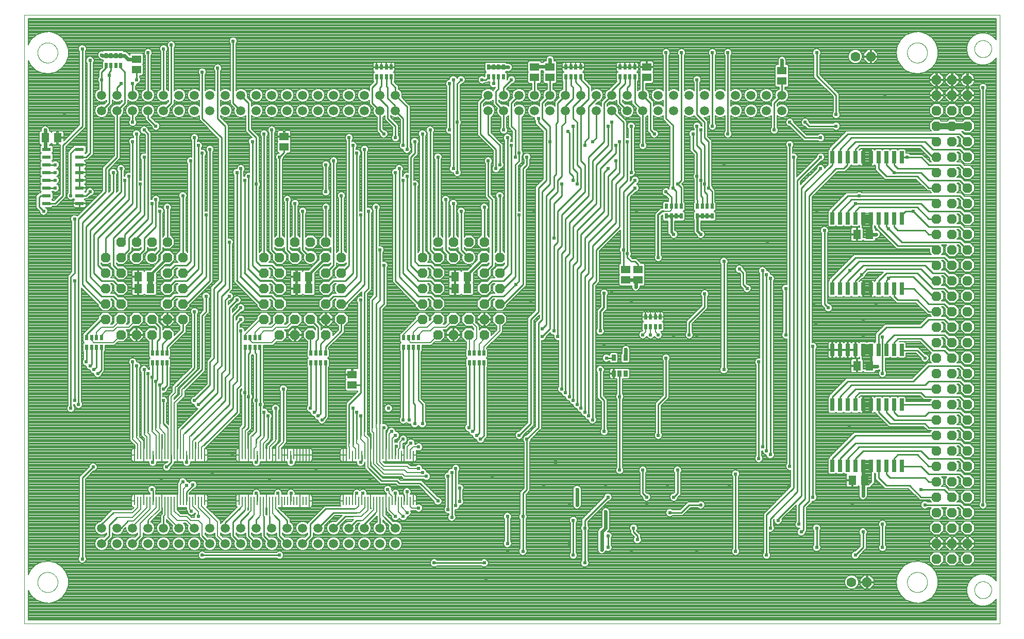
<source format=gbl>
G75*
%MOIN*%
%OFA0B0*%
%FSLAX25Y25*%
%IPPOS*%
%LPD*%
%AMOC8*
5,1,8,0,0,1.08239X$1,22.5*
%
%ADD10C,0.06300*%
%ADD11OC8,0.06300*%
%ADD12R,0.05118X0.06299*%
%ADD13R,0.05512X0.02362*%
%ADD14R,0.01969X0.03543*%
%ADD15R,0.02717X0.03898*%
%ADD16R,0.02600X0.08000*%
%ADD17R,0.01102X0.05630*%
%ADD18C,0.05937*%
%ADD19C,0.00000*%
%ADD20R,0.05906X0.05118*%
%ADD21C,0.01000*%
%ADD22C,0.02400*%
%ADD23C,0.01600*%
%ADD24C,0.03200*%
%ADD25C,0.00800*%
%ADD26C,0.01200*%
%ADD27C,0.02400*%
%ADD28C,0.04000*%
D10*
X0130833Y0311100D03*
X0233333Y0311100D03*
X0335833Y0311100D03*
X0585833Y0441100D03*
X0658333Y0426100D03*
X0583333Y0101100D03*
D11*
X0593333Y0101100D03*
X0638333Y0116100D03*
X0638333Y0126100D03*
X0638333Y0136100D03*
X0638333Y0146100D03*
X0638333Y0156100D03*
X0638333Y0166100D03*
X0638333Y0176100D03*
X0638333Y0186100D03*
X0638333Y0196100D03*
X0638333Y0206100D03*
X0638333Y0216100D03*
X0638333Y0226100D03*
X0638333Y0236100D03*
X0638333Y0246100D03*
X0638333Y0256100D03*
X0638333Y0266100D03*
X0638333Y0276100D03*
X0638333Y0286100D03*
X0638333Y0296100D03*
X0638333Y0306100D03*
X0638333Y0316100D03*
X0638333Y0326100D03*
X0638333Y0336100D03*
X0638333Y0346100D03*
X0638333Y0356100D03*
X0638333Y0366100D03*
X0638333Y0376100D03*
X0638333Y0386100D03*
X0638333Y0396100D03*
X0638333Y0406100D03*
X0638333Y0416100D03*
X0638333Y0426100D03*
X0648333Y0426100D03*
X0648333Y0416100D03*
X0658333Y0416100D03*
X0658333Y0406100D03*
X0648333Y0406100D03*
X0648333Y0396100D03*
X0658333Y0396100D03*
X0658333Y0386100D03*
X0648333Y0386100D03*
X0648333Y0376100D03*
X0658333Y0376100D03*
X0658333Y0366100D03*
X0648333Y0366100D03*
X0648333Y0356100D03*
X0658333Y0356100D03*
X0658333Y0346100D03*
X0648333Y0346100D03*
X0648333Y0336100D03*
X0648333Y0326100D03*
X0658333Y0326100D03*
X0658333Y0336100D03*
X0658333Y0316100D03*
X0648333Y0316100D03*
X0648333Y0306100D03*
X0658333Y0306100D03*
X0658333Y0296100D03*
X0648333Y0296100D03*
X0648333Y0286100D03*
X0658333Y0286100D03*
X0658333Y0276100D03*
X0648333Y0276100D03*
X0648333Y0266100D03*
X0658333Y0266100D03*
X0658333Y0256100D03*
X0648333Y0256100D03*
X0648333Y0246100D03*
X0658333Y0246100D03*
X0658333Y0236100D03*
X0648333Y0236100D03*
X0648333Y0226100D03*
X0658333Y0226100D03*
X0658333Y0216100D03*
X0648333Y0216100D03*
X0648333Y0206100D03*
X0658333Y0206100D03*
X0658333Y0196100D03*
X0648333Y0196100D03*
X0648333Y0186100D03*
X0658333Y0186100D03*
X0658333Y0176100D03*
X0648333Y0176100D03*
X0648333Y0166100D03*
X0658333Y0166100D03*
X0658333Y0156100D03*
X0648333Y0156100D03*
X0648333Y0146100D03*
X0648333Y0136100D03*
X0658333Y0136100D03*
X0658333Y0146100D03*
X0658333Y0126100D03*
X0648333Y0126100D03*
X0648333Y0116100D03*
X0658333Y0116100D03*
X0355833Y0271100D03*
X0355833Y0281100D03*
X0345833Y0281100D03*
X0345833Y0271100D03*
X0335833Y0271100D03*
X0325833Y0271100D03*
X0315833Y0271100D03*
X0305833Y0271100D03*
X0305833Y0281100D03*
X0315833Y0281100D03*
X0315833Y0291100D03*
X0305833Y0291100D03*
X0305833Y0301100D03*
X0315833Y0301100D03*
X0315833Y0311100D03*
X0305833Y0311100D03*
X0315833Y0321100D03*
X0325833Y0321100D03*
X0325833Y0311100D03*
X0335833Y0321100D03*
X0345833Y0321100D03*
X0345833Y0311100D03*
X0345833Y0301100D03*
X0345833Y0291100D03*
X0355833Y0291100D03*
X0355833Y0301100D03*
X0355833Y0311100D03*
X0345833Y0261100D03*
X0335833Y0261100D03*
X0325833Y0261100D03*
X0315833Y0261100D03*
X0253333Y0271100D03*
X0243333Y0271100D03*
X0243333Y0281100D03*
X0253333Y0281100D03*
X0253333Y0291100D03*
X0243333Y0291100D03*
X0243333Y0301100D03*
X0253333Y0301100D03*
X0253333Y0311100D03*
X0243333Y0311100D03*
X0243333Y0321100D03*
X0233333Y0321100D03*
X0223333Y0321100D03*
X0213333Y0321100D03*
X0213333Y0311100D03*
X0223333Y0311100D03*
X0213333Y0301100D03*
X0203333Y0301100D03*
X0203333Y0291100D03*
X0203333Y0281100D03*
X0203333Y0271100D03*
X0213333Y0271100D03*
X0213333Y0281100D03*
X0223333Y0271100D03*
X0233333Y0271100D03*
X0233333Y0261100D03*
X0223333Y0261100D03*
X0213333Y0261100D03*
X0243333Y0261100D03*
X0213333Y0291100D03*
X0203333Y0311100D03*
X0150833Y0311100D03*
X0140833Y0311100D03*
X0140833Y0301100D03*
X0140833Y0291100D03*
X0140833Y0281100D03*
X0140833Y0271100D03*
X0130833Y0271100D03*
X0120833Y0271100D03*
X0110833Y0271100D03*
X0100833Y0271100D03*
X0100833Y0281100D03*
X0110833Y0281100D03*
X0110833Y0291100D03*
X0100833Y0291100D03*
X0100833Y0301100D03*
X0110833Y0301100D03*
X0110833Y0311100D03*
X0100833Y0311100D03*
X0110833Y0321100D03*
X0120833Y0321100D03*
X0130833Y0321100D03*
X0140833Y0321100D03*
X0120833Y0311100D03*
X0150833Y0301100D03*
X0150833Y0291100D03*
X0150833Y0281100D03*
X0150833Y0271100D03*
X0140833Y0261100D03*
X0130833Y0261100D03*
X0120833Y0261100D03*
X0110833Y0261100D03*
X0595833Y0441100D03*
D12*
X0594770Y0326100D03*
X0586896Y0326100D03*
X0586896Y0241100D03*
X0594770Y0241100D03*
X0591770Y0167100D03*
X0583896Y0167100D03*
X0334770Y0291100D03*
X0326896Y0291100D03*
X0326896Y0298600D03*
X0334770Y0298600D03*
X0232270Y0298600D03*
X0224396Y0298600D03*
X0224396Y0291100D03*
X0232270Y0291100D03*
X0129770Y0291100D03*
X0121896Y0291100D03*
X0121896Y0298600D03*
X0129770Y0298600D03*
X0069770Y0388600D03*
X0061896Y0388600D03*
D13*
X0062644Y0381100D03*
X0062644Y0376100D03*
X0062644Y0371100D03*
X0062644Y0366100D03*
X0062644Y0361100D03*
X0062644Y0356100D03*
X0062644Y0351100D03*
X0062644Y0346100D03*
X0084022Y0346100D03*
X0084022Y0351100D03*
X0084022Y0356100D03*
X0084022Y0361100D03*
X0084022Y0366100D03*
X0084022Y0371100D03*
X0084022Y0376100D03*
X0084022Y0381100D03*
D14*
X0101109Y0435450D03*
X0104259Y0435450D03*
X0107408Y0435450D03*
X0110558Y0435450D03*
X0110558Y0441750D03*
X0107408Y0441750D03*
X0104259Y0441750D03*
X0101109Y0441750D03*
X0276109Y0434250D03*
X0279259Y0434250D03*
X0282408Y0434250D03*
X0285558Y0434250D03*
X0285558Y0427950D03*
X0282408Y0427950D03*
X0279259Y0427950D03*
X0276109Y0427950D03*
X0348609Y0427950D03*
X0351759Y0427950D03*
X0354908Y0427950D03*
X0358058Y0427950D03*
X0358058Y0434250D03*
X0354908Y0434250D03*
X0351759Y0434250D03*
X0348609Y0434250D03*
X0398609Y0434250D03*
X0401759Y0434250D03*
X0404908Y0434250D03*
X0408058Y0434250D03*
X0408058Y0427950D03*
X0404908Y0427950D03*
X0401759Y0427950D03*
X0398609Y0427950D03*
X0433609Y0427950D03*
X0436759Y0427950D03*
X0439908Y0427950D03*
X0443058Y0427950D03*
X0443058Y0434250D03*
X0439908Y0434250D03*
X0436759Y0434250D03*
X0433609Y0434250D03*
X0463609Y0344250D03*
X0466759Y0344250D03*
X0469908Y0344250D03*
X0473058Y0344250D03*
X0473058Y0337950D03*
X0469908Y0337950D03*
X0466759Y0337950D03*
X0463609Y0337950D03*
X0483609Y0337950D03*
X0486759Y0337950D03*
X0489908Y0337950D03*
X0493058Y0337950D03*
X0493058Y0344250D03*
X0489908Y0344250D03*
X0486759Y0344250D03*
X0483609Y0344250D03*
X0459558Y0272750D03*
X0456408Y0272750D03*
X0453259Y0272750D03*
X0450109Y0272750D03*
X0450109Y0266450D03*
X0453259Y0266450D03*
X0456408Y0266450D03*
X0459558Y0266450D03*
X0345558Y0249250D03*
X0342408Y0249250D03*
X0339259Y0249250D03*
X0336109Y0249250D03*
X0336109Y0242950D03*
X0339259Y0242950D03*
X0342408Y0242950D03*
X0345558Y0242950D03*
X0303058Y0252950D03*
X0299908Y0252950D03*
X0296759Y0252950D03*
X0293609Y0252950D03*
X0293609Y0259250D03*
X0296759Y0259250D03*
X0299908Y0259250D03*
X0303058Y0259250D03*
X0243058Y0249250D03*
X0239908Y0249250D03*
X0236759Y0249250D03*
X0233609Y0249250D03*
X0233609Y0242950D03*
X0236759Y0242950D03*
X0239908Y0242950D03*
X0243058Y0242950D03*
X0200558Y0252950D03*
X0197408Y0252950D03*
X0194259Y0252950D03*
X0191109Y0252950D03*
X0191109Y0259250D03*
X0194259Y0259250D03*
X0197408Y0259250D03*
X0200558Y0259250D03*
X0140558Y0249250D03*
X0137408Y0249250D03*
X0134259Y0249250D03*
X0131109Y0249250D03*
X0131109Y0242950D03*
X0134259Y0242950D03*
X0137408Y0242950D03*
X0140558Y0242950D03*
X0098058Y0252950D03*
X0094908Y0252950D03*
X0091759Y0252950D03*
X0088609Y0252950D03*
X0088609Y0259250D03*
X0091759Y0259250D03*
X0094908Y0259250D03*
X0098058Y0259250D03*
D15*
X0429593Y0246218D03*
X0437073Y0246218D03*
X0437073Y0236021D03*
X0433333Y0236021D03*
X0429593Y0236021D03*
D16*
X0570833Y0251300D03*
X0575833Y0251300D03*
X0580833Y0251300D03*
X0585833Y0251300D03*
X0590833Y0251300D03*
X0595833Y0251300D03*
X0600833Y0251300D03*
X0605833Y0251300D03*
X0610833Y0251300D03*
X0615833Y0251300D03*
X0615833Y0215900D03*
X0610833Y0215900D03*
X0605833Y0215900D03*
X0600833Y0215900D03*
X0595833Y0215900D03*
X0590833Y0215900D03*
X0585833Y0215900D03*
X0580833Y0215900D03*
X0575833Y0215900D03*
X0570833Y0215900D03*
X0570833Y0176300D03*
X0575833Y0176300D03*
X0580833Y0176300D03*
X0585833Y0176300D03*
X0590833Y0176300D03*
X0595833Y0176300D03*
X0600833Y0176300D03*
X0605833Y0176300D03*
X0610833Y0176300D03*
X0615833Y0176300D03*
X0615833Y0290900D03*
X0610833Y0290900D03*
X0605833Y0290900D03*
X0600833Y0290900D03*
X0595833Y0290900D03*
X0590833Y0290900D03*
X0585833Y0290900D03*
X0580833Y0290900D03*
X0575833Y0290900D03*
X0570833Y0290900D03*
X0570833Y0336300D03*
X0575833Y0336300D03*
X0580833Y0336300D03*
X0585833Y0336300D03*
X0590833Y0336300D03*
X0595833Y0336300D03*
X0600833Y0336300D03*
X0605833Y0336300D03*
X0610833Y0336300D03*
X0615833Y0336300D03*
X0615833Y0375900D03*
X0610833Y0375900D03*
X0605833Y0375900D03*
X0600833Y0375900D03*
X0595833Y0375900D03*
X0590833Y0375900D03*
X0585833Y0375900D03*
X0580833Y0375900D03*
X0575833Y0375900D03*
X0570833Y0375900D03*
D17*
X0299946Y0183387D03*
X0297978Y0183387D03*
X0296009Y0183387D03*
X0294041Y0183387D03*
X0292072Y0183387D03*
X0290104Y0183387D03*
X0288135Y0183387D03*
X0286167Y0183387D03*
X0284198Y0183387D03*
X0282230Y0183387D03*
X0280261Y0183387D03*
X0278293Y0183387D03*
X0276324Y0183387D03*
X0274356Y0183387D03*
X0272387Y0183387D03*
X0270419Y0183387D03*
X0268450Y0183387D03*
X0266482Y0183387D03*
X0264513Y0183387D03*
X0262545Y0183387D03*
X0260576Y0183387D03*
X0258608Y0183387D03*
X0256639Y0183387D03*
X0254671Y0183387D03*
X0232446Y0183387D03*
X0230478Y0183387D03*
X0228509Y0183387D03*
X0226541Y0183387D03*
X0224572Y0183387D03*
X0222604Y0183387D03*
X0220635Y0183387D03*
X0218667Y0183387D03*
X0216698Y0183387D03*
X0214730Y0183387D03*
X0212761Y0183387D03*
X0210793Y0183387D03*
X0208824Y0183387D03*
X0206856Y0183387D03*
X0204887Y0183387D03*
X0202919Y0183387D03*
X0200950Y0183387D03*
X0198982Y0183387D03*
X0197013Y0183387D03*
X0195045Y0183387D03*
X0193076Y0183387D03*
X0191108Y0183387D03*
X0189139Y0183387D03*
X0187171Y0183387D03*
X0164946Y0183387D03*
X0162978Y0183387D03*
X0161009Y0183387D03*
X0159041Y0183387D03*
X0157072Y0183387D03*
X0155104Y0183387D03*
X0153135Y0183387D03*
X0151167Y0183387D03*
X0149198Y0183387D03*
X0147230Y0183387D03*
X0145261Y0183387D03*
X0143293Y0183387D03*
X0141324Y0183387D03*
X0139356Y0183387D03*
X0137387Y0183387D03*
X0135419Y0183387D03*
X0133450Y0183387D03*
X0131482Y0183387D03*
X0129513Y0183387D03*
X0127545Y0183387D03*
X0125576Y0183387D03*
X0123608Y0183387D03*
X0121639Y0183387D03*
X0119671Y0183387D03*
X0119671Y0153663D03*
X0121639Y0153663D03*
X0123608Y0153663D03*
X0125576Y0153663D03*
X0127545Y0153663D03*
X0129513Y0153663D03*
X0131482Y0153663D03*
X0133450Y0153663D03*
X0135419Y0153663D03*
X0137387Y0153663D03*
X0139356Y0153663D03*
X0141324Y0153663D03*
X0143293Y0153663D03*
X0145261Y0153663D03*
X0147230Y0153663D03*
X0149198Y0153663D03*
X0151167Y0153663D03*
X0153135Y0153663D03*
X0155104Y0153663D03*
X0157072Y0153663D03*
X0159041Y0153663D03*
X0161009Y0153663D03*
X0162978Y0153663D03*
X0164946Y0153663D03*
X0187171Y0153663D03*
X0189139Y0153663D03*
X0191108Y0153663D03*
X0193076Y0153663D03*
X0195045Y0153663D03*
X0197013Y0153663D03*
X0198982Y0153663D03*
X0200950Y0153663D03*
X0202919Y0153663D03*
X0204887Y0153663D03*
X0206856Y0153663D03*
X0208824Y0153663D03*
X0210793Y0153663D03*
X0212761Y0153663D03*
X0214730Y0153663D03*
X0216698Y0153663D03*
X0218667Y0153663D03*
X0220635Y0153663D03*
X0222604Y0153663D03*
X0224572Y0153663D03*
X0226541Y0153663D03*
X0228509Y0153663D03*
X0230478Y0153663D03*
X0232446Y0153663D03*
X0254671Y0153663D03*
X0256639Y0153663D03*
X0258608Y0153663D03*
X0260576Y0153663D03*
X0262545Y0153663D03*
X0264513Y0153663D03*
X0266482Y0153663D03*
X0268450Y0153663D03*
X0270419Y0153663D03*
X0272387Y0153663D03*
X0274356Y0153663D03*
X0276324Y0153663D03*
X0278293Y0153663D03*
X0280261Y0153663D03*
X0282230Y0153663D03*
X0284198Y0153663D03*
X0286167Y0153663D03*
X0288135Y0153663D03*
X0290104Y0153663D03*
X0292072Y0153663D03*
X0294041Y0153663D03*
X0296009Y0153663D03*
X0297978Y0153663D03*
X0299946Y0153663D03*
D18*
X0288333Y0136100D03*
X0278333Y0136100D03*
X0268333Y0136100D03*
X0258333Y0136100D03*
X0248333Y0136100D03*
X0238333Y0136100D03*
X0228333Y0136100D03*
X0218333Y0136100D03*
X0208333Y0136100D03*
X0198333Y0136100D03*
X0188333Y0136100D03*
X0178333Y0136100D03*
X0168333Y0136100D03*
X0158333Y0136100D03*
X0148333Y0136100D03*
X0138333Y0136100D03*
X0128333Y0136100D03*
X0118333Y0136100D03*
X0108333Y0136100D03*
X0098333Y0136100D03*
X0098333Y0126100D03*
X0108333Y0126100D03*
X0118333Y0126100D03*
X0128333Y0126100D03*
X0138333Y0126100D03*
X0148333Y0126100D03*
X0158333Y0126100D03*
X0168333Y0126100D03*
X0178333Y0126100D03*
X0188333Y0126100D03*
X0198333Y0126100D03*
X0208333Y0126100D03*
X0218333Y0126100D03*
X0228333Y0126100D03*
X0238333Y0126100D03*
X0248333Y0126100D03*
X0258333Y0126100D03*
X0268333Y0126100D03*
X0278333Y0126100D03*
X0288333Y0126100D03*
X0288333Y0406100D03*
X0278333Y0406100D03*
X0268333Y0406100D03*
X0258333Y0406100D03*
X0248333Y0406100D03*
X0238333Y0406100D03*
X0228333Y0406100D03*
X0218333Y0406100D03*
X0208333Y0406100D03*
X0198333Y0406100D03*
X0188333Y0406100D03*
X0178333Y0406100D03*
X0168333Y0406100D03*
X0158333Y0406100D03*
X0148333Y0406100D03*
X0138333Y0406100D03*
X0128333Y0406100D03*
X0118333Y0406100D03*
X0108333Y0406100D03*
X0098333Y0406100D03*
X0098333Y0416100D03*
X0108333Y0416100D03*
X0118333Y0416100D03*
X0128333Y0416100D03*
X0138333Y0416100D03*
X0148333Y0416100D03*
X0158333Y0416100D03*
X0168333Y0416100D03*
X0178333Y0416100D03*
X0188333Y0416100D03*
X0198333Y0416100D03*
X0208333Y0416100D03*
X0218333Y0416100D03*
X0228333Y0416100D03*
X0238333Y0416100D03*
X0248333Y0416100D03*
X0258333Y0416100D03*
X0268333Y0416100D03*
X0278333Y0416100D03*
X0288333Y0416100D03*
X0348333Y0416100D03*
X0358333Y0416100D03*
X0368333Y0416100D03*
X0368333Y0406100D03*
X0358333Y0406100D03*
X0348333Y0406100D03*
X0378333Y0406100D03*
X0388333Y0406100D03*
X0388333Y0416100D03*
X0378333Y0416100D03*
X0398333Y0416100D03*
X0408333Y0416100D03*
X0418333Y0416100D03*
X0418333Y0406100D03*
X0408333Y0406100D03*
X0398333Y0406100D03*
X0428333Y0406100D03*
X0438333Y0406100D03*
X0438333Y0416100D03*
X0428333Y0416100D03*
X0448333Y0416100D03*
X0458333Y0416100D03*
X0468333Y0416100D03*
X0468333Y0406100D03*
X0458333Y0406100D03*
X0448333Y0406100D03*
X0478333Y0406100D03*
X0488333Y0406100D03*
X0488333Y0416100D03*
X0478333Y0416100D03*
X0498333Y0416100D03*
X0508333Y0416100D03*
X0508333Y0406100D03*
X0498333Y0406100D03*
X0518333Y0406100D03*
X0528333Y0406100D03*
X0538333Y0406100D03*
X0538333Y0416100D03*
X0528333Y0416100D03*
X0518333Y0416100D03*
D19*
X0048333Y0468000D02*
X0048333Y0074200D01*
X0679333Y0074200D01*
X0679333Y0468000D01*
X0048333Y0468000D01*
X0056833Y0443600D02*
X0056835Y0443761D01*
X0056841Y0443921D01*
X0056851Y0444082D01*
X0056865Y0444242D01*
X0056883Y0444402D01*
X0056904Y0444561D01*
X0056930Y0444720D01*
X0056960Y0444878D01*
X0056993Y0445035D01*
X0057031Y0445192D01*
X0057072Y0445347D01*
X0057117Y0445501D01*
X0057166Y0445654D01*
X0057219Y0445806D01*
X0057275Y0445957D01*
X0057336Y0446106D01*
X0057399Y0446254D01*
X0057467Y0446400D01*
X0057538Y0446544D01*
X0057612Y0446686D01*
X0057690Y0446827D01*
X0057772Y0446965D01*
X0057857Y0447102D01*
X0057945Y0447236D01*
X0058037Y0447368D01*
X0058132Y0447498D01*
X0058230Y0447626D01*
X0058331Y0447751D01*
X0058435Y0447873D01*
X0058542Y0447993D01*
X0058652Y0448110D01*
X0058765Y0448225D01*
X0058881Y0448336D01*
X0059000Y0448445D01*
X0059121Y0448550D01*
X0059245Y0448653D01*
X0059371Y0448753D01*
X0059499Y0448849D01*
X0059630Y0448942D01*
X0059764Y0449032D01*
X0059899Y0449119D01*
X0060037Y0449202D01*
X0060176Y0449282D01*
X0060318Y0449358D01*
X0060461Y0449431D01*
X0060606Y0449500D01*
X0060753Y0449566D01*
X0060901Y0449628D01*
X0061051Y0449686D01*
X0061202Y0449741D01*
X0061355Y0449792D01*
X0061509Y0449839D01*
X0061664Y0449882D01*
X0061820Y0449921D01*
X0061976Y0449957D01*
X0062134Y0449988D01*
X0062292Y0450016D01*
X0062451Y0450040D01*
X0062611Y0450060D01*
X0062771Y0450076D01*
X0062931Y0450088D01*
X0063092Y0450096D01*
X0063253Y0450100D01*
X0063413Y0450100D01*
X0063574Y0450096D01*
X0063735Y0450088D01*
X0063895Y0450076D01*
X0064055Y0450060D01*
X0064215Y0450040D01*
X0064374Y0450016D01*
X0064532Y0449988D01*
X0064690Y0449957D01*
X0064846Y0449921D01*
X0065002Y0449882D01*
X0065157Y0449839D01*
X0065311Y0449792D01*
X0065464Y0449741D01*
X0065615Y0449686D01*
X0065765Y0449628D01*
X0065913Y0449566D01*
X0066060Y0449500D01*
X0066205Y0449431D01*
X0066348Y0449358D01*
X0066490Y0449282D01*
X0066629Y0449202D01*
X0066767Y0449119D01*
X0066902Y0449032D01*
X0067036Y0448942D01*
X0067167Y0448849D01*
X0067295Y0448753D01*
X0067421Y0448653D01*
X0067545Y0448550D01*
X0067666Y0448445D01*
X0067785Y0448336D01*
X0067901Y0448225D01*
X0068014Y0448110D01*
X0068124Y0447993D01*
X0068231Y0447873D01*
X0068335Y0447751D01*
X0068436Y0447626D01*
X0068534Y0447498D01*
X0068629Y0447368D01*
X0068721Y0447236D01*
X0068809Y0447102D01*
X0068894Y0446965D01*
X0068976Y0446827D01*
X0069054Y0446686D01*
X0069128Y0446544D01*
X0069199Y0446400D01*
X0069267Y0446254D01*
X0069330Y0446106D01*
X0069391Y0445957D01*
X0069447Y0445806D01*
X0069500Y0445654D01*
X0069549Y0445501D01*
X0069594Y0445347D01*
X0069635Y0445192D01*
X0069673Y0445035D01*
X0069706Y0444878D01*
X0069736Y0444720D01*
X0069762Y0444561D01*
X0069783Y0444402D01*
X0069801Y0444242D01*
X0069815Y0444082D01*
X0069825Y0443921D01*
X0069831Y0443761D01*
X0069833Y0443600D01*
X0069831Y0443439D01*
X0069825Y0443279D01*
X0069815Y0443118D01*
X0069801Y0442958D01*
X0069783Y0442798D01*
X0069762Y0442639D01*
X0069736Y0442480D01*
X0069706Y0442322D01*
X0069673Y0442165D01*
X0069635Y0442008D01*
X0069594Y0441853D01*
X0069549Y0441699D01*
X0069500Y0441546D01*
X0069447Y0441394D01*
X0069391Y0441243D01*
X0069330Y0441094D01*
X0069267Y0440946D01*
X0069199Y0440800D01*
X0069128Y0440656D01*
X0069054Y0440514D01*
X0068976Y0440373D01*
X0068894Y0440235D01*
X0068809Y0440098D01*
X0068721Y0439964D01*
X0068629Y0439832D01*
X0068534Y0439702D01*
X0068436Y0439574D01*
X0068335Y0439449D01*
X0068231Y0439327D01*
X0068124Y0439207D01*
X0068014Y0439090D01*
X0067901Y0438975D01*
X0067785Y0438864D01*
X0067666Y0438755D01*
X0067545Y0438650D01*
X0067421Y0438547D01*
X0067295Y0438447D01*
X0067167Y0438351D01*
X0067036Y0438258D01*
X0066902Y0438168D01*
X0066767Y0438081D01*
X0066629Y0437998D01*
X0066490Y0437918D01*
X0066348Y0437842D01*
X0066205Y0437769D01*
X0066060Y0437700D01*
X0065913Y0437634D01*
X0065765Y0437572D01*
X0065615Y0437514D01*
X0065464Y0437459D01*
X0065311Y0437408D01*
X0065157Y0437361D01*
X0065002Y0437318D01*
X0064846Y0437279D01*
X0064690Y0437243D01*
X0064532Y0437212D01*
X0064374Y0437184D01*
X0064215Y0437160D01*
X0064055Y0437140D01*
X0063895Y0437124D01*
X0063735Y0437112D01*
X0063574Y0437104D01*
X0063413Y0437100D01*
X0063253Y0437100D01*
X0063092Y0437104D01*
X0062931Y0437112D01*
X0062771Y0437124D01*
X0062611Y0437140D01*
X0062451Y0437160D01*
X0062292Y0437184D01*
X0062134Y0437212D01*
X0061976Y0437243D01*
X0061820Y0437279D01*
X0061664Y0437318D01*
X0061509Y0437361D01*
X0061355Y0437408D01*
X0061202Y0437459D01*
X0061051Y0437514D01*
X0060901Y0437572D01*
X0060753Y0437634D01*
X0060606Y0437700D01*
X0060461Y0437769D01*
X0060318Y0437842D01*
X0060176Y0437918D01*
X0060037Y0437998D01*
X0059899Y0438081D01*
X0059764Y0438168D01*
X0059630Y0438258D01*
X0059499Y0438351D01*
X0059371Y0438447D01*
X0059245Y0438547D01*
X0059121Y0438650D01*
X0059000Y0438755D01*
X0058881Y0438864D01*
X0058765Y0438975D01*
X0058652Y0439090D01*
X0058542Y0439207D01*
X0058435Y0439327D01*
X0058331Y0439449D01*
X0058230Y0439574D01*
X0058132Y0439702D01*
X0058037Y0439832D01*
X0057945Y0439964D01*
X0057857Y0440098D01*
X0057772Y0440235D01*
X0057690Y0440373D01*
X0057612Y0440514D01*
X0057538Y0440656D01*
X0057467Y0440800D01*
X0057399Y0440946D01*
X0057336Y0441094D01*
X0057275Y0441243D01*
X0057219Y0441394D01*
X0057166Y0441546D01*
X0057117Y0441699D01*
X0057072Y0441853D01*
X0057031Y0442008D01*
X0056993Y0442165D01*
X0056960Y0442322D01*
X0056930Y0442480D01*
X0056904Y0442639D01*
X0056883Y0442798D01*
X0056865Y0442958D01*
X0056851Y0443118D01*
X0056841Y0443279D01*
X0056835Y0443439D01*
X0056833Y0443600D01*
X0056833Y0101100D02*
X0056835Y0101261D01*
X0056841Y0101421D01*
X0056851Y0101582D01*
X0056865Y0101742D01*
X0056883Y0101902D01*
X0056904Y0102061D01*
X0056930Y0102220D01*
X0056960Y0102378D01*
X0056993Y0102535D01*
X0057031Y0102692D01*
X0057072Y0102847D01*
X0057117Y0103001D01*
X0057166Y0103154D01*
X0057219Y0103306D01*
X0057275Y0103457D01*
X0057336Y0103606D01*
X0057399Y0103754D01*
X0057467Y0103900D01*
X0057538Y0104044D01*
X0057612Y0104186D01*
X0057690Y0104327D01*
X0057772Y0104465D01*
X0057857Y0104602D01*
X0057945Y0104736D01*
X0058037Y0104868D01*
X0058132Y0104998D01*
X0058230Y0105126D01*
X0058331Y0105251D01*
X0058435Y0105373D01*
X0058542Y0105493D01*
X0058652Y0105610D01*
X0058765Y0105725D01*
X0058881Y0105836D01*
X0059000Y0105945D01*
X0059121Y0106050D01*
X0059245Y0106153D01*
X0059371Y0106253D01*
X0059499Y0106349D01*
X0059630Y0106442D01*
X0059764Y0106532D01*
X0059899Y0106619D01*
X0060037Y0106702D01*
X0060176Y0106782D01*
X0060318Y0106858D01*
X0060461Y0106931D01*
X0060606Y0107000D01*
X0060753Y0107066D01*
X0060901Y0107128D01*
X0061051Y0107186D01*
X0061202Y0107241D01*
X0061355Y0107292D01*
X0061509Y0107339D01*
X0061664Y0107382D01*
X0061820Y0107421D01*
X0061976Y0107457D01*
X0062134Y0107488D01*
X0062292Y0107516D01*
X0062451Y0107540D01*
X0062611Y0107560D01*
X0062771Y0107576D01*
X0062931Y0107588D01*
X0063092Y0107596D01*
X0063253Y0107600D01*
X0063413Y0107600D01*
X0063574Y0107596D01*
X0063735Y0107588D01*
X0063895Y0107576D01*
X0064055Y0107560D01*
X0064215Y0107540D01*
X0064374Y0107516D01*
X0064532Y0107488D01*
X0064690Y0107457D01*
X0064846Y0107421D01*
X0065002Y0107382D01*
X0065157Y0107339D01*
X0065311Y0107292D01*
X0065464Y0107241D01*
X0065615Y0107186D01*
X0065765Y0107128D01*
X0065913Y0107066D01*
X0066060Y0107000D01*
X0066205Y0106931D01*
X0066348Y0106858D01*
X0066490Y0106782D01*
X0066629Y0106702D01*
X0066767Y0106619D01*
X0066902Y0106532D01*
X0067036Y0106442D01*
X0067167Y0106349D01*
X0067295Y0106253D01*
X0067421Y0106153D01*
X0067545Y0106050D01*
X0067666Y0105945D01*
X0067785Y0105836D01*
X0067901Y0105725D01*
X0068014Y0105610D01*
X0068124Y0105493D01*
X0068231Y0105373D01*
X0068335Y0105251D01*
X0068436Y0105126D01*
X0068534Y0104998D01*
X0068629Y0104868D01*
X0068721Y0104736D01*
X0068809Y0104602D01*
X0068894Y0104465D01*
X0068976Y0104327D01*
X0069054Y0104186D01*
X0069128Y0104044D01*
X0069199Y0103900D01*
X0069267Y0103754D01*
X0069330Y0103606D01*
X0069391Y0103457D01*
X0069447Y0103306D01*
X0069500Y0103154D01*
X0069549Y0103001D01*
X0069594Y0102847D01*
X0069635Y0102692D01*
X0069673Y0102535D01*
X0069706Y0102378D01*
X0069736Y0102220D01*
X0069762Y0102061D01*
X0069783Y0101902D01*
X0069801Y0101742D01*
X0069815Y0101582D01*
X0069825Y0101421D01*
X0069831Y0101261D01*
X0069833Y0101100D01*
X0069831Y0100939D01*
X0069825Y0100779D01*
X0069815Y0100618D01*
X0069801Y0100458D01*
X0069783Y0100298D01*
X0069762Y0100139D01*
X0069736Y0099980D01*
X0069706Y0099822D01*
X0069673Y0099665D01*
X0069635Y0099508D01*
X0069594Y0099353D01*
X0069549Y0099199D01*
X0069500Y0099046D01*
X0069447Y0098894D01*
X0069391Y0098743D01*
X0069330Y0098594D01*
X0069267Y0098446D01*
X0069199Y0098300D01*
X0069128Y0098156D01*
X0069054Y0098014D01*
X0068976Y0097873D01*
X0068894Y0097735D01*
X0068809Y0097598D01*
X0068721Y0097464D01*
X0068629Y0097332D01*
X0068534Y0097202D01*
X0068436Y0097074D01*
X0068335Y0096949D01*
X0068231Y0096827D01*
X0068124Y0096707D01*
X0068014Y0096590D01*
X0067901Y0096475D01*
X0067785Y0096364D01*
X0067666Y0096255D01*
X0067545Y0096150D01*
X0067421Y0096047D01*
X0067295Y0095947D01*
X0067167Y0095851D01*
X0067036Y0095758D01*
X0066902Y0095668D01*
X0066767Y0095581D01*
X0066629Y0095498D01*
X0066490Y0095418D01*
X0066348Y0095342D01*
X0066205Y0095269D01*
X0066060Y0095200D01*
X0065913Y0095134D01*
X0065765Y0095072D01*
X0065615Y0095014D01*
X0065464Y0094959D01*
X0065311Y0094908D01*
X0065157Y0094861D01*
X0065002Y0094818D01*
X0064846Y0094779D01*
X0064690Y0094743D01*
X0064532Y0094712D01*
X0064374Y0094684D01*
X0064215Y0094660D01*
X0064055Y0094640D01*
X0063895Y0094624D01*
X0063735Y0094612D01*
X0063574Y0094604D01*
X0063413Y0094600D01*
X0063253Y0094600D01*
X0063092Y0094604D01*
X0062931Y0094612D01*
X0062771Y0094624D01*
X0062611Y0094640D01*
X0062451Y0094660D01*
X0062292Y0094684D01*
X0062134Y0094712D01*
X0061976Y0094743D01*
X0061820Y0094779D01*
X0061664Y0094818D01*
X0061509Y0094861D01*
X0061355Y0094908D01*
X0061202Y0094959D01*
X0061051Y0095014D01*
X0060901Y0095072D01*
X0060753Y0095134D01*
X0060606Y0095200D01*
X0060461Y0095269D01*
X0060318Y0095342D01*
X0060176Y0095418D01*
X0060037Y0095498D01*
X0059899Y0095581D01*
X0059764Y0095668D01*
X0059630Y0095758D01*
X0059499Y0095851D01*
X0059371Y0095947D01*
X0059245Y0096047D01*
X0059121Y0096150D01*
X0059000Y0096255D01*
X0058881Y0096364D01*
X0058765Y0096475D01*
X0058652Y0096590D01*
X0058542Y0096707D01*
X0058435Y0096827D01*
X0058331Y0096949D01*
X0058230Y0097074D01*
X0058132Y0097202D01*
X0058037Y0097332D01*
X0057945Y0097464D01*
X0057857Y0097598D01*
X0057772Y0097735D01*
X0057690Y0097873D01*
X0057612Y0098014D01*
X0057538Y0098156D01*
X0057467Y0098300D01*
X0057399Y0098446D01*
X0057336Y0098594D01*
X0057275Y0098743D01*
X0057219Y0098894D01*
X0057166Y0099046D01*
X0057117Y0099199D01*
X0057072Y0099353D01*
X0057031Y0099508D01*
X0056993Y0099665D01*
X0056960Y0099822D01*
X0056930Y0099980D01*
X0056904Y0100139D01*
X0056883Y0100298D01*
X0056865Y0100458D01*
X0056851Y0100618D01*
X0056841Y0100779D01*
X0056835Y0100939D01*
X0056833Y0101100D01*
X0619333Y0101100D02*
X0619335Y0101261D01*
X0619341Y0101421D01*
X0619351Y0101582D01*
X0619365Y0101742D01*
X0619383Y0101902D01*
X0619404Y0102061D01*
X0619430Y0102220D01*
X0619460Y0102378D01*
X0619493Y0102535D01*
X0619531Y0102692D01*
X0619572Y0102847D01*
X0619617Y0103001D01*
X0619666Y0103154D01*
X0619719Y0103306D01*
X0619775Y0103457D01*
X0619836Y0103606D01*
X0619899Y0103754D01*
X0619967Y0103900D01*
X0620038Y0104044D01*
X0620112Y0104186D01*
X0620190Y0104327D01*
X0620272Y0104465D01*
X0620357Y0104602D01*
X0620445Y0104736D01*
X0620537Y0104868D01*
X0620632Y0104998D01*
X0620730Y0105126D01*
X0620831Y0105251D01*
X0620935Y0105373D01*
X0621042Y0105493D01*
X0621152Y0105610D01*
X0621265Y0105725D01*
X0621381Y0105836D01*
X0621500Y0105945D01*
X0621621Y0106050D01*
X0621745Y0106153D01*
X0621871Y0106253D01*
X0621999Y0106349D01*
X0622130Y0106442D01*
X0622264Y0106532D01*
X0622399Y0106619D01*
X0622537Y0106702D01*
X0622676Y0106782D01*
X0622818Y0106858D01*
X0622961Y0106931D01*
X0623106Y0107000D01*
X0623253Y0107066D01*
X0623401Y0107128D01*
X0623551Y0107186D01*
X0623702Y0107241D01*
X0623855Y0107292D01*
X0624009Y0107339D01*
X0624164Y0107382D01*
X0624320Y0107421D01*
X0624476Y0107457D01*
X0624634Y0107488D01*
X0624792Y0107516D01*
X0624951Y0107540D01*
X0625111Y0107560D01*
X0625271Y0107576D01*
X0625431Y0107588D01*
X0625592Y0107596D01*
X0625753Y0107600D01*
X0625913Y0107600D01*
X0626074Y0107596D01*
X0626235Y0107588D01*
X0626395Y0107576D01*
X0626555Y0107560D01*
X0626715Y0107540D01*
X0626874Y0107516D01*
X0627032Y0107488D01*
X0627190Y0107457D01*
X0627346Y0107421D01*
X0627502Y0107382D01*
X0627657Y0107339D01*
X0627811Y0107292D01*
X0627964Y0107241D01*
X0628115Y0107186D01*
X0628265Y0107128D01*
X0628413Y0107066D01*
X0628560Y0107000D01*
X0628705Y0106931D01*
X0628848Y0106858D01*
X0628990Y0106782D01*
X0629129Y0106702D01*
X0629267Y0106619D01*
X0629402Y0106532D01*
X0629536Y0106442D01*
X0629667Y0106349D01*
X0629795Y0106253D01*
X0629921Y0106153D01*
X0630045Y0106050D01*
X0630166Y0105945D01*
X0630285Y0105836D01*
X0630401Y0105725D01*
X0630514Y0105610D01*
X0630624Y0105493D01*
X0630731Y0105373D01*
X0630835Y0105251D01*
X0630936Y0105126D01*
X0631034Y0104998D01*
X0631129Y0104868D01*
X0631221Y0104736D01*
X0631309Y0104602D01*
X0631394Y0104465D01*
X0631476Y0104327D01*
X0631554Y0104186D01*
X0631628Y0104044D01*
X0631699Y0103900D01*
X0631767Y0103754D01*
X0631830Y0103606D01*
X0631891Y0103457D01*
X0631947Y0103306D01*
X0632000Y0103154D01*
X0632049Y0103001D01*
X0632094Y0102847D01*
X0632135Y0102692D01*
X0632173Y0102535D01*
X0632206Y0102378D01*
X0632236Y0102220D01*
X0632262Y0102061D01*
X0632283Y0101902D01*
X0632301Y0101742D01*
X0632315Y0101582D01*
X0632325Y0101421D01*
X0632331Y0101261D01*
X0632333Y0101100D01*
X0632331Y0100939D01*
X0632325Y0100779D01*
X0632315Y0100618D01*
X0632301Y0100458D01*
X0632283Y0100298D01*
X0632262Y0100139D01*
X0632236Y0099980D01*
X0632206Y0099822D01*
X0632173Y0099665D01*
X0632135Y0099508D01*
X0632094Y0099353D01*
X0632049Y0099199D01*
X0632000Y0099046D01*
X0631947Y0098894D01*
X0631891Y0098743D01*
X0631830Y0098594D01*
X0631767Y0098446D01*
X0631699Y0098300D01*
X0631628Y0098156D01*
X0631554Y0098014D01*
X0631476Y0097873D01*
X0631394Y0097735D01*
X0631309Y0097598D01*
X0631221Y0097464D01*
X0631129Y0097332D01*
X0631034Y0097202D01*
X0630936Y0097074D01*
X0630835Y0096949D01*
X0630731Y0096827D01*
X0630624Y0096707D01*
X0630514Y0096590D01*
X0630401Y0096475D01*
X0630285Y0096364D01*
X0630166Y0096255D01*
X0630045Y0096150D01*
X0629921Y0096047D01*
X0629795Y0095947D01*
X0629667Y0095851D01*
X0629536Y0095758D01*
X0629402Y0095668D01*
X0629267Y0095581D01*
X0629129Y0095498D01*
X0628990Y0095418D01*
X0628848Y0095342D01*
X0628705Y0095269D01*
X0628560Y0095200D01*
X0628413Y0095134D01*
X0628265Y0095072D01*
X0628115Y0095014D01*
X0627964Y0094959D01*
X0627811Y0094908D01*
X0627657Y0094861D01*
X0627502Y0094818D01*
X0627346Y0094779D01*
X0627190Y0094743D01*
X0627032Y0094712D01*
X0626874Y0094684D01*
X0626715Y0094660D01*
X0626555Y0094640D01*
X0626395Y0094624D01*
X0626235Y0094612D01*
X0626074Y0094604D01*
X0625913Y0094600D01*
X0625753Y0094600D01*
X0625592Y0094604D01*
X0625431Y0094612D01*
X0625271Y0094624D01*
X0625111Y0094640D01*
X0624951Y0094660D01*
X0624792Y0094684D01*
X0624634Y0094712D01*
X0624476Y0094743D01*
X0624320Y0094779D01*
X0624164Y0094818D01*
X0624009Y0094861D01*
X0623855Y0094908D01*
X0623702Y0094959D01*
X0623551Y0095014D01*
X0623401Y0095072D01*
X0623253Y0095134D01*
X0623106Y0095200D01*
X0622961Y0095269D01*
X0622818Y0095342D01*
X0622676Y0095418D01*
X0622537Y0095498D01*
X0622399Y0095581D01*
X0622264Y0095668D01*
X0622130Y0095758D01*
X0621999Y0095851D01*
X0621871Y0095947D01*
X0621745Y0096047D01*
X0621621Y0096150D01*
X0621500Y0096255D01*
X0621381Y0096364D01*
X0621265Y0096475D01*
X0621152Y0096590D01*
X0621042Y0096707D01*
X0620935Y0096827D01*
X0620831Y0096949D01*
X0620730Y0097074D01*
X0620632Y0097202D01*
X0620537Y0097332D01*
X0620445Y0097464D01*
X0620357Y0097598D01*
X0620272Y0097735D01*
X0620190Y0097873D01*
X0620112Y0098014D01*
X0620038Y0098156D01*
X0619967Y0098300D01*
X0619899Y0098446D01*
X0619836Y0098594D01*
X0619775Y0098743D01*
X0619719Y0098894D01*
X0619666Y0099046D01*
X0619617Y0099199D01*
X0619572Y0099353D01*
X0619531Y0099508D01*
X0619493Y0099665D01*
X0619460Y0099822D01*
X0619430Y0099980D01*
X0619404Y0100139D01*
X0619383Y0100298D01*
X0619365Y0100458D01*
X0619351Y0100618D01*
X0619341Y0100779D01*
X0619335Y0100939D01*
X0619333Y0101100D01*
X0662833Y0096100D02*
X0662835Y0096248D01*
X0662841Y0096396D01*
X0662851Y0096544D01*
X0662865Y0096692D01*
X0662883Y0096839D01*
X0662905Y0096986D01*
X0662931Y0097132D01*
X0662960Y0097277D01*
X0662994Y0097422D01*
X0663032Y0097565D01*
X0663073Y0097708D01*
X0663118Y0097849D01*
X0663168Y0097989D01*
X0663220Y0098127D01*
X0663277Y0098265D01*
X0663337Y0098400D01*
X0663401Y0098534D01*
X0663468Y0098666D01*
X0663539Y0098796D01*
X0663614Y0098925D01*
X0663692Y0099051D01*
X0663773Y0099175D01*
X0663857Y0099297D01*
X0663945Y0099416D01*
X0664036Y0099533D01*
X0664130Y0099648D01*
X0664228Y0099760D01*
X0664328Y0099869D01*
X0664431Y0099976D01*
X0664537Y0100080D01*
X0664645Y0100181D01*
X0664757Y0100279D01*
X0664871Y0100374D01*
X0664987Y0100465D01*
X0665106Y0100554D01*
X0665227Y0100639D01*
X0665351Y0100721D01*
X0665477Y0100800D01*
X0665604Y0100875D01*
X0665734Y0100947D01*
X0665866Y0101016D01*
X0665999Y0101080D01*
X0666134Y0101141D01*
X0666271Y0101199D01*
X0666409Y0101253D01*
X0666549Y0101303D01*
X0666690Y0101349D01*
X0666832Y0101391D01*
X0666975Y0101430D01*
X0667119Y0101464D01*
X0667265Y0101495D01*
X0667410Y0101522D01*
X0667557Y0101545D01*
X0667704Y0101564D01*
X0667852Y0101579D01*
X0667999Y0101590D01*
X0668148Y0101597D01*
X0668296Y0101600D01*
X0668444Y0101599D01*
X0668592Y0101594D01*
X0668740Y0101585D01*
X0668888Y0101572D01*
X0669036Y0101555D01*
X0669182Y0101534D01*
X0669329Y0101509D01*
X0669474Y0101480D01*
X0669619Y0101448D01*
X0669762Y0101411D01*
X0669905Y0101371D01*
X0670047Y0101326D01*
X0670187Y0101278D01*
X0670326Y0101226D01*
X0670463Y0101171D01*
X0670599Y0101111D01*
X0670734Y0101048D01*
X0670866Y0100982D01*
X0670997Y0100912D01*
X0671126Y0100838D01*
X0671252Y0100761D01*
X0671377Y0100681D01*
X0671499Y0100597D01*
X0671620Y0100510D01*
X0671737Y0100420D01*
X0671853Y0100326D01*
X0671965Y0100230D01*
X0672075Y0100131D01*
X0672183Y0100028D01*
X0672287Y0099923D01*
X0672389Y0099815D01*
X0672487Y0099704D01*
X0672583Y0099591D01*
X0672676Y0099475D01*
X0672765Y0099357D01*
X0672851Y0099236D01*
X0672934Y0099113D01*
X0673014Y0098988D01*
X0673090Y0098861D01*
X0673163Y0098731D01*
X0673232Y0098600D01*
X0673297Y0098467D01*
X0673360Y0098333D01*
X0673418Y0098196D01*
X0673473Y0098058D01*
X0673523Y0097919D01*
X0673571Y0097778D01*
X0673614Y0097637D01*
X0673654Y0097494D01*
X0673689Y0097350D01*
X0673721Y0097205D01*
X0673749Y0097059D01*
X0673773Y0096913D01*
X0673793Y0096766D01*
X0673809Y0096618D01*
X0673821Y0096471D01*
X0673829Y0096322D01*
X0673833Y0096174D01*
X0673833Y0096026D01*
X0673829Y0095878D01*
X0673821Y0095729D01*
X0673809Y0095582D01*
X0673793Y0095434D01*
X0673773Y0095287D01*
X0673749Y0095141D01*
X0673721Y0094995D01*
X0673689Y0094850D01*
X0673654Y0094706D01*
X0673614Y0094563D01*
X0673571Y0094422D01*
X0673523Y0094281D01*
X0673473Y0094142D01*
X0673418Y0094004D01*
X0673360Y0093867D01*
X0673297Y0093733D01*
X0673232Y0093600D01*
X0673163Y0093469D01*
X0673090Y0093339D01*
X0673014Y0093212D01*
X0672934Y0093087D01*
X0672851Y0092964D01*
X0672765Y0092843D01*
X0672676Y0092725D01*
X0672583Y0092609D01*
X0672487Y0092496D01*
X0672389Y0092385D01*
X0672287Y0092277D01*
X0672183Y0092172D01*
X0672075Y0092069D01*
X0671965Y0091970D01*
X0671853Y0091874D01*
X0671737Y0091780D01*
X0671620Y0091690D01*
X0671499Y0091603D01*
X0671377Y0091519D01*
X0671252Y0091439D01*
X0671126Y0091362D01*
X0670997Y0091288D01*
X0670866Y0091218D01*
X0670734Y0091152D01*
X0670599Y0091089D01*
X0670463Y0091029D01*
X0670326Y0090974D01*
X0670187Y0090922D01*
X0670047Y0090874D01*
X0669905Y0090829D01*
X0669762Y0090789D01*
X0669619Y0090752D01*
X0669474Y0090720D01*
X0669329Y0090691D01*
X0669182Y0090666D01*
X0669036Y0090645D01*
X0668888Y0090628D01*
X0668740Y0090615D01*
X0668592Y0090606D01*
X0668444Y0090601D01*
X0668296Y0090600D01*
X0668148Y0090603D01*
X0667999Y0090610D01*
X0667852Y0090621D01*
X0667704Y0090636D01*
X0667557Y0090655D01*
X0667410Y0090678D01*
X0667265Y0090705D01*
X0667119Y0090736D01*
X0666975Y0090770D01*
X0666832Y0090809D01*
X0666690Y0090851D01*
X0666549Y0090897D01*
X0666409Y0090947D01*
X0666271Y0091001D01*
X0666134Y0091059D01*
X0665999Y0091120D01*
X0665866Y0091184D01*
X0665734Y0091253D01*
X0665604Y0091325D01*
X0665477Y0091400D01*
X0665351Y0091479D01*
X0665227Y0091561D01*
X0665106Y0091646D01*
X0664987Y0091735D01*
X0664871Y0091826D01*
X0664757Y0091921D01*
X0664645Y0092019D01*
X0664537Y0092120D01*
X0664431Y0092224D01*
X0664328Y0092331D01*
X0664228Y0092440D01*
X0664130Y0092552D01*
X0664036Y0092667D01*
X0663945Y0092784D01*
X0663857Y0092903D01*
X0663773Y0093025D01*
X0663692Y0093149D01*
X0663614Y0093275D01*
X0663539Y0093404D01*
X0663468Y0093534D01*
X0663401Y0093666D01*
X0663337Y0093800D01*
X0663277Y0093935D01*
X0663220Y0094073D01*
X0663168Y0094211D01*
X0663118Y0094351D01*
X0663073Y0094492D01*
X0663032Y0094635D01*
X0662994Y0094778D01*
X0662960Y0094923D01*
X0662931Y0095068D01*
X0662905Y0095214D01*
X0662883Y0095361D01*
X0662865Y0095508D01*
X0662851Y0095656D01*
X0662841Y0095804D01*
X0662835Y0095952D01*
X0662833Y0096100D01*
X0619333Y0443600D02*
X0619335Y0443761D01*
X0619341Y0443921D01*
X0619351Y0444082D01*
X0619365Y0444242D01*
X0619383Y0444402D01*
X0619404Y0444561D01*
X0619430Y0444720D01*
X0619460Y0444878D01*
X0619493Y0445035D01*
X0619531Y0445192D01*
X0619572Y0445347D01*
X0619617Y0445501D01*
X0619666Y0445654D01*
X0619719Y0445806D01*
X0619775Y0445957D01*
X0619836Y0446106D01*
X0619899Y0446254D01*
X0619967Y0446400D01*
X0620038Y0446544D01*
X0620112Y0446686D01*
X0620190Y0446827D01*
X0620272Y0446965D01*
X0620357Y0447102D01*
X0620445Y0447236D01*
X0620537Y0447368D01*
X0620632Y0447498D01*
X0620730Y0447626D01*
X0620831Y0447751D01*
X0620935Y0447873D01*
X0621042Y0447993D01*
X0621152Y0448110D01*
X0621265Y0448225D01*
X0621381Y0448336D01*
X0621500Y0448445D01*
X0621621Y0448550D01*
X0621745Y0448653D01*
X0621871Y0448753D01*
X0621999Y0448849D01*
X0622130Y0448942D01*
X0622264Y0449032D01*
X0622399Y0449119D01*
X0622537Y0449202D01*
X0622676Y0449282D01*
X0622818Y0449358D01*
X0622961Y0449431D01*
X0623106Y0449500D01*
X0623253Y0449566D01*
X0623401Y0449628D01*
X0623551Y0449686D01*
X0623702Y0449741D01*
X0623855Y0449792D01*
X0624009Y0449839D01*
X0624164Y0449882D01*
X0624320Y0449921D01*
X0624476Y0449957D01*
X0624634Y0449988D01*
X0624792Y0450016D01*
X0624951Y0450040D01*
X0625111Y0450060D01*
X0625271Y0450076D01*
X0625431Y0450088D01*
X0625592Y0450096D01*
X0625753Y0450100D01*
X0625913Y0450100D01*
X0626074Y0450096D01*
X0626235Y0450088D01*
X0626395Y0450076D01*
X0626555Y0450060D01*
X0626715Y0450040D01*
X0626874Y0450016D01*
X0627032Y0449988D01*
X0627190Y0449957D01*
X0627346Y0449921D01*
X0627502Y0449882D01*
X0627657Y0449839D01*
X0627811Y0449792D01*
X0627964Y0449741D01*
X0628115Y0449686D01*
X0628265Y0449628D01*
X0628413Y0449566D01*
X0628560Y0449500D01*
X0628705Y0449431D01*
X0628848Y0449358D01*
X0628990Y0449282D01*
X0629129Y0449202D01*
X0629267Y0449119D01*
X0629402Y0449032D01*
X0629536Y0448942D01*
X0629667Y0448849D01*
X0629795Y0448753D01*
X0629921Y0448653D01*
X0630045Y0448550D01*
X0630166Y0448445D01*
X0630285Y0448336D01*
X0630401Y0448225D01*
X0630514Y0448110D01*
X0630624Y0447993D01*
X0630731Y0447873D01*
X0630835Y0447751D01*
X0630936Y0447626D01*
X0631034Y0447498D01*
X0631129Y0447368D01*
X0631221Y0447236D01*
X0631309Y0447102D01*
X0631394Y0446965D01*
X0631476Y0446827D01*
X0631554Y0446686D01*
X0631628Y0446544D01*
X0631699Y0446400D01*
X0631767Y0446254D01*
X0631830Y0446106D01*
X0631891Y0445957D01*
X0631947Y0445806D01*
X0632000Y0445654D01*
X0632049Y0445501D01*
X0632094Y0445347D01*
X0632135Y0445192D01*
X0632173Y0445035D01*
X0632206Y0444878D01*
X0632236Y0444720D01*
X0632262Y0444561D01*
X0632283Y0444402D01*
X0632301Y0444242D01*
X0632315Y0444082D01*
X0632325Y0443921D01*
X0632331Y0443761D01*
X0632333Y0443600D01*
X0632331Y0443439D01*
X0632325Y0443279D01*
X0632315Y0443118D01*
X0632301Y0442958D01*
X0632283Y0442798D01*
X0632262Y0442639D01*
X0632236Y0442480D01*
X0632206Y0442322D01*
X0632173Y0442165D01*
X0632135Y0442008D01*
X0632094Y0441853D01*
X0632049Y0441699D01*
X0632000Y0441546D01*
X0631947Y0441394D01*
X0631891Y0441243D01*
X0631830Y0441094D01*
X0631767Y0440946D01*
X0631699Y0440800D01*
X0631628Y0440656D01*
X0631554Y0440514D01*
X0631476Y0440373D01*
X0631394Y0440235D01*
X0631309Y0440098D01*
X0631221Y0439964D01*
X0631129Y0439832D01*
X0631034Y0439702D01*
X0630936Y0439574D01*
X0630835Y0439449D01*
X0630731Y0439327D01*
X0630624Y0439207D01*
X0630514Y0439090D01*
X0630401Y0438975D01*
X0630285Y0438864D01*
X0630166Y0438755D01*
X0630045Y0438650D01*
X0629921Y0438547D01*
X0629795Y0438447D01*
X0629667Y0438351D01*
X0629536Y0438258D01*
X0629402Y0438168D01*
X0629267Y0438081D01*
X0629129Y0437998D01*
X0628990Y0437918D01*
X0628848Y0437842D01*
X0628705Y0437769D01*
X0628560Y0437700D01*
X0628413Y0437634D01*
X0628265Y0437572D01*
X0628115Y0437514D01*
X0627964Y0437459D01*
X0627811Y0437408D01*
X0627657Y0437361D01*
X0627502Y0437318D01*
X0627346Y0437279D01*
X0627190Y0437243D01*
X0627032Y0437212D01*
X0626874Y0437184D01*
X0626715Y0437160D01*
X0626555Y0437140D01*
X0626395Y0437124D01*
X0626235Y0437112D01*
X0626074Y0437104D01*
X0625913Y0437100D01*
X0625753Y0437100D01*
X0625592Y0437104D01*
X0625431Y0437112D01*
X0625271Y0437124D01*
X0625111Y0437140D01*
X0624951Y0437160D01*
X0624792Y0437184D01*
X0624634Y0437212D01*
X0624476Y0437243D01*
X0624320Y0437279D01*
X0624164Y0437318D01*
X0624009Y0437361D01*
X0623855Y0437408D01*
X0623702Y0437459D01*
X0623551Y0437514D01*
X0623401Y0437572D01*
X0623253Y0437634D01*
X0623106Y0437700D01*
X0622961Y0437769D01*
X0622818Y0437842D01*
X0622676Y0437918D01*
X0622537Y0437998D01*
X0622399Y0438081D01*
X0622264Y0438168D01*
X0622130Y0438258D01*
X0621999Y0438351D01*
X0621871Y0438447D01*
X0621745Y0438547D01*
X0621621Y0438650D01*
X0621500Y0438755D01*
X0621381Y0438864D01*
X0621265Y0438975D01*
X0621152Y0439090D01*
X0621042Y0439207D01*
X0620935Y0439327D01*
X0620831Y0439449D01*
X0620730Y0439574D01*
X0620632Y0439702D01*
X0620537Y0439832D01*
X0620445Y0439964D01*
X0620357Y0440098D01*
X0620272Y0440235D01*
X0620190Y0440373D01*
X0620112Y0440514D01*
X0620038Y0440656D01*
X0619967Y0440800D01*
X0619899Y0440946D01*
X0619836Y0441094D01*
X0619775Y0441243D01*
X0619719Y0441394D01*
X0619666Y0441546D01*
X0619617Y0441699D01*
X0619572Y0441853D01*
X0619531Y0442008D01*
X0619493Y0442165D01*
X0619460Y0442322D01*
X0619430Y0442480D01*
X0619404Y0442639D01*
X0619383Y0442798D01*
X0619365Y0442958D01*
X0619351Y0443118D01*
X0619341Y0443279D01*
X0619335Y0443439D01*
X0619333Y0443600D01*
X0662833Y0446100D02*
X0662835Y0446248D01*
X0662841Y0446396D01*
X0662851Y0446544D01*
X0662865Y0446692D01*
X0662883Y0446839D01*
X0662905Y0446986D01*
X0662931Y0447132D01*
X0662960Y0447277D01*
X0662994Y0447422D01*
X0663032Y0447565D01*
X0663073Y0447708D01*
X0663118Y0447849D01*
X0663168Y0447989D01*
X0663220Y0448127D01*
X0663277Y0448265D01*
X0663337Y0448400D01*
X0663401Y0448534D01*
X0663468Y0448666D01*
X0663539Y0448796D01*
X0663614Y0448925D01*
X0663692Y0449051D01*
X0663773Y0449175D01*
X0663857Y0449297D01*
X0663945Y0449416D01*
X0664036Y0449533D01*
X0664130Y0449648D01*
X0664228Y0449760D01*
X0664328Y0449869D01*
X0664431Y0449976D01*
X0664537Y0450080D01*
X0664645Y0450181D01*
X0664757Y0450279D01*
X0664871Y0450374D01*
X0664987Y0450465D01*
X0665106Y0450554D01*
X0665227Y0450639D01*
X0665351Y0450721D01*
X0665477Y0450800D01*
X0665604Y0450875D01*
X0665734Y0450947D01*
X0665866Y0451016D01*
X0665999Y0451080D01*
X0666134Y0451141D01*
X0666271Y0451199D01*
X0666409Y0451253D01*
X0666549Y0451303D01*
X0666690Y0451349D01*
X0666832Y0451391D01*
X0666975Y0451430D01*
X0667119Y0451464D01*
X0667265Y0451495D01*
X0667410Y0451522D01*
X0667557Y0451545D01*
X0667704Y0451564D01*
X0667852Y0451579D01*
X0667999Y0451590D01*
X0668148Y0451597D01*
X0668296Y0451600D01*
X0668444Y0451599D01*
X0668592Y0451594D01*
X0668740Y0451585D01*
X0668888Y0451572D01*
X0669036Y0451555D01*
X0669182Y0451534D01*
X0669329Y0451509D01*
X0669474Y0451480D01*
X0669619Y0451448D01*
X0669762Y0451411D01*
X0669905Y0451371D01*
X0670047Y0451326D01*
X0670187Y0451278D01*
X0670326Y0451226D01*
X0670463Y0451171D01*
X0670599Y0451111D01*
X0670734Y0451048D01*
X0670866Y0450982D01*
X0670997Y0450912D01*
X0671126Y0450838D01*
X0671252Y0450761D01*
X0671377Y0450681D01*
X0671499Y0450597D01*
X0671620Y0450510D01*
X0671737Y0450420D01*
X0671853Y0450326D01*
X0671965Y0450230D01*
X0672075Y0450131D01*
X0672183Y0450028D01*
X0672287Y0449923D01*
X0672389Y0449815D01*
X0672487Y0449704D01*
X0672583Y0449591D01*
X0672676Y0449475D01*
X0672765Y0449357D01*
X0672851Y0449236D01*
X0672934Y0449113D01*
X0673014Y0448988D01*
X0673090Y0448861D01*
X0673163Y0448731D01*
X0673232Y0448600D01*
X0673297Y0448467D01*
X0673360Y0448333D01*
X0673418Y0448196D01*
X0673473Y0448058D01*
X0673523Y0447919D01*
X0673571Y0447778D01*
X0673614Y0447637D01*
X0673654Y0447494D01*
X0673689Y0447350D01*
X0673721Y0447205D01*
X0673749Y0447059D01*
X0673773Y0446913D01*
X0673793Y0446766D01*
X0673809Y0446618D01*
X0673821Y0446471D01*
X0673829Y0446322D01*
X0673833Y0446174D01*
X0673833Y0446026D01*
X0673829Y0445878D01*
X0673821Y0445729D01*
X0673809Y0445582D01*
X0673793Y0445434D01*
X0673773Y0445287D01*
X0673749Y0445141D01*
X0673721Y0444995D01*
X0673689Y0444850D01*
X0673654Y0444706D01*
X0673614Y0444563D01*
X0673571Y0444422D01*
X0673523Y0444281D01*
X0673473Y0444142D01*
X0673418Y0444004D01*
X0673360Y0443867D01*
X0673297Y0443733D01*
X0673232Y0443600D01*
X0673163Y0443469D01*
X0673090Y0443339D01*
X0673014Y0443212D01*
X0672934Y0443087D01*
X0672851Y0442964D01*
X0672765Y0442843D01*
X0672676Y0442725D01*
X0672583Y0442609D01*
X0672487Y0442496D01*
X0672389Y0442385D01*
X0672287Y0442277D01*
X0672183Y0442172D01*
X0672075Y0442069D01*
X0671965Y0441970D01*
X0671853Y0441874D01*
X0671737Y0441780D01*
X0671620Y0441690D01*
X0671499Y0441603D01*
X0671377Y0441519D01*
X0671252Y0441439D01*
X0671126Y0441362D01*
X0670997Y0441288D01*
X0670866Y0441218D01*
X0670734Y0441152D01*
X0670599Y0441089D01*
X0670463Y0441029D01*
X0670326Y0440974D01*
X0670187Y0440922D01*
X0670047Y0440874D01*
X0669905Y0440829D01*
X0669762Y0440789D01*
X0669619Y0440752D01*
X0669474Y0440720D01*
X0669329Y0440691D01*
X0669182Y0440666D01*
X0669036Y0440645D01*
X0668888Y0440628D01*
X0668740Y0440615D01*
X0668592Y0440606D01*
X0668444Y0440601D01*
X0668296Y0440600D01*
X0668148Y0440603D01*
X0667999Y0440610D01*
X0667852Y0440621D01*
X0667704Y0440636D01*
X0667557Y0440655D01*
X0667410Y0440678D01*
X0667265Y0440705D01*
X0667119Y0440736D01*
X0666975Y0440770D01*
X0666832Y0440809D01*
X0666690Y0440851D01*
X0666549Y0440897D01*
X0666409Y0440947D01*
X0666271Y0441001D01*
X0666134Y0441059D01*
X0665999Y0441120D01*
X0665866Y0441184D01*
X0665734Y0441253D01*
X0665604Y0441325D01*
X0665477Y0441400D01*
X0665351Y0441479D01*
X0665227Y0441561D01*
X0665106Y0441646D01*
X0664987Y0441735D01*
X0664871Y0441826D01*
X0664757Y0441921D01*
X0664645Y0442019D01*
X0664537Y0442120D01*
X0664431Y0442224D01*
X0664328Y0442331D01*
X0664228Y0442440D01*
X0664130Y0442552D01*
X0664036Y0442667D01*
X0663945Y0442784D01*
X0663857Y0442903D01*
X0663773Y0443025D01*
X0663692Y0443149D01*
X0663614Y0443275D01*
X0663539Y0443404D01*
X0663468Y0443534D01*
X0663401Y0443666D01*
X0663337Y0443800D01*
X0663277Y0443935D01*
X0663220Y0444073D01*
X0663168Y0444211D01*
X0663118Y0444351D01*
X0663073Y0444492D01*
X0663032Y0444635D01*
X0662994Y0444778D01*
X0662960Y0444923D01*
X0662931Y0445068D01*
X0662905Y0445214D01*
X0662883Y0445361D01*
X0662865Y0445508D01*
X0662851Y0445656D01*
X0662841Y0445804D01*
X0662835Y0445952D01*
X0662833Y0446100D01*
D20*
X0538333Y0431946D03*
X0538333Y0425254D03*
X0450833Y0427754D03*
X0450833Y0434446D03*
X0388333Y0434446D03*
X0378333Y0434446D03*
X0378333Y0427754D03*
X0388333Y0427754D03*
X0437333Y0303446D03*
X0437333Y0296754D03*
X0445333Y0296754D03*
X0445333Y0303446D03*
X0260333Y0235446D03*
X0260333Y0228754D03*
X0216333Y0382754D03*
X0216333Y0389446D03*
X0120833Y0432754D03*
X0120833Y0439446D03*
D21*
X0128333Y0443600D02*
X0128333Y0416100D01*
X0138333Y0416100D02*
X0138333Y0446100D01*
X0143333Y0448600D02*
X0143333Y0411100D01*
X0138333Y0406100D01*
X0128333Y0406100D02*
X0128333Y0401100D01*
X0133333Y0396100D01*
X0128333Y0391100D02*
X0125833Y0393600D01*
X0128333Y0391100D02*
X0128333Y0336100D01*
X0115833Y0323600D01*
X0115833Y0316100D01*
X0110833Y0311100D01*
X0105833Y0306100D02*
X0105833Y0323600D01*
X0123333Y0341100D01*
X0123333Y0358600D01*
X0115833Y0363600D02*
X0115833Y0348600D01*
X0093333Y0326100D01*
X0093333Y0301100D01*
X0098333Y0296100D01*
X0105833Y0296100D01*
X0110833Y0291100D01*
X0105833Y0286100D02*
X0098333Y0286100D01*
X0088333Y0296100D01*
X0088333Y0331100D01*
X0110833Y0353600D01*
X0110833Y0368600D01*
X0105833Y0366100D02*
X0105833Y0353600D01*
X0085833Y0333600D01*
X0085833Y0293600D01*
X0098333Y0281100D01*
X0100833Y0281100D01*
X0105833Y0286100D02*
X0110833Y0281100D01*
X0100833Y0271100D02*
X0098333Y0271100D01*
X0088609Y0261376D01*
X0088609Y0259250D01*
X0088609Y0252950D02*
X0088609Y0243876D01*
X0088333Y0243600D01*
X0090833Y0241100D02*
X0091759Y0242025D01*
X0091759Y0252950D01*
X0094908Y0252950D02*
X0094908Y0240175D01*
X0093333Y0238600D01*
X0095833Y0236100D02*
X0098058Y0238324D01*
X0098058Y0252950D01*
X0098058Y0259250D02*
X0098058Y0260824D01*
X0118333Y0243600D02*
X0118333Y0194600D01*
X0120833Y0195600D02*
X0120833Y0241100D01*
X0125833Y0238600D02*
X0125833Y0197600D01*
X0128333Y0198600D02*
X0128333Y0236100D01*
X0130833Y0233600D02*
X0130833Y0199600D01*
X0133333Y0201100D02*
X0133333Y0231100D01*
X0134259Y0232025D01*
X0134259Y0242950D01*
X0137408Y0242950D02*
X0137408Y0230175D01*
X0135833Y0228600D01*
X0135833Y0203600D01*
X0138333Y0203600D02*
X0138333Y0218600D01*
X0138333Y0226100D02*
X0140558Y0228324D01*
X0140558Y0242950D01*
X0140558Y0249250D02*
X0140558Y0253324D01*
X0150833Y0263600D01*
X0150833Y0271100D01*
X0158333Y0276100D02*
X0158333Y0239600D01*
X0146833Y0228100D01*
X0151333Y0226600D02*
X0163333Y0238600D01*
X0163333Y0273600D01*
X0165833Y0276100D01*
X0165833Y0286100D01*
X0170833Y0291100D02*
X0170833Y0246100D01*
X0168333Y0243600D01*
X0168333Y0228600D01*
X0158333Y0218600D01*
X0160833Y0216100D02*
X0170833Y0226100D01*
X0170833Y0241100D01*
X0173333Y0243600D01*
X0173333Y0288600D01*
X0178333Y0293600D01*
X0178333Y0396100D01*
X0173333Y0401100D01*
X0173333Y0433600D01*
X0163333Y0431100D02*
X0163333Y0401100D01*
X0175833Y0388600D01*
X0175833Y0296100D01*
X0170833Y0291100D01*
X0168333Y0296100D02*
X0153333Y0281100D01*
X0150833Y0281100D01*
X0153333Y0286100D02*
X0145833Y0286100D01*
X0140833Y0281100D01*
X0130833Y0271100D02*
X0135833Y0266100D01*
X0135833Y0258600D01*
X0134259Y0257025D01*
X0134259Y0249250D01*
X0137408Y0249250D02*
X0137408Y0255175D01*
X0140833Y0258600D01*
X0140833Y0261100D01*
X0130833Y0261100D02*
X0130833Y0249525D01*
X0131109Y0249250D01*
X0131109Y0242950D02*
X0131109Y0233876D01*
X0130833Y0233600D01*
X0138333Y0203600D02*
X0140833Y0201100D01*
X0150333Y0200600D02*
X0173333Y0223600D01*
X0173333Y0238600D01*
X0175833Y0241100D01*
X0175833Y0286100D01*
X0180833Y0291100D01*
X0180833Y0321100D01*
X0195833Y0306100D02*
X0195833Y0386100D01*
X0198333Y0388600D02*
X0198333Y0358600D01*
X0198333Y0308600D01*
X0200833Y0306100D01*
X0208333Y0306100D01*
X0213333Y0301100D01*
X0208333Y0296100D02*
X0213333Y0291100D01*
X0208333Y0286100D02*
X0213333Y0281100D01*
X0233333Y0271100D02*
X0238333Y0266100D01*
X0238333Y0258600D01*
X0236759Y0257025D01*
X0236759Y0249250D01*
X0239908Y0249250D02*
X0239908Y0255175D01*
X0243333Y0258600D01*
X0243333Y0261100D01*
X0243058Y0253324D02*
X0253333Y0263600D01*
X0253333Y0271100D01*
X0253333Y0281100D02*
X0255833Y0281100D01*
X0268333Y0293600D01*
X0268333Y0381100D01*
X0263333Y0378600D02*
X0263333Y0298600D01*
X0255833Y0291100D01*
X0253333Y0291100D01*
X0255833Y0286100D02*
X0248333Y0286100D01*
X0243333Y0281100D01*
X0243333Y0291100D02*
X0248333Y0296100D01*
X0255833Y0296100D01*
X0260833Y0301100D01*
X0260833Y0383600D01*
X0258333Y0388600D02*
X0258333Y0306100D01*
X0253333Y0301100D01*
X0248333Y0306100D02*
X0248333Y0373600D01*
X0243333Y0371100D02*
X0243333Y0353600D01*
X0253333Y0351100D02*
X0253333Y0311100D01*
X0248333Y0306100D02*
X0243333Y0301100D01*
X0233333Y0311100D02*
X0228333Y0316100D01*
X0228333Y0341100D01*
X0223333Y0346100D02*
X0223333Y0321100D01*
X0218333Y0316100D02*
X0218333Y0348600D01*
X0193333Y0363600D02*
X0193333Y0303600D01*
X0190833Y0301100D02*
X0190833Y0361100D01*
X0185833Y0366100D02*
X0185833Y0296100D01*
X0188333Y0298600D02*
X0188333Y0368600D01*
X0168333Y0381100D02*
X0168333Y0296100D01*
X0165833Y0298600D02*
X0153333Y0286100D01*
X0153333Y0291100D02*
X0163333Y0301100D01*
X0163333Y0378600D01*
X0160833Y0383600D02*
X0160833Y0303600D01*
X0153333Y0296100D01*
X0145833Y0296100D01*
X0140833Y0291100D01*
X0140833Y0301100D02*
X0145833Y0306100D01*
X0153333Y0306100D01*
X0155833Y0308600D01*
X0155833Y0373600D01*
X0158333Y0388600D02*
X0158333Y0306100D01*
X0153333Y0301100D01*
X0150833Y0301100D01*
X0150833Y0291100D02*
X0153333Y0291100D01*
X0165833Y0298600D02*
X0165833Y0338600D01*
X0150833Y0351100D02*
X0150833Y0311100D01*
X0140833Y0321100D02*
X0140833Y0343600D01*
X0135833Y0341100D02*
X0135833Y0316100D01*
X0130833Y0311100D01*
X0125833Y0316100D02*
X0125833Y0323600D01*
X0133333Y0331100D01*
X0133333Y0348600D01*
X0130833Y0346100D02*
X0130833Y0333600D01*
X0120833Y0323600D01*
X0120833Y0321100D01*
X0125833Y0316100D02*
X0120833Y0311100D01*
X0110833Y0301100D02*
X0105833Y0306100D01*
X0100833Y0301100D02*
X0095833Y0306100D01*
X0095833Y0323600D01*
X0118333Y0346100D01*
X0118333Y0386100D01*
X0120833Y0391100D02*
X0120833Y0343600D01*
X0100833Y0323600D01*
X0100833Y0311100D01*
X0110833Y0321100D02*
X0113333Y0323600D01*
X0113333Y0326100D01*
X0125833Y0338600D01*
X0125833Y0376100D01*
X0108333Y0376100D02*
X0108333Y0406100D01*
X0113333Y0411100D01*
X0113333Y0431100D01*
X0110558Y0433876D01*
X0110558Y0435450D01*
X0104259Y0435450D02*
X0104259Y0432025D01*
X0103333Y0431100D01*
X0103333Y0429100D01*
X0103333Y0411100D01*
X0098333Y0406100D01*
X0085833Y0396100D02*
X0073333Y0383600D01*
X0073333Y0351100D01*
X0068333Y0346100D01*
X0062644Y0346100D01*
X0062644Y0351100D02*
X0058833Y0351100D01*
X0057833Y0350100D01*
X0057833Y0344100D01*
X0060833Y0341100D01*
X0062644Y0356100D02*
X0068333Y0356100D01*
X0068333Y0361100D02*
X0062644Y0361100D01*
X0062644Y0366100D02*
X0068333Y0366100D01*
X0068333Y0371100D02*
X0062644Y0371100D01*
X0078333Y0378600D02*
X0080833Y0381100D01*
X0084022Y0381100D01*
X0084022Y0376100D02*
X0088333Y0376100D01*
X0090833Y0378600D01*
X0090833Y0438600D01*
X0098333Y0431100D02*
X0098333Y0426100D01*
X0098333Y0416100D01*
X0108333Y0416100D02*
X0108333Y0421100D01*
X0110833Y0423600D01*
X0118333Y0423600D02*
X0118333Y0416100D01*
X0118333Y0406100D02*
X0118333Y0398600D01*
X0108333Y0376100D02*
X0100833Y0368600D01*
X0100833Y0353600D01*
X0083333Y0336100D01*
X0083333Y0216100D01*
X0080833Y0218600D02*
X0080833Y0296100D01*
X0078333Y0298600D02*
X0078333Y0213600D01*
X0092833Y0175600D02*
X0085833Y0168600D01*
X0085833Y0116100D01*
X0098333Y0126100D02*
X0103333Y0131100D01*
X0103333Y0138100D01*
X0108333Y0143100D01*
X0105833Y0146100D02*
X0098333Y0138600D01*
X0098333Y0136100D01*
X0108333Y0136100D02*
X0110833Y0136100D01*
X0115333Y0140600D01*
X0118333Y0137100D02*
X0118333Y0136100D01*
X0123333Y0131100D02*
X0118333Y0126100D01*
X0128333Y0136100D02*
X0128333Y0141100D01*
X0138333Y0143600D02*
X0138333Y0136100D01*
X0131482Y0153663D02*
X0131482Y0160452D01*
X0130833Y0161100D01*
X0140333Y0175600D02*
X0143333Y0178600D01*
X0143333Y0183346D01*
X0143293Y0183387D01*
X0153135Y0183387D02*
X0153135Y0178798D01*
X0153333Y0178600D01*
X0157333Y0164100D02*
X0157333Y0163600D01*
X0153135Y0159402D01*
X0153135Y0153663D01*
X0163333Y0131100D02*
X0168333Y0126100D01*
X0163333Y0118600D02*
X0213333Y0118600D01*
X0208333Y0126100D02*
X0203333Y0131100D01*
X0203333Y0143600D01*
X0206833Y0143600D02*
X0206856Y0143578D01*
X0206856Y0137578D01*
X0208333Y0136100D01*
X0213333Y0141100D02*
X0210333Y0144100D01*
X0211833Y0147600D02*
X0218333Y0141100D01*
X0218333Y0136100D01*
X0213333Y0131100D02*
X0213333Y0141100D01*
X0213333Y0131100D02*
X0218333Y0126100D01*
X0228333Y0126100D02*
X0233333Y0131100D01*
X0233333Y0138600D01*
X0243333Y0148600D01*
X0261833Y0148600D01*
X0263333Y0146100D02*
X0248333Y0146100D01*
X0238333Y0136100D01*
X0248333Y0136100D02*
X0255833Y0143600D01*
X0260833Y0143600D01*
X0263333Y0141100D02*
X0258333Y0136100D01*
X0263333Y0141100D02*
X0265833Y0141100D01*
X0268333Y0138600D02*
X0268333Y0136100D01*
X0268333Y0138600D02*
X0275324Y0145591D01*
X0278333Y0142600D02*
X0278333Y0136100D01*
X0281261Y0143172D02*
X0288333Y0136100D01*
X0288135Y0153663D02*
X0288135Y0158402D01*
X0288333Y0158600D01*
X0293333Y0158100D02*
X0294041Y0157393D01*
X0294041Y0153663D01*
X0290833Y0165100D02*
X0304333Y0165100D01*
X0315833Y0153600D01*
X0322333Y0148100D02*
X0322333Y0169600D01*
X0324833Y0172100D02*
X0324833Y0143100D01*
X0327333Y0150600D02*
X0327333Y0174600D01*
X0329833Y0162100D02*
X0329833Y0153324D01*
X0360833Y0143600D02*
X0360833Y0126100D01*
X0370833Y0121100D02*
X0370833Y0143600D01*
X0370833Y0158600D01*
X0373333Y0161100D01*
X0373333Y0193600D01*
X0380833Y0201100D01*
X0380833Y0268600D01*
X0383333Y0271100D01*
X0383333Y0353600D01*
X0388333Y0358600D01*
X0388333Y0386100D01*
X0388333Y0396100D01*
X0383333Y0401100D01*
X0383333Y0411100D01*
X0388333Y0416100D01*
X0388333Y0427754D01*
X0378333Y0427754D02*
X0378333Y0416100D01*
X0368333Y0416100D02*
X0363333Y0411100D01*
X0363333Y0396100D01*
X0365833Y0393600D01*
X0365833Y0376100D01*
X0368333Y0378600D02*
X0368333Y0373600D01*
X0365833Y0371100D01*
X0365833Y0298600D01*
X0358333Y0291100D01*
X0355833Y0291100D01*
X0358333Y0286100D02*
X0350833Y0286100D01*
X0345833Y0281100D01*
X0345833Y0291100D02*
X0350833Y0296100D01*
X0358333Y0296100D01*
X0363333Y0301100D01*
X0363333Y0383600D01*
X0360833Y0388600D02*
X0360833Y0306100D01*
X0355833Y0301100D01*
X0350833Y0306100D02*
X0350833Y0348600D01*
X0348333Y0351100D01*
X0348333Y0373600D01*
X0353333Y0368600D02*
X0353333Y0381100D01*
X0343333Y0391100D01*
X0343333Y0411100D01*
X0348333Y0416100D01*
X0353333Y0418600D02*
X0353333Y0411100D01*
X0358333Y0406100D01*
X0358333Y0393600D01*
X0355833Y0383600D02*
X0348333Y0391100D01*
X0348333Y0406100D01*
X0358333Y0416100D02*
X0358333Y0421100D01*
X0363333Y0426100D01*
X0354908Y0427950D02*
X0354908Y0420175D01*
X0353333Y0418600D01*
X0351833Y0423600D02*
X0351759Y0423675D01*
X0351759Y0427950D01*
X0348609Y0427950D02*
X0346759Y0426100D01*
X0344333Y0426100D01*
X0348333Y0427675D02*
X0348609Y0427950D01*
X0349235Y0434250D02*
X0349109Y0434376D01*
X0361184Y0434250D02*
X0361333Y0434100D01*
X0388333Y0434446D02*
X0388487Y0434600D01*
X0398609Y0427950D02*
X0398609Y0416376D01*
X0398333Y0416100D01*
X0393333Y0411100D01*
X0393333Y0398600D01*
X0392333Y0397600D01*
X0392333Y0365100D01*
X0390833Y0363600D01*
X0390833Y0356100D01*
X0385833Y0351100D01*
X0385833Y0267600D01*
X0383333Y0265100D01*
X0383333Y0260100D02*
X0388333Y0265100D01*
X0388333Y0348600D01*
X0393333Y0353600D01*
X0393333Y0361100D01*
X0395833Y0363600D01*
X0395833Y0396100D01*
X0398333Y0398600D01*
X0398333Y0406100D01*
X0398333Y0409100D01*
X0403333Y0414100D01*
X0403333Y0421100D01*
X0401759Y0422675D01*
X0401759Y0427950D01*
X0404908Y0427950D02*
X0404908Y0424525D01*
X0408333Y0421100D01*
X0408333Y0416100D01*
X0408333Y0413600D01*
X0403333Y0408600D01*
X0403333Y0401100D01*
X0405833Y0398600D01*
X0405833Y0371100D01*
X0408333Y0368600D01*
X0408333Y0356100D01*
X0393333Y0341100D01*
X0393333Y0321100D01*
X0390833Y0318600D01*
X0390833Y0263600D01*
X0393333Y0260100D02*
X0393333Y0316100D01*
X0395833Y0318600D01*
X0395833Y0338600D01*
X0410833Y0353600D01*
X0410833Y0371100D01*
X0408333Y0373600D01*
X0408333Y0406100D01*
X0408333Y0408600D01*
X0413333Y0413600D01*
X0413333Y0421100D01*
X0408058Y0426376D01*
X0408058Y0427950D01*
X0418333Y0416100D02*
X0418333Y0413600D01*
X0413333Y0408600D01*
X0413333Y0388600D01*
X0410833Y0386100D01*
X0410833Y0383600D01*
X0415833Y0386100D02*
X0418333Y0388600D01*
X0418333Y0406100D01*
X0423333Y0411100D02*
X0423333Y0386100D01*
X0413333Y0376100D01*
X0413333Y0351100D01*
X0398333Y0336100D01*
X0398333Y0316100D01*
X0395833Y0313600D01*
X0395833Y0226100D01*
X0398333Y0223600D02*
X0398333Y0311100D01*
X0400833Y0313600D01*
X0400833Y0333600D01*
X0415833Y0348600D01*
X0415833Y0373600D01*
X0425833Y0383600D01*
X0425833Y0396100D01*
X0428333Y0398600D02*
X0428333Y0381100D01*
X0418333Y0371100D01*
X0418333Y0346100D01*
X0403333Y0331100D01*
X0403333Y0311100D01*
X0400833Y0308600D01*
X0400833Y0221100D01*
X0403333Y0218600D02*
X0403333Y0306100D01*
X0405833Y0308600D01*
X0405833Y0328600D01*
X0420833Y0343600D01*
X0420833Y0368600D01*
X0430833Y0378600D01*
X0430833Y0383600D01*
X0433333Y0386100D02*
X0433333Y0366100D01*
X0428333Y0361100D01*
X0428333Y0336100D01*
X0413333Y0321100D01*
X0413333Y0301100D01*
X0410833Y0298600D01*
X0410833Y0211100D01*
X0408333Y0213600D02*
X0408333Y0301100D01*
X0410833Y0303600D01*
X0410833Y0323600D01*
X0425833Y0338600D01*
X0425833Y0363600D01*
X0430833Y0368600D01*
X0430833Y0373600D01*
X0425833Y0368600D02*
X0423333Y0366100D01*
X0423333Y0341100D01*
X0408333Y0326100D01*
X0408333Y0306100D01*
X0405833Y0303600D01*
X0405833Y0216100D01*
X0413333Y0208600D02*
X0413333Y0296100D01*
X0415833Y0298600D01*
X0415833Y0318600D01*
X0430833Y0333600D01*
X0430833Y0358600D01*
X0435833Y0363600D01*
X0435833Y0398600D01*
X0428333Y0406100D01*
X0423333Y0411100D02*
X0428333Y0416100D01*
X0428333Y0419100D01*
X0433609Y0424376D01*
X0433609Y0427950D01*
X0436759Y0427950D02*
X0436759Y0423525D01*
X0433333Y0420100D01*
X0433333Y0411100D01*
X0438333Y0406100D01*
X0443058Y0411376D02*
X0448333Y0406100D01*
X0448333Y0383600D01*
X0438333Y0386100D02*
X0438333Y0361100D01*
X0433333Y0356100D01*
X0433333Y0331100D01*
X0418333Y0316100D01*
X0418333Y0296100D01*
X0415833Y0293600D01*
X0415833Y0206100D01*
X0423333Y0198600D02*
X0423333Y0218600D01*
X0420833Y0221100D01*
X0420833Y0238600D01*
X0424833Y0246100D02*
X0429593Y0246100D01*
X0429593Y0246218D01*
X0433333Y0236021D02*
X0433333Y0221100D01*
X0433333Y0173600D01*
X0448333Y0173600D02*
X0448333Y0158600D01*
X0450833Y0156100D01*
X0468333Y0156100D02*
X0470833Y0158600D01*
X0470833Y0173600D01*
X0458333Y0196100D02*
X0458333Y0216100D01*
X0463333Y0221100D01*
X0463333Y0246100D01*
X0478333Y0261100D02*
X0478333Y0269100D01*
X0488333Y0279100D01*
X0488333Y0287600D01*
X0500833Y0308600D02*
X0500833Y0238600D01*
X0523333Y0243600D02*
X0523333Y0181100D01*
X0528333Y0186100D02*
X0528333Y0300100D01*
X0525833Y0302600D02*
X0525833Y0188600D01*
X0530833Y0183600D02*
X0530833Y0297600D01*
X0540833Y0291100D02*
X0540833Y0261100D01*
X0558333Y0253600D02*
X0558333Y0156100D01*
X0555833Y0153600D02*
X0555833Y0351100D01*
X0573333Y0368600D01*
X0578333Y0368600D01*
X0580633Y0370900D01*
X0580633Y0375900D01*
X0580833Y0375900D01*
X0580833Y0381100D01*
X0585833Y0386100D01*
X0630833Y0386100D01*
X0635833Y0381100D01*
X0653333Y0381100D01*
X0658333Y0376100D01*
X0653333Y0371100D02*
X0658333Y0366100D01*
X0653333Y0361100D02*
X0633333Y0361100D01*
X0628333Y0366100D01*
X0610833Y0366100D01*
X0605833Y0371100D01*
X0605833Y0375900D01*
X0600833Y0375900D02*
X0600833Y0368600D01*
X0605833Y0363600D01*
X0625833Y0363600D01*
X0633333Y0356100D01*
X0638333Y0356100D01*
X0635833Y0348600D02*
X0638333Y0346100D01*
X0635833Y0348600D02*
X0583333Y0348600D01*
X0575833Y0341100D01*
X0575833Y0336300D01*
X0570833Y0336300D02*
X0570833Y0341100D01*
X0580833Y0351100D01*
X0588333Y0351100D01*
X0653333Y0351100D01*
X0658333Y0346100D01*
X0653333Y0341100D02*
X0658333Y0336100D01*
X0653333Y0331100D02*
X0658333Y0326100D01*
X0653333Y0321100D02*
X0615833Y0321100D01*
X0607083Y0329850D01*
X0605833Y0331100D01*
X0605833Y0336300D01*
X0600833Y0336300D02*
X0600833Y0331100D01*
X0613333Y0318600D01*
X0635833Y0318600D01*
X0638333Y0316100D01*
X0643333Y0311100D02*
X0585833Y0311100D01*
X0570833Y0296100D01*
X0570833Y0290900D01*
X0575833Y0290900D02*
X0575833Y0296100D01*
X0582333Y0302600D01*
X0588333Y0308600D01*
X0635833Y0308600D01*
X0638333Y0306100D01*
X0635833Y0301100D02*
X0643333Y0301100D01*
X0648333Y0296100D01*
X0643333Y0291100D02*
X0635833Y0291100D01*
X0625833Y0301100D01*
X0605833Y0301100D01*
X0600833Y0296100D01*
X0600833Y0290900D01*
X0605833Y0290900D02*
X0605833Y0296100D01*
X0607333Y0297600D01*
X0608333Y0298600D01*
X0623333Y0298600D01*
X0635833Y0286100D01*
X0638333Y0286100D01*
X0633333Y0281100D02*
X0643333Y0281100D01*
X0648333Y0276100D01*
X0643333Y0271100D02*
X0648333Y0266100D01*
X0643333Y0261100D02*
X0610833Y0261100D01*
X0605833Y0256100D01*
X0605833Y0251300D01*
X0600833Y0251300D02*
X0600833Y0261100D01*
X0605833Y0266100D01*
X0628333Y0266100D01*
X0633333Y0271100D01*
X0643333Y0271100D01*
X0638333Y0276100D02*
X0633333Y0276100D01*
X0625833Y0283600D01*
X0613333Y0283600D01*
X0610833Y0286100D01*
X0610833Y0290900D01*
X0615833Y0290900D02*
X0623533Y0290900D01*
X0633333Y0281100D01*
X0643333Y0291100D02*
X0648333Y0286100D01*
X0638333Y0296100D02*
X0635833Y0296100D01*
X0628333Y0303600D01*
X0593333Y0303600D01*
X0589833Y0300100D01*
X0585833Y0296100D01*
X0585833Y0290900D01*
X0580833Y0290900D02*
X0580833Y0296100D01*
X0590833Y0306100D01*
X0630833Y0306100D01*
X0635833Y0301100D01*
X0643333Y0311100D02*
X0648333Y0306100D01*
X0658333Y0316100D02*
X0653333Y0321100D01*
X0653333Y0331100D02*
X0633333Y0331100D01*
X0623333Y0341100D01*
X0618333Y0341100D01*
X0615833Y0338600D01*
X0615833Y0336300D01*
X0610833Y0336300D02*
X0610833Y0331100D01*
X0613333Y0328600D01*
X0630833Y0328600D01*
X0633333Y0326100D01*
X0638333Y0326100D01*
X0638333Y0336100D02*
X0633333Y0336100D01*
X0625833Y0343600D01*
X0588333Y0343600D01*
X0585833Y0341100D01*
X0585833Y0336300D01*
X0580833Y0336300D02*
X0580833Y0341100D01*
X0585833Y0346100D01*
X0628333Y0346100D01*
X0633333Y0341100D01*
X0653333Y0341100D01*
X0658333Y0356100D02*
X0653333Y0361100D01*
X0653333Y0371100D02*
X0633333Y0371100D01*
X0628533Y0375900D01*
X0619533Y0375900D01*
X0619333Y0376100D01*
X0619533Y0375900D02*
X0615833Y0375900D01*
X0610833Y0375900D02*
X0610833Y0371100D01*
X0613333Y0368600D01*
X0635833Y0368600D01*
X0638333Y0366100D01*
X0638333Y0376100D02*
X0635833Y0376100D01*
X0628333Y0383600D01*
X0588333Y0383600D01*
X0585833Y0381100D01*
X0585833Y0375900D01*
X0575833Y0375900D02*
X0575833Y0381100D01*
X0583333Y0388600D01*
X0635833Y0388600D01*
X0638333Y0386100D01*
X0653333Y0391100D02*
X0658333Y0386100D01*
X0653333Y0391100D02*
X0580833Y0391100D01*
X0570833Y0381100D01*
X0570833Y0375900D01*
X0570833Y0371100D01*
X0553333Y0353600D01*
X0553333Y0155100D01*
X0549333Y0151100D01*
X0549333Y0138600D01*
X0552333Y0135100D02*
X0552333Y0150100D01*
X0555833Y0153600D01*
X0550833Y0157100D02*
X0535833Y0142100D01*
X0535833Y0141100D01*
X0530833Y0142100D02*
X0530833Y0136100D01*
X0530833Y0142100D02*
X0548333Y0159600D01*
X0548333Y0361100D01*
X0563333Y0376100D01*
X0563333Y0368600D02*
X0550833Y0356100D01*
X0550833Y0157100D01*
X0545833Y0162100D02*
X0528333Y0144600D01*
X0528333Y0118600D01*
X0508333Y0121100D02*
X0508333Y0171100D01*
X0485833Y0151100D02*
X0478333Y0151100D01*
X0473333Y0146100D01*
X0465833Y0146100D01*
X0442333Y0136100D02*
X0442333Y0133600D01*
X0444833Y0131100D01*
X0444833Y0128600D01*
X0425833Y0131100D02*
X0425833Y0123600D01*
X0410833Y0113600D02*
X0410833Y0136100D01*
X0410833Y0141100D01*
X0425833Y0156100D01*
X0403333Y0141100D02*
X0403333Y0118600D01*
X0345833Y0113600D02*
X0313333Y0113600D01*
X0290833Y0165100D02*
X0289333Y0166600D01*
X0279333Y0166600D01*
X0271333Y0174600D01*
X0266482Y0179248D02*
X0265833Y0178600D01*
X0266482Y0179248D02*
X0266482Y0183387D01*
X0260833Y0190100D02*
X0260833Y0213600D01*
X0258333Y0216100D02*
X0265833Y0223600D01*
X0265833Y0228600D01*
X0265680Y0228754D01*
X0260333Y0228754D01*
X0265833Y0228600D02*
X0265833Y0283600D01*
X0268333Y0288600D02*
X0268333Y0198600D01*
X0265833Y0196100D02*
X0265833Y0208600D01*
X0263333Y0211100D02*
X0263333Y0193600D01*
X0258333Y0191100D02*
X0258333Y0216100D01*
X0243058Y0208324D02*
X0240833Y0206100D01*
X0243058Y0208324D02*
X0243058Y0242950D01*
X0239908Y0242950D02*
X0239908Y0210175D01*
X0238333Y0208600D01*
X0235833Y0211100D02*
X0236759Y0212025D01*
X0236759Y0242950D01*
X0233609Y0242950D02*
X0233609Y0213600D01*
X0233333Y0213600D01*
X0215833Y0226100D02*
X0215833Y0192600D01*
X0210833Y0193600D02*
X0210833Y0213600D01*
X0205833Y0208600D02*
X0205833Y0194600D01*
X0203333Y0195600D02*
X0203333Y0211100D01*
X0200833Y0216100D02*
X0200833Y0252675D01*
X0200558Y0252950D01*
X0197408Y0252950D02*
X0197408Y0249525D01*
X0198333Y0248600D01*
X0198333Y0218600D01*
X0198333Y0198600D01*
X0195833Y0196100D01*
X0198333Y0193600D02*
X0200833Y0196100D01*
X0200833Y0216100D01*
X0193333Y0221100D02*
X0193333Y0248600D01*
X0194259Y0249525D01*
X0194259Y0252950D01*
X0191109Y0252950D02*
X0190833Y0252675D01*
X0190833Y0223600D01*
X0190833Y0202100D01*
X0189833Y0201100D01*
X0192108Y0199874D02*
X0193333Y0201100D01*
X0193333Y0221100D01*
X0185833Y0226100D02*
X0188333Y0228600D01*
X0188333Y0263600D01*
X0185833Y0268600D02*
X0188333Y0271100D01*
X0185833Y0268600D02*
X0185833Y0231100D01*
X0183333Y0228600D01*
X0183333Y0213600D01*
X0162333Y0192600D01*
X0164333Y0189600D02*
X0185833Y0211100D01*
X0185833Y0226100D01*
X0180833Y0231100D02*
X0183333Y0233600D01*
X0183333Y0273600D01*
X0188333Y0278600D01*
X0185833Y0283600D02*
X0180833Y0278600D01*
X0180833Y0236100D01*
X0178333Y0233600D01*
X0178333Y0218600D01*
X0155833Y0196100D01*
X0158333Y0193600D02*
X0180833Y0216100D01*
X0180833Y0231100D01*
X0175833Y0236100D02*
X0175833Y0221100D01*
X0152333Y0197600D01*
X0131482Y0183387D02*
X0131482Y0178748D01*
X0131333Y0178600D01*
X0178333Y0139600D02*
X0178333Y0136100D01*
X0178333Y0139600D02*
X0187833Y0149100D01*
X0190833Y0147600D02*
X0183333Y0140100D01*
X0183333Y0131100D01*
X0188333Y0126100D01*
X0193333Y0131100D02*
X0198333Y0126100D01*
X0193333Y0131100D02*
X0193333Y0141100D01*
X0195833Y0143600D01*
X0193333Y0145600D02*
X0188333Y0140600D01*
X0188333Y0136100D01*
X0198333Y0136100D02*
X0198333Y0141600D01*
X0199833Y0143100D01*
X0198982Y0153663D02*
X0198982Y0157952D01*
X0198333Y0158600D01*
X0198333Y0178600D02*
X0198982Y0179248D01*
X0198982Y0183387D01*
X0198333Y0191100D02*
X0198333Y0193600D01*
X0220635Y0183387D02*
X0220635Y0178798D01*
X0220833Y0178600D01*
X0220833Y0158600D02*
X0220635Y0158402D01*
X0220635Y0153663D01*
X0273333Y0201100D02*
X0273333Y0283600D01*
X0275833Y0286100D01*
X0275833Y0343600D01*
X0270833Y0341100D02*
X0270833Y0291100D01*
X0268333Y0288600D01*
X0265833Y0296100D02*
X0255833Y0286100D01*
X0265833Y0296100D02*
X0265833Y0338600D01*
X0243333Y0343600D02*
X0243333Y0321100D01*
X0223333Y0311100D02*
X0218333Y0316100D01*
X0213333Y0311100D02*
X0208333Y0316100D01*
X0208333Y0393600D01*
X0203333Y0391100D02*
X0203333Y0311100D01*
X0195833Y0306100D02*
X0200833Y0301100D01*
X0203333Y0301100D01*
X0180833Y0286100D02*
X0178333Y0283600D01*
X0178333Y0238600D01*
X0175833Y0236100D01*
X0233333Y0249525D02*
X0233609Y0249250D01*
X0233333Y0249525D02*
X0233333Y0261100D01*
X0243058Y0253324D02*
X0243058Y0249250D01*
X0275833Y0281100D02*
X0275833Y0203600D01*
X0278333Y0203600D02*
X0278333Y0278600D01*
X0280833Y0281100D01*
X0280833Y0306100D01*
X0290833Y0298600D02*
X0290833Y0368600D01*
X0288333Y0366100D02*
X0288333Y0296100D01*
X0303333Y0281100D01*
X0305833Y0281100D01*
X0303333Y0286100D02*
X0290833Y0298600D01*
X0293333Y0301100D02*
X0293333Y0361100D01*
X0295833Y0363600D02*
X0295833Y0303600D01*
X0303333Y0296100D01*
X0310833Y0296100D01*
X0315833Y0291100D01*
X0310833Y0286100D02*
X0303333Y0286100D01*
X0303333Y0291100D02*
X0293333Y0301100D01*
X0298333Y0306100D02*
X0298333Y0376100D01*
X0300833Y0378600D01*
X0300833Y0386100D01*
X0295833Y0381100D02*
X0295833Y0408600D01*
X0288333Y0416100D01*
X0288333Y0421100D01*
X0285558Y0423876D01*
X0285558Y0427950D01*
X0282408Y0427950D02*
X0282408Y0422025D01*
X0283333Y0421100D01*
X0283333Y0414100D01*
X0287833Y0409600D01*
X0287833Y0406600D01*
X0288333Y0406100D01*
X0293333Y0401100D01*
X0293333Y0383600D01*
X0288333Y0388600D02*
X0288333Y0396100D01*
X0283333Y0401100D01*
X0283333Y0408600D01*
X0278333Y0413600D01*
X0278333Y0416100D01*
X0278333Y0421100D01*
X0279259Y0422025D01*
X0279259Y0427950D01*
X0276109Y0427950D02*
X0276109Y0423876D01*
X0273333Y0421100D01*
X0273333Y0411100D01*
X0278333Y0406100D01*
X0278333Y0393600D01*
X0280833Y0391100D01*
X0305833Y0391100D02*
X0305833Y0311100D01*
X0300833Y0308600D02*
X0300833Y0358600D01*
X0320833Y0348600D02*
X0320833Y0316100D01*
X0325833Y0311100D01*
X0330833Y0316100D02*
X0330833Y0341100D01*
X0325833Y0346100D02*
X0325833Y0321100D01*
X0330833Y0316100D02*
X0335833Y0311100D01*
X0345833Y0301100D02*
X0350833Y0306100D01*
X0355833Y0311100D02*
X0355833Y0351100D01*
X0345833Y0343600D02*
X0345833Y0321100D01*
X0368333Y0338600D02*
X0368333Y0296100D01*
X0366083Y0293850D01*
X0358333Y0286100D01*
X0358333Y0281100D02*
X0355833Y0281100D01*
X0358333Y0281100D02*
X0370833Y0293600D01*
X0370833Y0368600D01*
X0373333Y0371100D01*
X0373333Y0376100D01*
X0355833Y0371100D02*
X0355833Y0383600D01*
X0380833Y0398600D02*
X0380833Y0401100D01*
X0380833Y0398600D02*
X0385833Y0393600D01*
X0385833Y0361100D01*
X0380833Y0356100D01*
X0380833Y0276100D01*
X0375833Y0271100D01*
X0375833Y0203600D01*
X0368333Y0196100D01*
X0345558Y0195824D02*
X0343333Y0193600D01*
X0345558Y0195824D02*
X0345558Y0242950D01*
X0342408Y0242950D02*
X0342408Y0197675D01*
X0340833Y0196100D01*
X0338333Y0198600D02*
X0339259Y0199525D01*
X0339259Y0242950D01*
X0336109Y0242950D02*
X0336109Y0201376D01*
X0305833Y0203600D02*
X0305833Y0216100D01*
X0303058Y0218876D01*
X0303058Y0252950D01*
X0299908Y0252950D02*
X0299908Y0217025D01*
X0300833Y0216100D01*
X0300833Y0203600D01*
X0297333Y0206100D02*
X0296759Y0206675D01*
X0296759Y0252950D01*
X0293333Y0252675D02*
X0293333Y0206100D01*
X0284198Y0213235D02*
X0283833Y0213600D01*
X0288833Y0189100D02*
X0288135Y0188402D01*
X0288135Y0183387D01*
X0275833Y0281100D02*
X0278333Y0283600D01*
X0278333Y0316100D01*
X0298333Y0306100D02*
X0303333Y0301100D01*
X0305833Y0301100D01*
X0303333Y0306100D02*
X0300833Y0308600D01*
X0303333Y0306100D02*
X0310833Y0306100D01*
X0315833Y0301100D01*
X0315833Y0311100D02*
X0310833Y0316100D01*
X0310833Y0393600D01*
X0323333Y0393600D02*
X0323333Y0423600D01*
X0325833Y0426100D02*
X0325833Y0368600D01*
X0328333Y0366100D02*
X0328333Y0398600D01*
X0328333Y0423600D01*
X0330833Y0426100D01*
X0315833Y0376100D02*
X0315833Y0321100D01*
X0305833Y0291100D02*
X0303333Y0291100D01*
X0310833Y0286100D02*
X0315833Y0281100D01*
X0390833Y0323600D02*
X0390833Y0346100D01*
X0395833Y0351100D01*
X0395833Y0358600D01*
X0403333Y0361100D02*
X0403333Y0363600D01*
X0400833Y0366100D01*
X0400833Y0391600D01*
X0399833Y0392600D01*
X0403333Y0396100D02*
X0403333Y0368600D01*
X0405833Y0366100D01*
X0405833Y0358600D01*
X0435833Y0353600D02*
X0443333Y0361100D01*
X0443333Y0356100D02*
X0438333Y0351100D01*
X0438333Y0313600D01*
X0438333Y0311100D01*
X0440833Y0308600D01*
X0443333Y0308600D01*
X0445333Y0306600D01*
X0445333Y0303446D01*
X0445333Y0296754D02*
X0443833Y0295254D01*
X0437333Y0303446D02*
X0435833Y0304946D01*
X0435833Y0316100D01*
X0435833Y0353600D01*
X0440833Y0366100D02*
X0440833Y0396100D01*
X0453333Y0393600D02*
X0455833Y0391100D01*
X0453333Y0393600D02*
X0453333Y0411100D01*
X0448333Y0416100D01*
X0448333Y0425254D01*
X0450833Y0427754D01*
X0443058Y0427950D02*
X0443058Y0411376D01*
X0438333Y0416100D02*
X0438333Y0421100D01*
X0439908Y0422675D01*
X0439908Y0427950D01*
X0463333Y0443600D02*
X0463333Y0401100D01*
X0467833Y0396600D01*
X0467833Y0356100D01*
X0469908Y0354025D01*
X0469908Y0344250D01*
X0466759Y0344250D02*
X0466759Y0350250D01*
X0464259Y0352750D01*
X0464259Y0352675D01*
X0463333Y0353600D01*
X0470833Y0358600D02*
X0473333Y0361100D01*
X0473333Y0443600D01*
X0493333Y0443600D02*
X0493333Y0396100D01*
X0488333Y0398600D02*
X0483333Y0403600D01*
X0483333Y0426100D01*
X0503333Y0443600D02*
X0503333Y0391100D01*
X0490833Y0386100D02*
X0490833Y0356100D01*
X0493058Y0353876D01*
X0493058Y0344250D01*
X0489908Y0344250D02*
X0489908Y0352025D01*
X0488333Y0353600D01*
X0488333Y0358600D01*
X0488333Y0383600D01*
X0485833Y0386100D01*
X0485833Y0393600D01*
X0483333Y0396100D02*
X0483333Y0383600D01*
X0485833Y0381100D01*
X0485833Y0361100D01*
X0485833Y0351100D01*
X0486759Y0350175D01*
X0486759Y0344250D01*
X0483609Y0344250D02*
X0483609Y0348324D01*
X0483333Y0348600D01*
X0483333Y0363600D01*
X0483333Y0378600D01*
X0480833Y0381100D01*
X0480833Y0391100D01*
X0488333Y0388600D02*
X0490833Y0386100D01*
X0488333Y0388600D02*
X0488333Y0398600D01*
X0470833Y0358600D02*
X0473058Y0356376D01*
X0473058Y0344250D01*
X0510833Y0303600D02*
X0513333Y0301100D01*
X0513333Y0293600D01*
X0515833Y0291100D01*
X0565833Y0281100D02*
X0565833Y0328600D01*
X0623333Y0341100D02*
X0628133Y0336300D01*
X0563333Y0388600D02*
X0553333Y0388600D01*
X0543333Y0398600D01*
X0553333Y0398600D02*
X0555833Y0396100D01*
X0573333Y0396100D01*
X0573333Y0403600D02*
X0573333Y0416100D01*
X0560833Y0428600D01*
X0560833Y0443600D01*
X0538333Y0425254D02*
X0538333Y0416100D01*
X0533333Y0411100D01*
X0533333Y0393600D01*
X0543333Y0384100D02*
X0543333Y0176100D01*
X0545833Y0162100D02*
X0545833Y0376100D01*
X0565833Y0281100D02*
X0568333Y0278600D01*
X0603333Y0259600D02*
X0603333Y0236100D01*
X0596896Y0240600D02*
X0595270Y0240600D01*
X0594770Y0241100D01*
X0583333Y0228600D02*
X0575833Y0221100D01*
X0575833Y0215900D01*
X0570833Y0215900D02*
X0570833Y0221100D01*
X0580833Y0231100D01*
X0623333Y0231100D01*
X0633333Y0241100D01*
X0653333Y0241100D01*
X0658333Y0236100D01*
X0653333Y0231100D02*
X0633333Y0231100D01*
X0630833Y0228600D01*
X0583333Y0228600D01*
X0585833Y0226100D02*
X0580833Y0221100D01*
X0580833Y0215900D01*
X0585833Y0215900D02*
X0585833Y0221100D01*
X0588333Y0223600D01*
X0628333Y0223600D01*
X0630833Y0221100D01*
X0653333Y0221100D01*
X0658333Y0216100D01*
X0653333Y0211100D02*
X0658333Y0206100D01*
X0653333Y0211100D02*
X0633333Y0211100D01*
X0630833Y0208600D01*
X0613333Y0208600D01*
X0610833Y0211100D01*
X0610833Y0215900D01*
X0605833Y0215900D02*
X0605833Y0211100D01*
X0610833Y0206100D01*
X0638333Y0206100D01*
X0633333Y0201100D02*
X0630833Y0203600D01*
X0608333Y0203600D01*
X0600833Y0211100D01*
X0600833Y0215900D01*
X0615833Y0215900D02*
X0616033Y0216100D01*
X0638333Y0216100D01*
X0638333Y0226100D02*
X0585833Y0226100D01*
X0585833Y0196100D02*
X0570833Y0181100D01*
X0570833Y0176300D01*
X0575833Y0176300D02*
X0575833Y0181100D01*
X0585833Y0191100D01*
X0653333Y0191100D01*
X0658333Y0186100D01*
X0653333Y0181100D02*
X0633333Y0181100D01*
X0628333Y0186100D01*
X0590833Y0186100D01*
X0585833Y0181100D01*
X0585833Y0176300D01*
X0580833Y0176300D02*
X0580833Y0181100D01*
X0588333Y0188600D01*
X0635833Y0188600D01*
X0638333Y0186100D01*
X0633333Y0176100D02*
X0625833Y0183600D01*
X0613333Y0183600D01*
X0610833Y0181100D01*
X0610833Y0176300D01*
X0605833Y0176300D02*
X0605833Y0171100D01*
X0608333Y0168600D01*
X0630833Y0168600D01*
X0633333Y0166100D01*
X0638333Y0166100D01*
X0633333Y0171100D02*
X0628333Y0176100D01*
X0616033Y0176100D01*
X0615833Y0176300D01*
X0620833Y0163600D02*
X0605833Y0163600D01*
X0600833Y0168600D01*
X0600833Y0176300D01*
X0620833Y0163600D02*
X0628333Y0156100D01*
X0638333Y0156100D01*
X0643333Y0161100D02*
X0628333Y0161100D01*
X0630833Y0151100D02*
X0653333Y0151100D01*
X0658333Y0146100D01*
X0668333Y0151100D02*
X0668333Y0421100D01*
X0643333Y0261100D02*
X0648333Y0256100D01*
X0643333Y0251100D02*
X0635833Y0251100D01*
X0628333Y0258600D01*
X0613333Y0258600D01*
X0610833Y0256100D01*
X0610833Y0251300D01*
X0615833Y0251300D02*
X0616033Y0251100D01*
X0625833Y0251100D01*
X0630833Y0246100D01*
X0643333Y0251100D02*
X0648333Y0246100D01*
X0653333Y0231100D02*
X0658333Y0226100D01*
X0653333Y0201100D02*
X0633333Y0201100D01*
X0638333Y0196100D02*
X0585833Y0196100D01*
X0633333Y0176100D02*
X0638333Y0176100D01*
X0633333Y0171100D02*
X0653333Y0171100D01*
X0658333Y0166100D01*
X0658333Y0176100D02*
X0653333Y0181100D01*
X0658333Y0196100D02*
X0653333Y0201100D01*
X0643333Y0161100D02*
X0648333Y0156100D01*
X0603333Y0138600D02*
X0603333Y0123600D01*
X0590833Y0123600D02*
X0590833Y0133600D01*
X0590833Y0123600D02*
X0585833Y0118600D01*
X0560833Y0123600D02*
X0560833Y0136100D01*
X0552333Y0135100D02*
X0550833Y0133600D01*
X0213333Y0321100D02*
X0213333Y0376100D01*
X0216333Y0379100D01*
X0216333Y0382754D01*
X0198333Y0388600D02*
X0193333Y0393600D01*
X0193333Y0411100D01*
X0188333Y0416100D01*
X0183333Y0411100D02*
X0183333Y0451100D01*
X0183333Y0411100D02*
X0188333Y0406100D01*
X0120833Y0426100D02*
X0120833Y0432754D01*
X0101109Y0433876D02*
X0098333Y0431100D01*
X0101109Y0433876D02*
X0101109Y0435450D01*
X0085833Y0446100D02*
X0085833Y0396100D01*
X0078333Y0378600D02*
X0078333Y0351100D01*
X0084022Y0351100D02*
X0088333Y0351100D01*
X0090833Y0353600D01*
X0113333Y0351100D02*
X0113333Y0361100D01*
X0113333Y0351100D02*
X0090833Y0328600D01*
X0090833Y0298600D01*
X0098333Y0291100D01*
X0100833Y0291100D01*
X0080833Y0301100D02*
X0078333Y0298600D01*
X0080833Y0301100D02*
X0080833Y0336100D01*
D22*
X0061896Y0381848D02*
X0061896Y0388600D01*
X0061833Y0388663D01*
X0061833Y0393600D01*
X0098684Y0441750D02*
X0098333Y0442100D01*
X0098684Y0441750D02*
X0101109Y0441750D01*
X0104259Y0441750D01*
X0107408Y0441750D01*
X0110558Y0441750D01*
X0113058Y0441750D01*
X0115361Y0439446D01*
X0120833Y0439446D01*
X0349235Y0434250D02*
X0351759Y0434250D01*
X0354908Y0434250D01*
X0358058Y0434250D01*
X0361184Y0434250D01*
X0378333Y0434446D02*
X0378487Y0434600D01*
X0387833Y0434600D01*
X0388333Y0435100D01*
X0388333Y0439100D01*
X0538333Y0438600D02*
X0538333Y0431946D01*
X0590833Y0336300D02*
X0595833Y0336300D01*
X0596896Y0326100D02*
X0599333Y0326100D01*
X0595833Y0251300D02*
X0590833Y0251300D01*
X0596896Y0240600D02*
X0599833Y0240600D01*
X0595833Y0176300D02*
X0590833Y0176300D01*
X0590833Y0168037D01*
X0591770Y0167100D01*
X0590833Y0166163D01*
X0590833Y0157100D01*
X0591770Y0167037D02*
X0591770Y0167100D01*
X0437333Y0246218D02*
X0437333Y0251600D01*
X0437333Y0246218D02*
X0437073Y0246218D01*
X0443833Y0292100D02*
X0443833Y0295254D01*
X0445333Y0296754D02*
X0437333Y0296754D01*
X0405833Y0161100D02*
X0405833Y0151100D01*
X0424333Y0146600D02*
X0424333Y0141100D01*
X0424333Y0136100D01*
X0421833Y0133600D01*
X0421833Y0122100D01*
D23*
X0594770Y0241100D02*
X0595833Y0242163D01*
X0595833Y0251300D01*
X0594770Y0326100D02*
X0595833Y0327163D01*
X0596896Y0326100D01*
X0595833Y0327163D02*
X0595833Y0336300D01*
X0493058Y0337950D02*
X0489908Y0337950D01*
X0486759Y0337950D01*
X0483609Y0337950D01*
X0483609Y0328324D01*
X0485833Y0326100D01*
X0473058Y0337950D02*
X0469908Y0337950D01*
X0466759Y0337950D01*
X0463609Y0337950D01*
X0466759Y0337950D02*
X0466759Y0327675D01*
X0468333Y0326100D01*
X0345833Y0311100D02*
X0334770Y0300037D01*
X0334770Y0298600D01*
X0243333Y0311100D02*
X0232270Y0300037D01*
X0232270Y0298600D01*
X0140833Y0311100D02*
X0129770Y0300037D01*
X0129770Y0298600D01*
X0130833Y0298600D01*
X0062644Y0381100D02*
X0061896Y0381848D01*
X0348609Y0434250D02*
X0348735Y0434376D01*
X0349109Y0434376D01*
D24*
X0334770Y0298600D02*
X0334770Y0291100D01*
X0232270Y0291100D02*
X0232270Y0298600D01*
X0129770Y0298600D02*
X0129770Y0291100D01*
D25*
X0133729Y0290900D02*
X0136283Y0290900D01*
X0136283Y0291698D02*
X0133729Y0291698D01*
X0133729Y0292497D02*
X0136283Y0292497D01*
X0136283Y0292985D02*
X0136283Y0289215D01*
X0138949Y0286550D01*
X0142718Y0286550D01*
X0145383Y0289215D01*
X0145383Y0292963D01*
X0146620Y0294200D01*
X0147499Y0294200D01*
X0146283Y0292985D01*
X0146283Y0289215D01*
X0147499Y0288000D01*
X0145046Y0288000D01*
X0142696Y0285650D01*
X0138949Y0285650D01*
X0136283Y0282985D01*
X0136283Y0279215D01*
X0138949Y0276550D01*
X0142718Y0276550D01*
X0145383Y0279215D01*
X0145383Y0282963D01*
X0146620Y0284200D01*
X0147499Y0284200D01*
X0146283Y0282985D01*
X0146283Y0279215D01*
X0148949Y0276550D01*
X0152718Y0276550D01*
X0155383Y0279215D01*
X0155383Y0280463D01*
X0170233Y0295313D01*
X0170233Y0379323D01*
X0170537Y0379627D01*
X0170933Y0380583D01*
X0170933Y0381617D01*
X0170537Y0382573D01*
X0169806Y0383304D01*
X0168851Y0383700D01*
X0167816Y0383700D01*
X0166861Y0383304D01*
X0166129Y0382573D01*
X0165733Y0381617D01*
X0165733Y0380583D01*
X0166129Y0379627D01*
X0166433Y0379323D01*
X0166433Y0341166D01*
X0166351Y0341200D01*
X0165316Y0341200D01*
X0165233Y0341166D01*
X0165233Y0376823D01*
X0165537Y0377127D01*
X0165933Y0378083D01*
X0165933Y0379117D01*
X0165537Y0380073D01*
X0164806Y0380804D01*
X0163851Y0381200D01*
X0162816Y0381200D01*
X0162733Y0381166D01*
X0162733Y0381823D01*
X0163037Y0382127D01*
X0163433Y0383083D01*
X0163433Y0384117D01*
X0163037Y0385073D01*
X0162306Y0385804D01*
X0161351Y0386200D01*
X0160316Y0386200D01*
X0160233Y0386166D01*
X0160233Y0386823D01*
X0160537Y0387127D01*
X0160933Y0388083D01*
X0160933Y0389117D01*
X0160537Y0390073D01*
X0159806Y0390804D01*
X0158851Y0391200D01*
X0157816Y0391200D01*
X0156861Y0390804D01*
X0156129Y0390073D01*
X0155733Y0389117D01*
X0155733Y0388083D01*
X0156129Y0387127D01*
X0156433Y0386823D01*
X0156433Y0376166D01*
X0156351Y0376200D01*
X0155316Y0376200D01*
X0154361Y0375804D01*
X0153629Y0375073D01*
X0153233Y0374117D01*
X0153233Y0373083D01*
X0153629Y0372127D01*
X0153933Y0371823D01*
X0153933Y0314435D01*
X0152733Y0315635D01*
X0152733Y0349323D01*
X0153037Y0349627D01*
X0153433Y0350583D01*
X0153433Y0351617D01*
X0153037Y0352573D01*
X0152306Y0353304D01*
X0151351Y0353700D01*
X0150316Y0353700D01*
X0149361Y0353304D01*
X0148629Y0352573D01*
X0148233Y0351617D01*
X0148233Y0350583D01*
X0148629Y0349627D01*
X0148933Y0349323D01*
X0148933Y0315635D01*
X0146283Y0312985D01*
X0146283Y0309215D01*
X0147499Y0308000D01*
X0145046Y0308000D01*
X0143933Y0306887D01*
X0142696Y0305650D01*
X0138949Y0305650D01*
X0136283Y0302985D01*
X0136283Y0299215D01*
X0138949Y0296550D01*
X0142718Y0296550D01*
X0145383Y0299215D01*
X0145383Y0302963D01*
X0146620Y0304200D01*
X0147499Y0304200D01*
X0146283Y0302985D01*
X0146283Y0299215D01*
X0147499Y0298000D01*
X0145046Y0298000D01*
X0143933Y0296887D01*
X0142696Y0295650D01*
X0138949Y0295650D01*
X0136283Y0292985D01*
X0136594Y0293295D02*
X0133729Y0293295D01*
X0133729Y0294094D02*
X0137392Y0294094D01*
X0138191Y0294892D02*
X0133729Y0294892D01*
X0133729Y0294870D02*
X0133729Y0300885D01*
X0139395Y0306550D01*
X0142718Y0306550D01*
X0145383Y0309215D01*
X0145383Y0312985D01*
X0142718Y0315650D01*
X0138949Y0315650D01*
X0136283Y0312985D01*
X0136283Y0309661D01*
X0129772Y0303150D01*
X0126631Y0303150D01*
X0125811Y0302330D01*
X0125811Y0302098D01*
X0125760Y0302290D01*
X0125576Y0302609D01*
X0125315Y0302870D01*
X0124996Y0303054D01*
X0124640Y0303150D01*
X0122296Y0303150D01*
X0122296Y0299000D01*
X0121496Y0299000D01*
X0121496Y0298200D01*
X0117937Y0298200D01*
X0117937Y0295266D01*
X0118033Y0294910D01*
X0118067Y0294850D01*
X0118033Y0294790D01*
X0117937Y0294434D01*
X0117937Y0291500D01*
X0121496Y0291500D01*
X0121496Y0290700D01*
X0117937Y0290700D01*
X0117937Y0287766D01*
X0118033Y0287410D01*
X0118217Y0287091D01*
X0118478Y0286830D01*
X0118797Y0286646D01*
X0119153Y0286550D01*
X0121496Y0286550D01*
X0121496Y0290700D01*
X0122296Y0290700D01*
X0122296Y0286550D01*
X0124640Y0286550D01*
X0124996Y0286646D01*
X0125315Y0286830D01*
X0125576Y0287091D01*
X0125760Y0287410D01*
X0125811Y0287602D01*
X0125811Y0287370D01*
X0126631Y0286550D01*
X0132909Y0286550D01*
X0133729Y0287370D01*
X0133729Y0294830D01*
X0133709Y0294850D01*
X0133729Y0294870D01*
X0133729Y0295691D02*
X0142737Y0295691D01*
X0143535Y0296489D02*
X0133729Y0296489D01*
X0133729Y0297288D02*
X0138211Y0297288D01*
X0137413Y0298086D02*
X0133729Y0298086D01*
X0133729Y0298885D02*
X0136614Y0298885D01*
X0136283Y0299683D02*
X0133729Y0299683D01*
X0133729Y0300482D02*
X0136283Y0300482D01*
X0136283Y0301280D02*
X0134125Y0301280D01*
X0134923Y0302079D02*
X0136283Y0302079D01*
X0136283Y0302877D02*
X0135722Y0302877D01*
X0136520Y0303676D02*
X0136974Y0303676D01*
X0137319Y0304474D02*
X0137773Y0304474D01*
X0138117Y0305273D02*
X0138571Y0305273D01*
X0138916Y0306071D02*
X0143118Y0306071D01*
X0143038Y0306870D02*
X0143916Y0306870D01*
X0143836Y0307668D02*
X0144715Y0307668D01*
X0144635Y0308467D02*
X0147032Y0308467D01*
X0146283Y0309265D02*
X0145383Y0309265D01*
X0145383Y0310064D02*
X0146283Y0310064D01*
X0146283Y0310862D02*
X0145383Y0310862D01*
X0145383Y0311661D02*
X0146283Y0311661D01*
X0146283Y0312459D02*
X0145383Y0312459D01*
X0145110Y0313258D02*
X0146557Y0313258D01*
X0147355Y0314056D02*
X0144312Y0314056D01*
X0143513Y0314855D02*
X0148154Y0314855D01*
X0148933Y0315653D02*
X0137733Y0315653D01*
X0137733Y0315313D02*
X0137733Y0317765D01*
X0138949Y0316550D01*
X0142718Y0316550D01*
X0145383Y0319215D01*
X0145383Y0322985D01*
X0142733Y0325635D01*
X0142733Y0341823D01*
X0143037Y0342127D01*
X0143433Y0343083D01*
X0143433Y0344117D01*
X0143037Y0345073D01*
X0142306Y0345804D01*
X0141351Y0346200D01*
X0140316Y0346200D01*
X0139361Y0345804D01*
X0138629Y0345073D01*
X0138233Y0344117D01*
X0138233Y0343083D01*
X0138629Y0342127D01*
X0138933Y0341823D01*
X0138933Y0325635D01*
X0137733Y0324435D01*
X0137733Y0339323D01*
X0138037Y0339627D01*
X0138433Y0340583D01*
X0138433Y0341617D01*
X0138037Y0342573D01*
X0137306Y0343304D01*
X0136351Y0343700D01*
X0135316Y0343700D01*
X0135233Y0343666D01*
X0135233Y0346823D01*
X0135537Y0347127D01*
X0135933Y0348083D01*
X0135933Y0349117D01*
X0135537Y0350073D01*
X0134806Y0350804D01*
X0133851Y0351200D01*
X0132816Y0351200D01*
X0131861Y0350804D01*
X0131129Y0350073D01*
X0130733Y0349117D01*
X0130733Y0348700D01*
X0130316Y0348700D01*
X0130233Y0348666D01*
X0130233Y0391887D01*
X0128433Y0393687D01*
X0128433Y0394117D01*
X0128037Y0395073D01*
X0127306Y0395804D01*
X0126351Y0396200D01*
X0125316Y0396200D01*
X0124361Y0395804D01*
X0123629Y0395073D01*
X0123233Y0394117D01*
X0123233Y0393083D01*
X0123629Y0392127D01*
X0124361Y0391396D01*
X0125316Y0391000D01*
X0125746Y0391000D01*
X0126433Y0390313D01*
X0126433Y0378666D01*
X0126351Y0378700D01*
X0125316Y0378700D01*
X0124361Y0378304D01*
X0123629Y0377573D01*
X0123233Y0376617D01*
X0123233Y0375583D01*
X0123629Y0374627D01*
X0123933Y0374323D01*
X0123933Y0361166D01*
X0123851Y0361200D01*
X0122816Y0361200D01*
X0122733Y0361166D01*
X0122733Y0389323D01*
X0123037Y0389627D01*
X0123433Y0390583D01*
X0123433Y0391617D01*
X0123037Y0392573D01*
X0122306Y0393304D01*
X0121351Y0393700D01*
X0120316Y0393700D01*
X0119361Y0393304D01*
X0118629Y0392573D01*
X0118233Y0391617D01*
X0118233Y0390583D01*
X0118629Y0389627D01*
X0118933Y0389323D01*
X0118933Y0388666D01*
X0118851Y0388700D01*
X0117816Y0388700D01*
X0116861Y0388304D01*
X0116129Y0387573D01*
X0115733Y0386617D01*
X0115733Y0385583D01*
X0116129Y0384627D01*
X0116433Y0384323D01*
X0116433Y0366166D01*
X0116351Y0366200D01*
X0115316Y0366200D01*
X0114361Y0365804D01*
X0113629Y0365073D01*
X0113233Y0364117D01*
X0113233Y0363700D01*
X0112816Y0363700D01*
X0112733Y0363666D01*
X0112733Y0366823D01*
X0113037Y0367127D01*
X0113433Y0368083D01*
X0113433Y0369117D01*
X0113037Y0370073D01*
X0112306Y0370804D01*
X0111351Y0371200D01*
X0110316Y0371200D01*
X0109361Y0370804D01*
X0108629Y0370073D01*
X0108233Y0369117D01*
X0108233Y0368083D01*
X0108629Y0367127D01*
X0108933Y0366823D01*
X0108933Y0354387D01*
X0107733Y0353187D01*
X0107733Y0364323D01*
X0108037Y0364627D01*
X0108433Y0365583D01*
X0108433Y0366617D01*
X0108037Y0367573D01*
X0107306Y0368304D01*
X0106351Y0368700D01*
X0105316Y0368700D01*
X0104361Y0368304D01*
X0103629Y0367573D01*
X0103233Y0366617D01*
X0103233Y0365583D01*
X0103629Y0364627D01*
X0103933Y0364323D01*
X0103933Y0354387D01*
X0102733Y0353187D01*
X0102733Y0367813D01*
X0109120Y0374200D01*
X0110233Y0375313D01*
X0110233Y0402159D01*
X0110808Y0402397D01*
X0112037Y0403625D01*
X0112702Y0405231D01*
X0112702Y0406969D01*
X0112464Y0407544D01*
X0115233Y0410313D01*
X0115233Y0413022D01*
X0115859Y0412397D01*
X0117464Y0411731D01*
X0119202Y0411731D01*
X0120808Y0412397D01*
X0122037Y0413625D01*
X0122702Y0415231D01*
X0122702Y0416969D01*
X0122037Y0418575D01*
X0120808Y0419803D01*
X0120233Y0420041D01*
X0120233Y0421823D01*
X0120537Y0422127D01*
X0120933Y0423083D01*
X0120933Y0423500D01*
X0121351Y0423500D01*
X0122306Y0423896D01*
X0123037Y0424627D01*
X0123433Y0425583D01*
X0123433Y0426617D01*
X0123037Y0427573D01*
X0122733Y0427877D01*
X0122733Y0428794D01*
X0124366Y0428794D01*
X0125186Y0429615D01*
X0125186Y0435892D01*
X0124979Y0436100D01*
X0125186Y0436307D01*
X0125186Y0442585D01*
X0124366Y0443405D01*
X0117301Y0443405D01*
X0116481Y0442585D01*
X0116481Y0442046D01*
X0116438Y0442046D01*
X0115262Y0443222D01*
X0114531Y0443954D01*
X0113575Y0444350D01*
X0112694Y0444350D01*
X0112122Y0444921D01*
X0108994Y0444921D01*
X0108983Y0444911D01*
X0108972Y0444921D01*
X0105844Y0444921D01*
X0105833Y0444911D01*
X0105823Y0444921D01*
X0102694Y0444921D01*
X0102684Y0444911D01*
X0102673Y0444921D01*
X0099545Y0444921D01*
X0099185Y0444561D01*
X0098851Y0444700D01*
X0097816Y0444700D01*
X0096861Y0444304D01*
X0096129Y0443573D01*
X0095733Y0442617D01*
X0095733Y0441583D01*
X0096129Y0440627D01*
X0097211Y0439545D01*
X0098167Y0439150D01*
X0098973Y0439150D01*
X0099523Y0438600D01*
X0098725Y0437802D01*
X0098725Y0434178D01*
X0097546Y0433000D01*
X0096433Y0431887D01*
X0096433Y0427877D01*
X0096129Y0427573D01*
X0095733Y0426617D01*
X0095733Y0425583D01*
X0096129Y0424627D01*
X0096433Y0424323D01*
X0096433Y0420041D01*
X0095859Y0419803D01*
X0094630Y0418575D01*
X0093965Y0416969D01*
X0093965Y0415231D01*
X0094630Y0413625D01*
X0095859Y0412397D01*
X0097464Y0411731D01*
X0099202Y0411731D01*
X0100808Y0412397D01*
X0101433Y0413022D01*
X0101433Y0411887D01*
X0099777Y0410230D01*
X0099202Y0410468D01*
X0097464Y0410468D01*
X0095859Y0409803D01*
X0094630Y0408575D01*
X0093965Y0406969D01*
X0093965Y0405231D01*
X0094630Y0403625D01*
X0095859Y0402397D01*
X0097464Y0401731D01*
X0099202Y0401731D01*
X0100808Y0402397D01*
X0102037Y0403625D01*
X0102702Y0405231D01*
X0102702Y0406969D01*
X0102464Y0407544D01*
X0104120Y0409200D01*
X0105233Y0410313D01*
X0105233Y0413022D01*
X0105859Y0412397D01*
X0107464Y0411731D01*
X0109202Y0411731D01*
X0110808Y0412397D01*
X0111433Y0413022D01*
X0111433Y0411887D01*
X0109777Y0410230D01*
X0109202Y0410468D01*
X0107464Y0410468D01*
X0105859Y0409803D01*
X0104630Y0408575D01*
X0103965Y0406969D01*
X0103965Y0405231D01*
X0104630Y0403625D01*
X0105859Y0402397D01*
X0106433Y0402159D01*
X0106433Y0376887D01*
X0100046Y0370500D01*
X0098933Y0369387D01*
X0098933Y0354387D01*
X0082578Y0338032D01*
X0082306Y0338304D01*
X0081351Y0338700D01*
X0080316Y0338700D01*
X0079361Y0338304D01*
X0078629Y0337573D01*
X0078233Y0336617D01*
X0078233Y0335583D01*
X0078629Y0334627D01*
X0078933Y0334323D01*
X0078933Y0301887D01*
X0077546Y0300500D01*
X0076433Y0299387D01*
X0076433Y0215377D01*
X0076129Y0215073D01*
X0075733Y0214117D01*
X0075733Y0213083D01*
X0076129Y0212127D01*
X0076861Y0211396D01*
X0077816Y0211000D01*
X0078851Y0211000D01*
X0079806Y0211396D01*
X0080537Y0212127D01*
X0080933Y0213083D01*
X0080933Y0214117D01*
X0080537Y0215073D01*
X0080233Y0215377D01*
X0080233Y0216034D01*
X0080316Y0216000D01*
X0080733Y0216000D01*
X0080733Y0215583D01*
X0081129Y0214627D01*
X0081861Y0213896D01*
X0082816Y0213500D01*
X0083851Y0213500D01*
X0084806Y0213896D01*
X0085537Y0214627D01*
X0085933Y0215583D01*
X0085933Y0216617D01*
X0085537Y0217573D01*
X0085233Y0217877D01*
X0085233Y0291513D01*
X0096283Y0280463D01*
X0096283Y0279215D01*
X0098949Y0276550D01*
X0102718Y0276550D01*
X0105383Y0279215D01*
X0105383Y0282985D01*
X0104168Y0284200D01*
X0105046Y0284200D01*
X0106283Y0282963D01*
X0106283Y0279215D01*
X0108949Y0276550D01*
X0112718Y0276550D01*
X0115383Y0279215D01*
X0115383Y0282985D01*
X0112718Y0285650D01*
X0108970Y0285650D01*
X0107733Y0286887D01*
X0106620Y0288000D01*
X0104168Y0288000D01*
X0105383Y0289215D01*
X0105383Y0292985D01*
X0104168Y0294200D01*
X0105046Y0294200D01*
X0106283Y0292963D01*
X0106283Y0289215D01*
X0108949Y0286550D01*
X0112718Y0286550D01*
X0115383Y0289215D01*
X0115383Y0292985D01*
X0112718Y0295650D01*
X0108970Y0295650D01*
X0107733Y0296887D01*
X0106620Y0298000D01*
X0104168Y0298000D01*
X0105383Y0299215D01*
X0105383Y0302985D01*
X0102718Y0305650D01*
X0098970Y0305650D01*
X0097733Y0306887D01*
X0097733Y0307765D01*
X0098949Y0306550D01*
X0102718Y0306550D01*
X0103933Y0307765D01*
X0103933Y0305313D01*
X0105046Y0304200D01*
X0106283Y0302963D01*
X0106283Y0299215D01*
X0108949Y0296550D01*
X0112718Y0296550D01*
X0115383Y0299215D01*
X0115383Y0302985D01*
X0112718Y0305650D01*
X0108970Y0305650D01*
X0107733Y0306887D01*
X0107733Y0307765D01*
X0108949Y0306550D01*
X0112718Y0306550D01*
X0115383Y0309215D01*
X0115383Y0312963D01*
X0117733Y0315313D01*
X0117733Y0317765D01*
X0118949Y0316550D01*
X0122718Y0316550D01*
X0123933Y0317765D01*
X0123933Y0316887D01*
X0122696Y0315650D01*
X0118949Y0315650D01*
X0116283Y0312985D01*
X0116283Y0309215D01*
X0118949Y0306550D01*
X0122718Y0306550D01*
X0125383Y0309215D01*
X0125383Y0312963D01*
X0126620Y0314200D01*
X0127733Y0315313D01*
X0127733Y0317765D01*
X0128949Y0316550D01*
X0132718Y0316550D01*
X0133933Y0317765D01*
X0133933Y0316887D01*
X0132416Y0315369D01*
X0131738Y0315650D01*
X0129928Y0315650D01*
X0128256Y0314957D01*
X0126976Y0313677D01*
X0126283Y0312005D01*
X0126283Y0310195D01*
X0126976Y0308523D01*
X0128256Y0307243D01*
X0129928Y0306550D01*
X0131738Y0306550D01*
X0133411Y0307243D01*
X0134691Y0308523D01*
X0135383Y0310195D01*
X0135383Y0312005D01*
X0135103Y0312682D01*
X0136620Y0314200D01*
X0137733Y0315313D01*
X0138154Y0314855D02*
X0137275Y0314855D01*
X0137355Y0314056D02*
X0136477Y0314056D01*
X0136557Y0313258D02*
X0135678Y0313258D01*
X0135195Y0312459D02*
X0136283Y0312459D01*
X0136283Y0311661D02*
X0135383Y0311661D01*
X0135383Y0310862D02*
X0136283Y0310862D01*
X0136283Y0310064D02*
X0135329Y0310064D01*
X0134998Y0309265D02*
X0135887Y0309265D01*
X0135089Y0308467D02*
X0134635Y0308467D01*
X0134290Y0307668D02*
X0133836Y0307668D01*
X0133492Y0306870D02*
X0132510Y0306870D01*
X0132693Y0306071D02*
X0108549Y0306071D01*
X0108629Y0306870D02*
X0107751Y0306870D01*
X0107733Y0307668D02*
X0107830Y0307668D01*
X0103933Y0307668D02*
X0103836Y0307668D01*
X0103933Y0306870D02*
X0103038Y0306870D01*
X0103933Y0306071D02*
X0098549Y0306071D01*
X0098629Y0306870D02*
X0097751Y0306870D01*
X0097733Y0307668D02*
X0097830Y0307668D01*
X0103095Y0305273D02*
X0103974Y0305273D01*
X0103894Y0304474D02*
X0104772Y0304474D01*
X0104692Y0303676D02*
X0105571Y0303676D01*
X0105383Y0302877D02*
X0106283Y0302877D01*
X0106283Y0302079D02*
X0105383Y0302079D01*
X0105383Y0301280D02*
X0106283Y0301280D01*
X0106283Y0300482D02*
X0105383Y0300482D01*
X0105383Y0299683D02*
X0106283Y0299683D01*
X0106614Y0298885D02*
X0105053Y0298885D01*
X0104254Y0298086D02*
X0107413Y0298086D01*
X0107333Y0297288D02*
X0108211Y0297288D01*
X0108131Y0296489D02*
X0117937Y0296489D01*
X0117937Y0295691D02*
X0108930Y0295691D01*
X0105951Y0293295D02*
X0105073Y0293295D01*
X0105153Y0294094D02*
X0104274Y0294094D01*
X0105383Y0292497D02*
X0106283Y0292497D01*
X0106283Y0291698D02*
X0105383Y0291698D01*
X0105383Y0290900D02*
X0106283Y0290900D01*
X0106283Y0290101D02*
X0105383Y0290101D01*
X0105383Y0289303D02*
X0106283Y0289303D01*
X0106995Y0288504D02*
X0104672Y0288504D01*
X0106915Y0287705D02*
X0107793Y0287705D01*
X0107713Y0286907D02*
X0108592Y0286907D01*
X0108512Y0286108D02*
X0143155Y0286108D01*
X0143075Y0286907D02*
X0143953Y0286907D01*
X0143873Y0287705D02*
X0144752Y0287705D01*
X0144672Y0288504D02*
X0146995Y0288504D01*
X0146283Y0289303D02*
X0145383Y0289303D01*
X0145383Y0290101D02*
X0146283Y0290101D01*
X0146283Y0290900D02*
X0145383Y0290900D01*
X0145383Y0291698D02*
X0146283Y0291698D01*
X0146283Y0292497D02*
X0145383Y0292497D01*
X0145715Y0293295D02*
X0146594Y0293295D01*
X0146514Y0294094D02*
X0147392Y0294094D01*
X0147413Y0298086D02*
X0144254Y0298086D01*
X0144334Y0297288D02*
X0143456Y0297288D01*
X0145053Y0298885D02*
X0146614Y0298885D01*
X0146283Y0299683D02*
X0145383Y0299683D01*
X0145383Y0300482D02*
X0146283Y0300482D01*
X0146283Y0301280D02*
X0145383Y0301280D01*
X0145383Y0302079D02*
X0146283Y0302079D01*
X0146283Y0302877D02*
X0145383Y0302877D01*
X0146096Y0303676D02*
X0146974Y0303676D01*
X0148933Y0316452D02*
X0137733Y0316452D01*
X0137733Y0317250D02*
X0138248Y0317250D01*
X0133933Y0317250D02*
X0133418Y0317250D01*
X0133498Y0316452D02*
X0127733Y0316452D01*
X0127733Y0317250D02*
X0128248Y0317250D01*
X0127733Y0315653D02*
X0132700Y0315653D01*
X0128154Y0314855D02*
X0127275Y0314855D01*
X0127355Y0314056D02*
X0126477Y0314056D01*
X0126802Y0313258D02*
X0125678Y0313258D01*
X0125383Y0312459D02*
X0126472Y0312459D01*
X0126283Y0311661D02*
X0125383Y0311661D01*
X0125383Y0310862D02*
X0126283Y0310862D01*
X0126338Y0310064D02*
X0125383Y0310064D01*
X0125383Y0309265D02*
X0126668Y0309265D01*
X0127032Y0308467D02*
X0124635Y0308467D01*
X0123836Y0307668D02*
X0127830Y0307668D01*
X0129156Y0306870D02*
X0123038Y0306870D01*
X0121496Y0303150D02*
X0119153Y0303150D01*
X0118797Y0303054D01*
X0118478Y0302870D01*
X0118217Y0302609D01*
X0118033Y0302290D01*
X0117937Y0301934D01*
X0117937Y0299000D01*
X0121496Y0299000D01*
X0121496Y0303150D01*
X0121496Y0302877D02*
X0122296Y0302877D01*
X0122296Y0302079D02*
X0121496Y0302079D01*
X0121496Y0301280D02*
X0122296Y0301280D01*
X0122296Y0300482D02*
X0121496Y0300482D01*
X0121496Y0299683D02*
X0122296Y0299683D01*
X0121496Y0298885D02*
X0115053Y0298885D01*
X0115383Y0299683D02*
X0117937Y0299683D01*
X0117937Y0300482D02*
X0115383Y0300482D01*
X0115383Y0301280D02*
X0117937Y0301280D01*
X0117976Y0302079D02*
X0115383Y0302079D01*
X0115383Y0302877D02*
X0118490Y0302877D01*
X0114692Y0303676D02*
X0130298Y0303676D01*
X0131096Y0304474D02*
X0113894Y0304474D01*
X0113095Y0305273D02*
X0131895Y0305273D01*
X0126359Y0302877D02*
X0125302Y0302877D01*
X0122296Y0298200D02*
X0122296Y0291500D01*
X0121496Y0291500D01*
X0121496Y0295650D01*
X0121496Y0298200D01*
X0122296Y0298200D01*
X0122296Y0298086D02*
X0121496Y0298086D01*
X0121496Y0297288D02*
X0122296Y0297288D01*
X0122296Y0296489D02*
X0121496Y0296489D01*
X0121496Y0295691D02*
X0122296Y0295691D01*
X0122296Y0294892D02*
X0121496Y0294892D01*
X0121496Y0294094D02*
X0122296Y0294094D01*
X0122296Y0293295D02*
X0121496Y0293295D01*
X0121496Y0292497D02*
X0122296Y0292497D01*
X0122296Y0291698D02*
X0121496Y0291698D01*
X0121496Y0290900D02*
X0115383Y0290900D01*
X0115383Y0291698D02*
X0117937Y0291698D01*
X0117937Y0292497D02*
X0115383Y0292497D01*
X0115073Y0293295D02*
X0117937Y0293295D01*
X0117937Y0294094D02*
X0114274Y0294094D01*
X0113476Y0294892D02*
X0118043Y0294892D01*
X0117937Y0297288D02*
X0113456Y0297288D01*
X0114254Y0298086D02*
X0117937Y0298086D01*
X0117937Y0290101D02*
X0115383Y0290101D01*
X0115383Y0289303D02*
X0117937Y0289303D01*
X0117937Y0288504D02*
X0114672Y0288504D01*
X0113873Y0287705D02*
X0117953Y0287705D01*
X0118401Y0286907D02*
X0113075Y0286907D01*
X0113058Y0285310D02*
X0138609Y0285310D01*
X0137810Y0284511D02*
X0113857Y0284511D01*
X0114655Y0283713D02*
X0137012Y0283713D01*
X0136283Y0282914D02*
X0115383Y0282914D01*
X0115383Y0282116D02*
X0136283Y0282116D01*
X0136283Y0281317D02*
X0115383Y0281317D01*
X0115383Y0280519D02*
X0136283Y0280519D01*
X0136283Y0279720D02*
X0115383Y0279720D01*
X0115090Y0278922D02*
X0136577Y0278922D01*
X0137375Y0278123D02*
X0114291Y0278123D01*
X0113493Y0277325D02*
X0138174Y0277325D01*
X0138949Y0275650D02*
X0136283Y0272985D01*
X0136283Y0271500D01*
X0140433Y0271500D01*
X0140433Y0270700D01*
X0136283Y0270700D01*
X0136283Y0269215D01*
X0138949Y0266550D01*
X0140433Y0266550D01*
X0140433Y0270700D01*
X0141233Y0270700D01*
X0141233Y0266550D01*
X0142718Y0266550D01*
X0145383Y0269215D01*
X0145383Y0270700D01*
X0141233Y0270700D01*
X0141233Y0271500D01*
X0140433Y0271500D01*
X0140433Y0275650D01*
X0138949Y0275650D01*
X0138228Y0274929D02*
X0133439Y0274929D01*
X0132718Y0275650D02*
X0128949Y0275650D01*
X0126283Y0272985D01*
X0126283Y0269215D01*
X0128949Y0266550D01*
X0132696Y0266550D01*
X0133933Y0265313D01*
X0133933Y0264435D01*
X0132718Y0265650D01*
X0128949Y0265650D01*
X0126283Y0262985D01*
X0126283Y0259215D01*
X0128933Y0256565D01*
X0128933Y0251810D01*
X0128725Y0251601D01*
X0128725Y0246898D01*
X0129523Y0246100D01*
X0128725Y0245302D01*
X0128725Y0240599D01*
X0129209Y0240115D01*
X0129209Y0238552D01*
X0128851Y0238700D01*
X0128433Y0238700D01*
X0128433Y0239117D01*
X0128037Y0240073D01*
X0127306Y0240804D01*
X0126351Y0241200D01*
X0125316Y0241200D01*
X0124361Y0240804D01*
X0123629Y0240073D01*
X0123233Y0239117D01*
X0123233Y0238083D01*
X0123629Y0237127D01*
X0123933Y0236823D01*
X0123933Y0196813D01*
X0124033Y0196713D01*
X0124033Y0195854D01*
X0125088Y0194800D01*
X0125745Y0194143D01*
X0125745Y0187602D01*
X0125576Y0187602D01*
X0125408Y0187602D01*
X0125408Y0192571D01*
X0122733Y0195246D01*
X0122733Y0239323D01*
X0123037Y0239627D01*
X0123433Y0240583D01*
X0123433Y0241617D01*
X0123037Y0242573D01*
X0122306Y0243304D01*
X0121351Y0243700D01*
X0120933Y0243700D01*
X0120933Y0244117D01*
X0120537Y0245073D01*
X0119806Y0245804D01*
X0118851Y0246200D01*
X0117816Y0246200D01*
X0116861Y0245804D01*
X0116129Y0245073D01*
X0115733Y0244117D01*
X0115733Y0243083D01*
X0116129Y0242127D01*
X0116433Y0241823D01*
X0116433Y0193813D01*
X0116533Y0193713D01*
X0116533Y0192854D01*
X0117588Y0191800D01*
X0119839Y0189548D01*
X0119839Y0187602D01*
X0119671Y0187602D01*
X0119671Y0183387D01*
X0119671Y0179172D01*
X0120406Y0179172D01*
X0120487Y0179194D01*
X0120508Y0179172D01*
X0124739Y0179172D01*
X0124760Y0179194D01*
X0124841Y0179172D01*
X0125576Y0179172D01*
X0125576Y0183387D01*
X0125576Y0183387D01*
X0125576Y0187602D01*
X0125576Y0183387D01*
X0125576Y0183387D01*
X0125576Y0179172D01*
X0126312Y0179172D01*
X0126392Y0179194D01*
X0126414Y0179172D01*
X0128756Y0179172D01*
X0128733Y0179117D01*
X0128733Y0178083D01*
X0129129Y0177127D01*
X0129861Y0176396D01*
X0130816Y0176000D01*
X0131851Y0176000D01*
X0132806Y0176396D01*
X0133537Y0177127D01*
X0133933Y0178083D01*
X0133933Y0179117D01*
X0133911Y0179172D01*
X0136550Y0179172D01*
X0136571Y0179194D01*
X0136652Y0179172D01*
X0137387Y0179172D01*
X0137387Y0183387D01*
X0137387Y0183387D01*
X0137387Y0187602D01*
X0137219Y0187602D01*
X0137219Y0196669D01*
X0137556Y0196332D01*
X0137556Y0187602D01*
X0137387Y0187602D01*
X0137387Y0183387D01*
X0137387Y0183387D01*
X0137387Y0179172D01*
X0138123Y0179172D01*
X0138203Y0179194D01*
X0138225Y0179172D01*
X0141218Y0179172D01*
X0140246Y0178200D01*
X0139816Y0178200D01*
X0138861Y0177804D01*
X0138129Y0177073D01*
X0137733Y0176117D01*
X0137733Y0175083D01*
X0138129Y0174127D01*
X0138861Y0173396D01*
X0139816Y0173000D01*
X0140851Y0173000D01*
X0141806Y0173396D01*
X0142537Y0174127D01*
X0142933Y0175083D01*
X0142933Y0175513D01*
X0144120Y0176700D01*
X0144120Y0176700D01*
X0145233Y0177813D01*
X0145233Y0179172D01*
X0146392Y0179172D01*
X0146414Y0179194D01*
X0146494Y0179172D01*
X0147230Y0179172D01*
X0147965Y0179172D01*
X0148046Y0179194D01*
X0148067Y0179172D01*
X0150756Y0179172D01*
X0150733Y0179117D01*
X0150733Y0178083D01*
X0151129Y0177127D01*
X0151861Y0176396D01*
X0152816Y0176000D01*
X0153851Y0176000D01*
X0154806Y0176396D01*
X0155537Y0177127D01*
X0155933Y0178083D01*
X0155933Y0179117D01*
X0155911Y0179172D01*
X0158203Y0179172D01*
X0158225Y0179194D01*
X0158305Y0179172D01*
X0159041Y0179172D01*
X0159776Y0179172D01*
X0159857Y0179194D01*
X0159878Y0179172D01*
X0164109Y0179172D01*
X0164130Y0179194D01*
X0164211Y0179172D01*
X0164946Y0179172D01*
X0164946Y0183387D01*
X0164946Y0187602D01*
X0164881Y0187602D01*
X0164979Y0187700D01*
X0165120Y0187700D01*
X0187733Y0210313D01*
X0187733Y0225313D01*
X0188933Y0226513D01*
X0188933Y0225377D01*
X0188629Y0225073D01*
X0188233Y0224117D01*
X0188233Y0223083D01*
X0188629Y0222127D01*
X0188933Y0221823D01*
X0188933Y0202887D01*
X0187933Y0201887D01*
X0187933Y0201746D01*
X0187339Y0201151D01*
X0187339Y0187602D01*
X0187171Y0187602D01*
X0187171Y0183387D01*
X0187171Y0179172D01*
X0187906Y0179172D01*
X0187987Y0179194D01*
X0188008Y0179172D01*
X0192239Y0179172D01*
X0192260Y0179194D01*
X0192341Y0179172D01*
X0193076Y0179172D01*
X0193076Y0183387D01*
X0193076Y0183387D01*
X0193076Y0187602D01*
X0192908Y0187602D01*
X0192908Y0197987D01*
X0194120Y0199200D01*
X0195233Y0200313D01*
X0195233Y0219323D01*
X0195537Y0219627D01*
X0195933Y0220583D01*
X0195933Y0221617D01*
X0195537Y0222573D01*
X0195233Y0222877D01*
X0195233Y0247813D01*
X0195833Y0248413D01*
X0196433Y0247813D01*
X0196433Y0220377D01*
X0196129Y0220073D01*
X0195733Y0219117D01*
X0195733Y0218083D01*
X0196129Y0217127D01*
X0196433Y0216823D01*
X0196433Y0199387D01*
X0193933Y0196887D01*
X0193933Y0196746D01*
X0193245Y0196057D01*
X0193245Y0187602D01*
X0193076Y0187602D01*
X0193076Y0183387D01*
X0193076Y0183387D01*
X0193076Y0179172D01*
X0193812Y0179172D01*
X0193892Y0179194D01*
X0193914Y0179172D01*
X0195756Y0179172D01*
X0195733Y0179117D01*
X0195733Y0178083D01*
X0196129Y0177127D01*
X0196861Y0176396D01*
X0197816Y0176000D01*
X0198851Y0176000D01*
X0199806Y0176396D01*
X0200537Y0177127D01*
X0200933Y0178083D01*
X0200933Y0179117D01*
X0200911Y0179172D01*
X0204050Y0179172D01*
X0204071Y0179194D01*
X0204152Y0179172D01*
X0204887Y0179172D01*
X0204887Y0183387D01*
X0204887Y0183387D01*
X0204887Y0187602D01*
X0204719Y0187602D01*
X0204719Y0189940D01*
X0206579Y0191800D01*
X0207633Y0192854D01*
X0207633Y0193713D01*
X0207733Y0193813D01*
X0207733Y0206823D01*
X0208037Y0207127D01*
X0208433Y0208083D01*
X0208433Y0209117D01*
X0208037Y0210073D01*
X0207306Y0210804D01*
X0206351Y0211200D01*
X0205933Y0211200D01*
X0205933Y0211617D01*
X0205537Y0212573D01*
X0204806Y0213304D01*
X0203851Y0213700D01*
X0202816Y0213700D01*
X0202733Y0213666D01*
X0202733Y0214323D01*
X0203037Y0214627D01*
X0203433Y0215583D01*
X0203433Y0216617D01*
X0203037Y0217573D01*
X0202733Y0217877D01*
X0202733Y0250390D01*
X0202942Y0250599D01*
X0202942Y0254300D01*
X0209079Y0254300D01*
X0211389Y0256610D01*
X0211449Y0256550D01*
X0215218Y0256550D01*
X0217883Y0259215D01*
X0217883Y0262985D01*
X0216568Y0264300D01*
X0219079Y0264300D01*
X0221389Y0266610D01*
X0221449Y0266550D01*
X0225218Y0266550D01*
X0227883Y0269215D01*
X0227883Y0272985D01*
X0225218Y0275650D01*
X0221449Y0275650D01*
X0218783Y0272985D01*
X0218783Y0269215D01*
X0218843Y0269155D01*
X0217588Y0267900D01*
X0216568Y0267900D01*
X0217883Y0269215D01*
X0217883Y0272985D01*
X0215218Y0275650D01*
X0211449Y0275650D01*
X0208783Y0272985D01*
X0208783Y0269215D01*
X0208843Y0269155D01*
X0207588Y0267900D01*
X0206568Y0267900D01*
X0207883Y0269215D01*
X0207883Y0272985D01*
X0205218Y0275650D01*
X0201449Y0275650D01*
X0198783Y0272985D01*
X0198783Y0271596D01*
X0190933Y0263746D01*
X0190933Y0264117D01*
X0190537Y0265073D01*
X0189806Y0265804D01*
X0188851Y0266200D01*
X0187816Y0266200D01*
X0187733Y0266166D01*
X0187733Y0267813D01*
X0188420Y0268500D01*
X0188851Y0268500D01*
X0189806Y0268896D01*
X0190537Y0269627D01*
X0190933Y0270583D01*
X0190933Y0271617D01*
X0190537Y0272573D01*
X0189806Y0273304D01*
X0188851Y0273700D01*
X0187816Y0273700D01*
X0186861Y0273304D01*
X0186129Y0272573D01*
X0185733Y0271617D01*
X0185733Y0271187D01*
X0185233Y0270687D01*
X0185233Y0272813D01*
X0188420Y0276000D01*
X0188851Y0276000D01*
X0189806Y0276396D01*
X0190537Y0277127D01*
X0190933Y0278083D01*
X0190933Y0279117D01*
X0190537Y0280073D01*
X0189806Y0280804D01*
X0188851Y0281200D01*
X0187816Y0281200D01*
X0186861Y0280804D01*
X0186129Y0280073D01*
X0185733Y0279117D01*
X0185733Y0278687D01*
X0182733Y0275687D01*
X0182733Y0277813D01*
X0185920Y0281000D01*
X0186351Y0281000D01*
X0187306Y0281396D01*
X0188037Y0282127D01*
X0188433Y0283083D01*
X0188433Y0284117D01*
X0188037Y0285073D01*
X0187306Y0285804D01*
X0186351Y0286200D01*
X0185316Y0286200D01*
X0184361Y0285804D01*
X0183629Y0285073D01*
X0183233Y0284117D01*
X0183233Y0283687D01*
X0180233Y0280687D01*
X0180233Y0282813D01*
X0180920Y0283500D01*
X0181351Y0283500D01*
X0182306Y0283896D01*
X0183037Y0284627D01*
X0183433Y0285583D01*
X0183433Y0286617D01*
X0183037Y0287573D01*
X0182306Y0288304D01*
X0181351Y0288700D01*
X0181120Y0288700D01*
X0181620Y0289200D01*
X0182733Y0290313D01*
X0182733Y0319323D01*
X0183037Y0319627D01*
X0183433Y0320583D01*
X0183433Y0321617D01*
X0183037Y0322573D01*
X0182306Y0323304D01*
X0181351Y0323700D01*
X0180316Y0323700D01*
X0180233Y0323666D01*
X0180233Y0396887D01*
X0175233Y0401887D01*
X0175233Y0403022D01*
X0175859Y0402397D01*
X0177464Y0401731D01*
X0179202Y0401731D01*
X0180808Y0402397D01*
X0182037Y0403625D01*
X0182702Y0405231D01*
X0182702Y0406969D01*
X0182037Y0408575D01*
X0180808Y0409803D01*
X0179202Y0410468D01*
X0177464Y0410468D01*
X0175859Y0409803D01*
X0175233Y0409178D01*
X0175233Y0413022D01*
X0175859Y0412397D01*
X0177464Y0411731D01*
X0179202Y0411731D01*
X0180808Y0412397D01*
X0181433Y0413022D01*
X0181433Y0410313D01*
X0182546Y0409200D01*
X0184203Y0407544D01*
X0183965Y0406969D01*
X0183965Y0405231D01*
X0184630Y0403625D01*
X0185859Y0402397D01*
X0187464Y0401731D01*
X0189202Y0401731D01*
X0190808Y0402397D01*
X0191433Y0403022D01*
X0191433Y0392813D01*
X0192546Y0391700D01*
X0192546Y0391700D01*
X0195546Y0388700D01*
X0195316Y0388700D01*
X0194361Y0388304D01*
X0193629Y0387573D01*
X0193233Y0386617D01*
X0193233Y0385583D01*
X0193629Y0384627D01*
X0193933Y0384323D01*
X0193933Y0366166D01*
X0193851Y0366200D01*
X0192816Y0366200D01*
X0191861Y0365804D01*
X0191129Y0365073D01*
X0190733Y0364117D01*
X0190733Y0363700D01*
X0190316Y0363700D01*
X0190233Y0363666D01*
X0190233Y0366823D01*
X0190537Y0367127D01*
X0190933Y0368083D01*
X0190933Y0369117D01*
X0190537Y0370073D01*
X0189806Y0370804D01*
X0188851Y0371200D01*
X0187816Y0371200D01*
X0186861Y0370804D01*
X0186129Y0370073D01*
X0185733Y0369117D01*
X0185733Y0368700D01*
X0185316Y0368700D01*
X0184361Y0368304D01*
X0183629Y0367573D01*
X0183233Y0366617D01*
X0183233Y0365583D01*
X0183629Y0364627D01*
X0183933Y0364323D01*
X0183933Y0297028D01*
X0183833Y0296928D01*
X0183833Y0295272D01*
X0198783Y0280322D01*
X0198783Y0279215D01*
X0201449Y0276550D01*
X0205218Y0276550D01*
X0207883Y0279215D01*
X0207883Y0282985D01*
X0206768Y0284100D01*
X0207646Y0284100D01*
X0208783Y0282963D01*
X0208783Y0279215D01*
X0211449Y0276550D01*
X0215218Y0276550D01*
X0217883Y0279215D01*
X0217883Y0282985D01*
X0215218Y0285650D01*
X0211470Y0285650D01*
X0210333Y0286787D01*
X0210333Y0286928D01*
X0209162Y0288100D01*
X0206768Y0288100D01*
X0207883Y0289215D01*
X0207883Y0292985D01*
X0206768Y0294100D01*
X0207646Y0294100D01*
X0208783Y0292963D01*
X0208783Y0289215D01*
X0211449Y0286550D01*
X0215218Y0286550D01*
X0217883Y0289215D01*
X0217883Y0292985D01*
X0215218Y0295650D01*
X0211470Y0295650D01*
X0210333Y0296787D01*
X0210333Y0296928D01*
X0209162Y0298100D01*
X0206768Y0298100D01*
X0207883Y0299215D01*
X0207883Y0302985D01*
X0206668Y0304200D01*
X0207546Y0304200D01*
X0208783Y0302963D01*
X0208783Y0299215D01*
X0211449Y0296550D01*
X0215218Y0296550D01*
X0217883Y0299215D01*
X0217883Y0302985D01*
X0215218Y0305650D01*
X0211470Y0305650D01*
X0210233Y0306887D01*
X0209120Y0308000D01*
X0206668Y0308000D01*
X0207883Y0309215D01*
X0207883Y0312985D01*
X0205233Y0315635D01*
X0205233Y0389323D01*
X0205537Y0389627D01*
X0205933Y0390583D01*
X0205933Y0391617D01*
X0205537Y0392573D01*
X0204806Y0393304D01*
X0203851Y0393700D01*
X0202816Y0393700D01*
X0201861Y0393304D01*
X0201129Y0392573D01*
X0200733Y0391617D01*
X0200733Y0390583D01*
X0201129Y0389627D01*
X0201433Y0389323D01*
X0201433Y0315635D01*
X0200233Y0314435D01*
X0200233Y0356823D01*
X0200537Y0357127D01*
X0200933Y0358083D01*
X0200933Y0359117D01*
X0200537Y0360073D01*
X0200233Y0360377D01*
X0200233Y0389387D01*
X0199120Y0390500D01*
X0195233Y0394387D01*
X0195233Y0403022D01*
X0195859Y0402397D01*
X0197464Y0401731D01*
X0199202Y0401731D01*
X0200808Y0402397D01*
X0202037Y0403625D01*
X0202702Y0405231D01*
X0202702Y0406969D01*
X0202037Y0408575D01*
X0200808Y0409803D01*
X0199202Y0410468D01*
X0197464Y0410468D01*
X0195859Y0409803D01*
X0195233Y0409178D01*
X0195233Y0411887D01*
X0194120Y0413000D01*
X0192464Y0414656D01*
X0192702Y0415231D01*
X0192702Y0416969D01*
X0192037Y0418575D01*
X0190808Y0419803D01*
X0189202Y0420468D01*
X0187464Y0420468D01*
X0185859Y0419803D01*
X0185233Y0419178D01*
X0185233Y0449323D01*
X0185537Y0449627D01*
X0185933Y0450583D01*
X0185933Y0451617D01*
X0185537Y0452573D01*
X0184806Y0453304D01*
X0183851Y0453700D01*
X0182816Y0453700D01*
X0181861Y0453304D01*
X0181129Y0452573D01*
X0180733Y0451617D01*
X0180733Y0450583D01*
X0181129Y0449627D01*
X0181433Y0449323D01*
X0181433Y0419178D01*
X0180808Y0419803D01*
X0179202Y0420468D01*
X0177464Y0420468D01*
X0175859Y0419803D01*
X0175233Y0419178D01*
X0175233Y0431823D01*
X0175537Y0432127D01*
X0175933Y0433083D01*
X0175933Y0434117D01*
X0175537Y0435073D01*
X0174806Y0435804D01*
X0173851Y0436200D01*
X0172816Y0436200D01*
X0171861Y0435804D01*
X0171129Y0435073D01*
X0170733Y0434117D01*
X0170733Y0433083D01*
X0171129Y0432127D01*
X0171433Y0431823D01*
X0171433Y0419178D01*
X0170808Y0419803D01*
X0169202Y0420468D01*
X0167464Y0420468D01*
X0165859Y0419803D01*
X0165233Y0419178D01*
X0165233Y0429323D01*
X0165537Y0429627D01*
X0165933Y0430583D01*
X0165933Y0431617D01*
X0165537Y0432573D01*
X0164806Y0433304D01*
X0163851Y0433700D01*
X0162816Y0433700D01*
X0161861Y0433304D01*
X0161129Y0432573D01*
X0160733Y0431617D01*
X0160733Y0430583D01*
X0161129Y0429627D01*
X0161433Y0429323D01*
X0161433Y0419178D01*
X0160808Y0419803D01*
X0159202Y0420468D01*
X0157464Y0420468D01*
X0155859Y0419803D01*
X0154630Y0418575D01*
X0153965Y0416969D01*
X0153965Y0415231D01*
X0154630Y0413625D01*
X0155859Y0412397D01*
X0157464Y0411731D01*
X0159202Y0411731D01*
X0160808Y0412397D01*
X0161433Y0413022D01*
X0161433Y0409178D01*
X0160808Y0409803D01*
X0159202Y0410468D01*
X0157464Y0410468D01*
X0155859Y0409803D01*
X0154630Y0408575D01*
X0153965Y0406969D01*
X0153965Y0405231D01*
X0154630Y0403625D01*
X0155859Y0402397D01*
X0157464Y0401731D01*
X0159202Y0401731D01*
X0160808Y0402397D01*
X0161433Y0403022D01*
X0161433Y0400313D01*
X0162546Y0399200D01*
X0162546Y0399200D01*
X0173933Y0387813D01*
X0173933Y0296887D01*
X0170046Y0293000D01*
X0168933Y0291887D01*
X0168933Y0246887D01*
X0167546Y0245500D01*
X0166433Y0244387D01*
X0166433Y0229387D01*
X0158246Y0221200D01*
X0157816Y0221200D01*
X0156861Y0220804D01*
X0156129Y0220073D01*
X0155733Y0219117D01*
X0155733Y0218083D01*
X0156129Y0217127D01*
X0156861Y0216396D01*
X0157816Y0216000D01*
X0158233Y0216000D01*
X0158233Y0215583D01*
X0158629Y0214627D01*
X0159361Y0213896D01*
X0160316Y0213500D01*
X0160546Y0213500D01*
X0148433Y0201387D01*
X0148433Y0201246D01*
X0147398Y0200211D01*
X0147398Y0187602D01*
X0147230Y0187602D01*
X0147230Y0183387D01*
X0147230Y0179172D01*
X0147230Y0183387D01*
X0147230Y0183387D01*
X0147230Y0183387D01*
X0147230Y0187602D01*
X0147061Y0187602D01*
X0147061Y0216282D01*
X0152061Y0221282D01*
X0152061Y0224700D01*
X0152120Y0224700D01*
X0165233Y0237813D01*
X0165233Y0272813D01*
X0166620Y0274200D01*
X0167733Y0275313D01*
X0167733Y0284323D01*
X0168037Y0284627D01*
X0168433Y0285583D01*
X0168433Y0286617D01*
X0168037Y0287573D01*
X0167306Y0288304D01*
X0166351Y0288700D01*
X0165316Y0288700D01*
X0164361Y0288304D01*
X0163629Y0287573D01*
X0163233Y0286617D01*
X0163233Y0285583D01*
X0163629Y0284627D01*
X0163933Y0284323D01*
X0163933Y0276887D01*
X0161433Y0274387D01*
X0161433Y0239387D01*
X0149433Y0227387D01*
X0149433Y0227246D01*
X0148461Y0226274D01*
X0148461Y0222774D01*
X0145093Y0219405D01*
X0145093Y0220314D01*
X0146538Y0221759D01*
X0146538Y0221759D01*
X0147593Y0222814D01*
X0147593Y0226200D01*
X0147620Y0226200D01*
X0159120Y0237700D01*
X0160233Y0238813D01*
X0160233Y0274323D01*
X0160537Y0274627D01*
X0160933Y0275583D01*
X0160933Y0276617D01*
X0160537Y0277573D01*
X0159806Y0278304D01*
X0158851Y0278700D01*
X0157816Y0278700D01*
X0156861Y0278304D01*
X0156129Y0277573D01*
X0155733Y0276617D01*
X0155733Y0275583D01*
X0156129Y0274627D01*
X0156433Y0274323D01*
X0156433Y0240387D01*
X0144933Y0228887D01*
X0144933Y0228746D01*
X0143993Y0227805D01*
X0143993Y0224305D01*
X0141493Y0221805D01*
X0141493Y0203128D01*
X0140233Y0204387D01*
X0140233Y0216823D01*
X0140537Y0217127D01*
X0140933Y0218083D01*
X0140933Y0219117D01*
X0140537Y0220073D01*
X0139806Y0220804D01*
X0138851Y0221200D01*
X0137816Y0221200D01*
X0137733Y0221166D01*
X0137733Y0223534D01*
X0137816Y0223500D01*
X0138851Y0223500D01*
X0139806Y0223896D01*
X0140537Y0224627D01*
X0140933Y0225583D01*
X0140933Y0226013D01*
X0142458Y0227537D01*
X0142458Y0240115D01*
X0142942Y0240599D01*
X0142942Y0245302D01*
X0142144Y0246100D01*
X0142942Y0246898D01*
X0142942Y0251601D01*
X0142458Y0252085D01*
X0142458Y0252537D01*
X0151620Y0261700D01*
X0152733Y0262813D01*
X0152733Y0266565D01*
X0155383Y0269215D01*
X0155383Y0272985D01*
X0152718Y0275650D01*
X0148949Y0275650D01*
X0146283Y0272985D01*
X0146283Y0269215D01*
X0148933Y0266565D01*
X0148933Y0264387D01*
X0145383Y0260837D01*
X0145383Y0262985D01*
X0142718Y0265650D01*
X0138949Y0265650D01*
X0137733Y0264435D01*
X0137733Y0266887D01*
X0136620Y0268000D01*
X0135383Y0269237D01*
X0135383Y0272985D01*
X0132718Y0275650D01*
X0134237Y0274131D02*
X0137429Y0274131D01*
X0136631Y0273332D02*
X0135036Y0273332D01*
X0135383Y0272534D02*
X0136283Y0272534D01*
X0136283Y0271735D02*
X0135383Y0271735D01*
X0135383Y0270937D02*
X0140433Y0270937D01*
X0140433Y0271735D02*
X0141233Y0271735D01*
X0141233Y0271500D02*
X0141233Y0275650D01*
X0142718Y0275650D01*
X0145383Y0272985D01*
X0145383Y0271500D01*
X0141233Y0271500D01*
X0141233Y0270937D02*
X0146283Y0270937D01*
X0146283Y0271735D02*
X0145383Y0271735D01*
X0145383Y0272534D02*
X0146283Y0272534D01*
X0146631Y0273332D02*
X0145036Y0273332D01*
X0144237Y0274131D02*
X0147429Y0274131D01*
X0148228Y0274929D02*
X0143439Y0274929D01*
X0141233Y0274929D02*
X0140433Y0274929D01*
X0140433Y0274131D02*
X0141233Y0274131D01*
X0141233Y0273332D02*
X0140433Y0273332D01*
X0140433Y0272534D02*
X0141233Y0272534D01*
X0141233Y0270138D02*
X0140433Y0270138D01*
X0140433Y0269340D02*
X0141233Y0269340D01*
X0141233Y0268541D02*
X0140433Y0268541D01*
X0140433Y0267743D02*
X0141233Y0267743D01*
X0141233Y0266944D02*
X0140433Y0266944D01*
X0138554Y0266944D02*
X0137676Y0266944D01*
X0137733Y0266146D02*
X0148933Y0266146D01*
X0148933Y0265347D02*
X0143021Y0265347D01*
X0143819Y0264549D02*
X0148933Y0264549D01*
X0148297Y0263750D02*
X0144618Y0263750D01*
X0145383Y0262952D02*
X0147498Y0262952D01*
X0146699Y0262153D02*
X0145383Y0262153D01*
X0145383Y0261355D02*
X0145901Y0261355D01*
X0148879Y0258959D02*
X0156433Y0258959D01*
X0156433Y0258161D02*
X0148081Y0258161D01*
X0147282Y0257362D02*
X0156433Y0257362D01*
X0156433Y0256564D02*
X0146484Y0256564D01*
X0145685Y0255765D02*
X0156433Y0255765D01*
X0156433Y0254967D02*
X0144887Y0254967D01*
X0144088Y0254168D02*
X0156433Y0254168D01*
X0156433Y0253370D02*
X0143290Y0253370D01*
X0142491Y0252571D02*
X0156433Y0252571D01*
X0156433Y0251772D02*
X0142771Y0251772D01*
X0142942Y0250974D02*
X0156433Y0250974D01*
X0156433Y0250175D02*
X0142942Y0250175D01*
X0142942Y0249377D02*
X0156433Y0249377D01*
X0156433Y0248578D02*
X0142942Y0248578D01*
X0142942Y0247780D02*
X0156433Y0247780D01*
X0156433Y0246981D02*
X0142942Y0246981D01*
X0142227Y0246183D02*
X0156433Y0246183D01*
X0156433Y0245384D02*
X0142860Y0245384D01*
X0142942Y0244586D02*
X0156433Y0244586D01*
X0156433Y0243787D02*
X0142942Y0243787D01*
X0142942Y0242989D02*
X0156433Y0242989D01*
X0156433Y0242190D02*
X0142942Y0242190D01*
X0142942Y0241392D02*
X0156433Y0241392D01*
X0156433Y0240593D02*
X0142936Y0240593D01*
X0142458Y0239795D02*
X0155841Y0239795D01*
X0155043Y0238996D02*
X0142458Y0238996D01*
X0142458Y0238198D02*
X0154244Y0238198D01*
X0153446Y0237399D02*
X0142458Y0237399D01*
X0142458Y0236601D02*
X0152647Y0236601D01*
X0151849Y0235802D02*
X0142458Y0235802D01*
X0142458Y0235004D02*
X0151050Y0235004D01*
X0150252Y0234205D02*
X0142458Y0234205D01*
X0142458Y0233407D02*
X0149453Y0233407D01*
X0148655Y0232608D02*
X0142458Y0232608D01*
X0142458Y0231810D02*
X0147856Y0231810D01*
X0147058Y0231011D02*
X0142458Y0231011D01*
X0142458Y0230213D02*
X0146259Y0230213D01*
X0145461Y0229414D02*
X0142458Y0229414D01*
X0142458Y0228616D02*
X0144803Y0228616D01*
X0144005Y0227817D02*
X0142458Y0227817D01*
X0141939Y0227019D02*
X0143993Y0227019D01*
X0143993Y0226220D02*
X0141140Y0226220D01*
X0140867Y0225422D02*
X0143993Y0225422D01*
X0143993Y0224623D02*
X0140533Y0224623D01*
X0139634Y0223825D02*
X0143512Y0223825D01*
X0142714Y0223026D02*
X0137733Y0223026D01*
X0137733Y0222228D02*
X0141915Y0222228D01*
X0141493Y0221429D02*
X0137733Y0221429D01*
X0139980Y0220631D02*
X0141493Y0220631D01*
X0141493Y0219832D02*
X0140637Y0219832D01*
X0140933Y0219034D02*
X0141493Y0219034D01*
X0141493Y0218235D02*
X0140933Y0218235D01*
X0140666Y0217437D02*
X0141493Y0217437D01*
X0141493Y0216638D02*
X0140233Y0216638D01*
X0140233Y0215839D02*
X0141493Y0215839D01*
X0141493Y0215041D02*
X0140233Y0215041D01*
X0140233Y0214242D02*
X0141493Y0214242D01*
X0141493Y0213444D02*
X0140233Y0213444D01*
X0140233Y0212645D02*
X0141493Y0212645D01*
X0141493Y0211847D02*
X0140233Y0211847D01*
X0140233Y0211048D02*
X0141493Y0211048D01*
X0141493Y0210250D02*
X0140233Y0210250D01*
X0140233Y0209451D02*
X0141493Y0209451D01*
X0141493Y0208653D02*
X0140233Y0208653D01*
X0140233Y0207854D02*
X0141493Y0207854D01*
X0141493Y0207056D02*
X0140233Y0207056D01*
X0140233Y0206257D02*
X0141493Y0206257D01*
X0141493Y0205459D02*
X0140233Y0205459D01*
X0140233Y0204660D02*
X0141493Y0204660D01*
X0141493Y0203862D02*
X0140759Y0203862D01*
X0140833Y0201100D02*
X0141324Y0200609D01*
X0141324Y0183387D01*
X0139356Y0183387D02*
X0139356Y0197078D01*
X0135833Y0200600D01*
X0135833Y0203600D01*
X0133333Y0201100D02*
X0133333Y0199600D01*
X0135419Y0197515D01*
X0135419Y0183387D01*
X0133450Y0183387D02*
X0133450Y0195983D01*
X0130833Y0198600D01*
X0130833Y0199600D01*
X0128333Y0198600D02*
X0128333Y0197600D01*
X0129513Y0196420D01*
X0129513Y0183387D01*
X0127545Y0183387D02*
X0127545Y0194889D01*
X0125833Y0196600D01*
X0125833Y0197600D01*
X0123933Y0197474D02*
X0122733Y0197474D01*
X0122733Y0198272D02*
X0123933Y0198272D01*
X0123933Y0199071D02*
X0122733Y0199071D01*
X0122733Y0199869D02*
X0123933Y0199869D01*
X0123933Y0200668D02*
X0122733Y0200668D01*
X0122733Y0201466D02*
X0123933Y0201466D01*
X0123933Y0202265D02*
X0122733Y0202265D01*
X0122733Y0203063D02*
X0123933Y0203063D01*
X0123933Y0203862D02*
X0122733Y0203862D01*
X0122733Y0204660D02*
X0123933Y0204660D01*
X0123933Y0205459D02*
X0122733Y0205459D01*
X0122733Y0206257D02*
X0123933Y0206257D01*
X0123933Y0207056D02*
X0122733Y0207056D01*
X0122733Y0207854D02*
X0123933Y0207854D01*
X0123933Y0208653D02*
X0122733Y0208653D01*
X0122733Y0209451D02*
X0123933Y0209451D01*
X0123933Y0210250D02*
X0122733Y0210250D01*
X0122733Y0211048D02*
X0123933Y0211048D01*
X0123933Y0211847D02*
X0122733Y0211847D01*
X0122733Y0212645D02*
X0123933Y0212645D01*
X0123933Y0213444D02*
X0122733Y0213444D01*
X0122733Y0214242D02*
X0123933Y0214242D01*
X0123933Y0215041D02*
X0122733Y0215041D01*
X0122733Y0215839D02*
X0123933Y0215839D01*
X0123933Y0216638D02*
X0122733Y0216638D01*
X0122733Y0217437D02*
X0123933Y0217437D01*
X0123933Y0218235D02*
X0122733Y0218235D01*
X0122733Y0219034D02*
X0123933Y0219034D01*
X0123933Y0219832D02*
X0122733Y0219832D01*
X0122733Y0220631D02*
X0123933Y0220631D01*
X0123933Y0221429D02*
X0122733Y0221429D01*
X0122733Y0222228D02*
X0123933Y0222228D01*
X0123933Y0223026D02*
X0122733Y0223026D01*
X0122733Y0223825D02*
X0123933Y0223825D01*
X0123933Y0224623D02*
X0122733Y0224623D01*
X0122733Y0225422D02*
X0123933Y0225422D01*
X0123933Y0226220D02*
X0122733Y0226220D01*
X0122733Y0227019D02*
X0123933Y0227019D01*
X0123933Y0227817D02*
X0122733Y0227817D01*
X0122733Y0228616D02*
X0123933Y0228616D01*
X0123933Y0229414D02*
X0122733Y0229414D01*
X0122733Y0230213D02*
X0123933Y0230213D01*
X0123933Y0231011D02*
X0122733Y0231011D01*
X0122733Y0231810D02*
X0123933Y0231810D01*
X0123933Y0232608D02*
X0122733Y0232608D01*
X0122733Y0233407D02*
X0123933Y0233407D01*
X0123933Y0234205D02*
X0122733Y0234205D01*
X0122733Y0235004D02*
X0123933Y0235004D01*
X0123933Y0235802D02*
X0122733Y0235802D01*
X0122733Y0236601D02*
X0123933Y0236601D01*
X0123516Y0237399D02*
X0122733Y0237399D01*
X0122733Y0238198D02*
X0123233Y0238198D01*
X0123233Y0238996D02*
X0122733Y0238996D01*
X0123107Y0239795D02*
X0123514Y0239795D01*
X0123433Y0240593D02*
X0124150Y0240593D01*
X0123433Y0241392D02*
X0128725Y0241392D01*
X0128725Y0242190D02*
X0123196Y0242190D01*
X0122621Y0242989D02*
X0128725Y0242989D01*
X0128725Y0243787D02*
X0120933Y0243787D01*
X0120739Y0244586D02*
X0128725Y0244586D01*
X0128807Y0245384D02*
X0120226Y0245384D01*
X0118892Y0246183D02*
X0129440Y0246183D01*
X0128725Y0246981D02*
X0099958Y0246981D01*
X0099958Y0246183D02*
X0117775Y0246183D01*
X0116441Y0245384D02*
X0099958Y0245384D01*
X0099958Y0244586D02*
X0115927Y0244586D01*
X0115733Y0243787D02*
X0099958Y0243787D01*
X0099958Y0242989D02*
X0115772Y0242989D01*
X0116103Y0242190D02*
X0099958Y0242190D01*
X0099958Y0241392D02*
X0116433Y0241392D01*
X0116433Y0240593D02*
X0099958Y0240593D01*
X0099958Y0239795D02*
X0116433Y0239795D01*
X0116433Y0238996D02*
X0099958Y0238996D01*
X0099958Y0238198D02*
X0116433Y0238198D01*
X0116433Y0237399D02*
X0099820Y0237399D01*
X0099958Y0237537D02*
X0099958Y0250115D01*
X0100442Y0250599D01*
X0100442Y0254300D01*
X0106579Y0254300D01*
X0108889Y0256610D01*
X0108949Y0256550D01*
X0112718Y0256550D01*
X0115383Y0259215D01*
X0115383Y0262985D01*
X0114068Y0264300D01*
X0116579Y0264300D01*
X0118889Y0266610D01*
X0118949Y0266550D01*
X0122718Y0266550D01*
X0125383Y0269215D01*
X0125383Y0272985D01*
X0122718Y0275650D01*
X0118949Y0275650D01*
X0116283Y0272985D01*
X0116283Y0269215D01*
X0116343Y0269155D01*
X0115088Y0267900D01*
X0114068Y0267900D01*
X0115383Y0269215D01*
X0115383Y0272985D01*
X0112718Y0275650D01*
X0108949Y0275650D01*
X0106283Y0272985D01*
X0106283Y0269215D01*
X0106343Y0269155D01*
X0105088Y0267900D01*
X0104068Y0267900D01*
X0105383Y0269215D01*
X0105383Y0272985D01*
X0102718Y0275650D01*
X0098949Y0275650D01*
X0096283Y0272985D01*
X0096283Y0271737D01*
X0086709Y0262163D01*
X0086709Y0262085D01*
X0086225Y0261601D01*
X0086225Y0256898D01*
X0087023Y0256100D01*
X0086225Y0255302D01*
X0086225Y0250599D01*
X0086709Y0250115D01*
X0086709Y0245653D01*
X0086129Y0245073D01*
X0085733Y0244117D01*
X0085733Y0243083D01*
X0086129Y0242127D01*
X0086861Y0241396D01*
X0087816Y0241000D01*
X0088233Y0241000D01*
X0088233Y0240583D01*
X0088629Y0239627D01*
X0089361Y0238896D01*
X0090316Y0238500D01*
X0090733Y0238500D01*
X0090733Y0238083D01*
X0091129Y0237127D01*
X0091861Y0236396D01*
X0092816Y0236000D01*
X0093233Y0236000D01*
X0093233Y0235583D01*
X0093629Y0234627D01*
X0094361Y0233896D01*
X0095316Y0233500D01*
X0096351Y0233500D01*
X0097306Y0233896D01*
X0098037Y0234627D01*
X0098433Y0235583D01*
X0098433Y0236013D01*
X0099958Y0237537D01*
X0099021Y0236601D02*
X0116433Y0236601D01*
X0116433Y0235802D02*
X0098433Y0235802D01*
X0098193Y0235004D02*
X0116433Y0235004D01*
X0116433Y0234205D02*
X0097616Y0234205D01*
X0094051Y0234205D02*
X0085233Y0234205D01*
X0085233Y0233407D02*
X0116433Y0233407D01*
X0116433Y0232608D02*
X0085233Y0232608D01*
X0085233Y0231810D02*
X0116433Y0231810D01*
X0116433Y0231011D02*
X0085233Y0231011D01*
X0085233Y0230213D02*
X0116433Y0230213D01*
X0116433Y0229414D02*
X0085233Y0229414D01*
X0085233Y0228616D02*
X0116433Y0228616D01*
X0116433Y0227817D02*
X0085233Y0227817D01*
X0085233Y0227019D02*
X0116433Y0227019D01*
X0116433Y0226220D02*
X0085233Y0226220D01*
X0085233Y0225422D02*
X0116433Y0225422D01*
X0116433Y0224623D02*
X0085233Y0224623D01*
X0085233Y0223825D02*
X0116433Y0223825D01*
X0116433Y0223026D02*
X0085233Y0223026D01*
X0085233Y0222228D02*
X0116433Y0222228D01*
X0116433Y0221429D02*
X0085233Y0221429D01*
X0085233Y0220631D02*
X0116433Y0220631D01*
X0116433Y0219832D02*
X0085233Y0219832D01*
X0085233Y0219034D02*
X0116433Y0219034D01*
X0116433Y0218235D02*
X0085233Y0218235D01*
X0085594Y0217437D02*
X0116433Y0217437D01*
X0116433Y0216638D02*
X0085925Y0216638D01*
X0085933Y0215839D02*
X0116433Y0215839D01*
X0116433Y0215041D02*
X0085709Y0215041D01*
X0085153Y0214242D02*
X0116433Y0214242D01*
X0116433Y0213444D02*
X0080933Y0213444D01*
X0080881Y0214242D02*
X0081514Y0214242D01*
X0080958Y0215041D02*
X0080551Y0215041D01*
X0080733Y0215839D02*
X0080233Y0215839D01*
X0080752Y0212645D02*
X0116433Y0212645D01*
X0116433Y0211847D02*
X0080257Y0211847D01*
X0078967Y0211048D02*
X0116433Y0211048D01*
X0116433Y0210250D02*
X0050733Y0210250D01*
X0050733Y0211048D02*
X0077699Y0211048D01*
X0076409Y0211847D02*
X0050733Y0211847D01*
X0050733Y0212645D02*
X0075914Y0212645D01*
X0075733Y0213444D02*
X0050733Y0213444D01*
X0050733Y0214242D02*
X0075785Y0214242D01*
X0076116Y0215041D02*
X0050733Y0215041D01*
X0050733Y0215839D02*
X0076433Y0215839D01*
X0076433Y0216638D02*
X0050733Y0216638D01*
X0050733Y0217437D02*
X0076433Y0217437D01*
X0076433Y0218235D02*
X0050733Y0218235D01*
X0050733Y0219034D02*
X0076433Y0219034D01*
X0076433Y0219832D02*
X0050733Y0219832D01*
X0050733Y0220631D02*
X0076433Y0220631D01*
X0076433Y0221429D02*
X0050733Y0221429D01*
X0050733Y0222228D02*
X0076433Y0222228D01*
X0076433Y0223026D02*
X0050733Y0223026D01*
X0050733Y0223825D02*
X0076433Y0223825D01*
X0076433Y0224623D02*
X0050733Y0224623D01*
X0050733Y0225422D02*
X0076433Y0225422D01*
X0076433Y0226220D02*
X0050733Y0226220D01*
X0050733Y0227019D02*
X0076433Y0227019D01*
X0076433Y0227817D02*
X0050733Y0227817D01*
X0050733Y0228616D02*
X0076433Y0228616D01*
X0076433Y0229414D02*
X0050733Y0229414D01*
X0050733Y0230213D02*
X0076433Y0230213D01*
X0076433Y0231011D02*
X0050733Y0231011D01*
X0050733Y0231810D02*
X0076433Y0231810D01*
X0076433Y0232608D02*
X0050733Y0232608D01*
X0050733Y0233407D02*
X0076433Y0233407D01*
X0076433Y0234205D02*
X0050733Y0234205D01*
X0050733Y0235004D02*
X0076433Y0235004D01*
X0076433Y0235802D02*
X0050733Y0235802D01*
X0050733Y0236601D02*
X0076433Y0236601D01*
X0076433Y0237399D02*
X0050733Y0237399D01*
X0050733Y0238198D02*
X0076433Y0238198D01*
X0076433Y0238996D02*
X0050733Y0238996D01*
X0050733Y0239795D02*
X0076433Y0239795D01*
X0076433Y0240593D02*
X0050733Y0240593D01*
X0050733Y0241392D02*
X0076433Y0241392D01*
X0076433Y0242190D02*
X0050733Y0242190D01*
X0050733Y0242989D02*
X0076433Y0242989D01*
X0076433Y0243787D02*
X0050733Y0243787D01*
X0050733Y0244586D02*
X0076433Y0244586D01*
X0076433Y0245384D02*
X0050733Y0245384D01*
X0050733Y0246183D02*
X0076433Y0246183D01*
X0076433Y0246981D02*
X0050733Y0246981D01*
X0050733Y0247780D02*
X0076433Y0247780D01*
X0076433Y0248578D02*
X0050733Y0248578D01*
X0050733Y0249377D02*
X0076433Y0249377D01*
X0076433Y0250175D02*
X0050733Y0250175D01*
X0050733Y0250974D02*
X0076433Y0250974D01*
X0076433Y0251772D02*
X0050733Y0251772D01*
X0050733Y0252571D02*
X0076433Y0252571D01*
X0076433Y0253370D02*
X0050733Y0253370D01*
X0050733Y0254168D02*
X0076433Y0254168D01*
X0076433Y0254967D02*
X0050733Y0254967D01*
X0050733Y0255765D02*
X0076433Y0255765D01*
X0076433Y0256564D02*
X0050733Y0256564D01*
X0050733Y0257362D02*
X0076433Y0257362D01*
X0076433Y0258161D02*
X0050733Y0258161D01*
X0050733Y0258959D02*
X0076433Y0258959D01*
X0076433Y0259758D02*
X0050733Y0259758D01*
X0050733Y0260556D02*
X0076433Y0260556D01*
X0076433Y0261355D02*
X0050733Y0261355D01*
X0050733Y0262153D02*
X0076433Y0262153D01*
X0076433Y0262952D02*
X0050733Y0262952D01*
X0050733Y0263750D02*
X0076433Y0263750D01*
X0076433Y0264549D02*
X0050733Y0264549D01*
X0050733Y0265347D02*
X0076433Y0265347D01*
X0076433Y0266146D02*
X0050733Y0266146D01*
X0050733Y0266944D02*
X0076433Y0266944D01*
X0076433Y0267743D02*
X0050733Y0267743D01*
X0050733Y0268541D02*
X0076433Y0268541D01*
X0076433Y0269340D02*
X0050733Y0269340D01*
X0050733Y0270138D02*
X0076433Y0270138D01*
X0076433Y0270937D02*
X0050733Y0270937D01*
X0050733Y0271735D02*
X0076433Y0271735D01*
X0076433Y0272534D02*
X0050733Y0272534D01*
X0050733Y0273332D02*
X0076433Y0273332D01*
X0076433Y0274131D02*
X0050733Y0274131D01*
X0050733Y0274929D02*
X0076433Y0274929D01*
X0076433Y0275728D02*
X0050733Y0275728D01*
X0050733Y0276526D02*
X0076433Y0276526D01*
X0076433Y0277325D02*
X0050733Y0277325D01*
X0050733Y0278123D02*
X0076433Y0278123D01*
X0076433Y0278922D02*
X0050733Y0278922D01*
X0050733Y0279720D02*
X0076433Y0279720D01*
X0076433Y0280519D02*
X0050733Y0280519D01*
X0050733Y0281317D02*
X0076433Y0281317D01*
X0076433Y0282116D02*
X0050733Y0282116D01*
X0050733Y0282914D02*
X0076433Y0282914D01*
X0076433Y0283713D02*
X0050733Y0283713D01*
X0050733Y0284511D02*
X0076433Y0284511D01*
X0076433Y0285310D02*
X0050733Y0285310D01*
X0050733Y0286108D02*
X0076433Y0286108D01*
X0076433Y0286907D02*
X0050733Y0286907D01*
X0050733Y0287705D02*
X0076433Y0287705D01*
X0076433Y0288504D02*
X0050733Y0288504D01*
X0050733Y0289303D02*
X0076433Y0289303D01*
X0076433Y0290101D02*
X0050733Y0290101D01*
X0050733Y0290900D02*
X0076433Y0290900D01*
X0076433Y0291698D02*
X0050733Y0291698D01*
X0050733Y0292497D02*
X0076433Y0292497D01*
X0076433Y0293295D02*
X0050733Y0293295D01*
X0050733Y0294094D02*
X0076433Y0294094D01*
X0076433Y0294892D02*
X0050733Y0294892D01*
X0050733Y0295691D02*
X0076433Y0295691D01*
X0076433Y0296489D02*
X0050733Y0296489D01*
X0050733Y0297288D02*
X0076433Y0297288D01*
X0076433Y0298086D02*
X0050733Y0298086D01*
X0050733Y0298885D02*
X0076433Y0298885D01*
X0076730Y0299683D02*
X0050733Y0299683D01*
X0050733Y0300482D02*
X0077528Y0300482D01*
X0078327Y0301280D02*
X0050733Y0301280D01*
X0050733Y0302079D02*
X0078933Y0302079D01*
X0078933Y0302877D02*
X0050733Y0302877D01*
X0050733Y0303676D02*
X0078933Y0303676D01*
X0078933Y0304474D02*
X0050733Y0304474D01*
X0050733Y0305273D02*
X0078933Y0305273D01*
X0078933Y0306071D02*
X0050733Y0306071D01*
X0050733Y0306870D02*
X0078933Y0306870D01*
X0078933Y0307668D02*
X0050733Y0307668D01*
X0050733Y0308467D02*
X0078933Y0308467D01*
X0078933Y0309265D02*
X0050733Y0309265D01*
X0050733Y0310064D02*
X0078933Y0310064D01*
X0078933Y0310862D02*
X0050733Y0310862D01*
X0050733Y0311661D02*
X0078933Y0311661D01*
X0078933Y0312459D02*
X0050733Y0312459D01*
X0050733Y0313258D02*
X0078933Y0313258D01*
X0078933Y0314056D02*
X0050733Y0314056D01*
X0050733Y0314855D02*
X0078933Y0314855D01*
X0078933Y0315653D02*
X0050733Y0315653D01*
X0050733Y0316452D02*
X0078933Y0316452D01*
X0078933Y0317250D02*
X0050733Y0317250D01*
X0050733Y0318049D02*
X0078933Y0318049D01*
X0078933Y0318847D02*
X0050733Y0318847D01*
X0050733Y0319646D02*
X0078933Y0319646D01*
X0078933Y0320444D02*
X0050733Y0320444D01*
X0050733Y0321243D02*
X0078933Y0321243D01*
X0078933Y0322041D02*
X0050733Y0322041D01*
X0050733Y0322840D02*
X0078933Y0322840D01*
X0078933Y0323639D02*
X0050733Y0323639D01*
X0050733Y0324437D02*
X0078933Y0324437D01*
X0078933Y0325236D02*
X0050733Y0325236D01*
X0050733Y0326034D02*
X0078933Y0326034D01*
X0078933Y0326833D02*
X0050733Y0326833D01*
X0050733Y0327631D02*
X0078933Y0327631D01*
X0078933Y0328430D02*
X0050733Y0328430D01*
X0050733Y0329228D02*
X0078933Y0329228D01*
X0078933Y0330027D02*
X0050733Y0330027D01*
X0050733Y0330825D02*
X0078933Y0330825D01*
X0078933Y0331624D02*
X0050733Y0331624D01*
X0050733Y0332422D02*
X0078933Y0332422D01*
X0078933Y0333221D02*
X0050733Y0333221D01*
X0050733Y0334019D02*
X0078933Y0334019D01*
X0078550Y0334818D02*
X0050733Y0334818D01*
X0050733Y0335616D02*
X0078233Y0335616D01*
X0078233Y0336415D02*
X0050733Y0336415D01*
X0050733Y0337213D02*
X0078480Y0337213D01*
X0079068Y0338012D02*
X0050733Y0338012D01*
X0050733Y0338810D02*
X0059567Y0338810D01*
X0059361Y0338896D02*
X0060316Y0338500D01*
X0061351Y0338500D01*
X0062306Y0338896D01*
X0063037Y0339627D01*
X0063433Y0340583D01*
X0063433Y0341617D01*
X0063037Y0342573D01*
X0062306Y0343304D01*
X0061788Y0343519D01*
X0065980Y0343519D01*
X0066661Y0344200D01*
X0069120Y0344200D01*
X0070233Y0345313D01*
X0075233Y0350313D01*
X0075233Y0382813D01*
X0087733Y0395313D01*
X0087733Y0444323D01*
X0088037Y0444627D01*
X0088433Y0445583D01*
X0088433Y0446617D01*
X0088037Y0447573D01*
X0087306Y0448304D01*
X0086351Y0448700D01*
X0085316Y0448700D01*
X0084361Y0448304D01*
X0083629Y0447573D01*
X0083233Y0446617D01*
X0083233Y0445583D01*
X0083629Y0444627D01*
X0083933Y0444323D01*
X0083933Y0396887D01*
X0073729Y0386683D01*
X0073729Y0388200D01*
X0070170Y0388200D01*
X0070170Y0384050D01*
X0071433Y0384050D01*
X0071433Y0351887D01*
X0067546Y0348000D01*
X0066661Y0348000D01*
X0066061Y0348600D01*
X0066800Y0349339D01*
X0066800Y0352861D01*
X0066061Y0353600D01*
X0066609Y0354148D01*
X0066861Y0353896D01*
X0067816Y0353500D01*
X0068851Y0353500D01*
X0069806Y0353896D01*
X0070537Y0354627D01*
X0070933Y0355583D01*
X0070933Y0356617D01*
X0070537Y0357573D01*
X0069806Y0358304D01*
X0069092Y0358600D01*
X0069806Y0358896D01*
X0070537Y0359627D01*
X0070933Y0360583D01*
X0070933Y0361617D01*
X0070537Y0362573D01*
X0069806Y0363304D01*
X0069092Y0363600D01*
X0069806Y0363896D01*
X0070537Y0364627D01*
X0070933Y0365583D01*
X0070933Y0366617D01*
X0070537Y0367573D01*
X0069806Y0368304D01*
X0069092Y0368600D01*
X0069806Y0368896D01*
X0070537Y0369627D01*
X0070933Y0370583D01*
X0070933Y0371617D01*
X0070537Y0372573D01*
X0069806Y0373304D01*
X0068851Y0373700D01*
X0067816Y0373700D01*
X0066861Y0373304D01*
X0066609Y0373052D01*
X0066061Y0373600D01*
X0066800Y0374339D01*
X0066800Y0377861D01*
X0066061Y0378600D01*
X0066800Y0379339D01*
X0066800Y0382861D01*
X0065980Y0383681D01*
X0064496Y0383681D01*
X0064496Y0384050D01*
X0065035Y0384050D01*
X0065855Y0384870D01*
X0065855Y0385102D01*
X0065907Y0384910D01*
X0066091Y0384591D01*
X0066352Y0384330D01*
X0066671Y0384146D01*
X0067027Y0384050D01*
X0069370Y0384050D01*
X0069370Y0388200D01*
X0070170Y0388200D01*
X0070170Y0389000D01*
X0069370Y0389000D01*
X0069370Y0393150D01*
X0067027Y0393150D01*
X0066671Y0393054D01*
X0066352Y0392870D01*
X0066091Y0392609D01*
X0065907Y0392290D01*
X0065855Y0392098D01*
X0065855Y0392330D01*
X0065035Y0393150D01*
X0064433Y0393150D01*
X0064433Y0394117D01*
X0064037Y0395073D01*
X0063306Y0395804D01*
X0062351Y0396200D01*
X0061316Y0396200D01*
X0060361Y0395804D01*
X0059629Y0395073D01*
X0059233Y0394117D01*
X0059233Y0393150D01*
X0058757Y0393150D01*
X0057937Y0392330D01*
X0057937Y0384870D01*
X0058757Y0384050D01*
X0059296Y0384050D01*
X0059296Y0383669D01*
X0058488Y0382861D01*
X0058488Y0379339D01*
X0059227Y0378600D01*
X0058488Y0377861D01*
X0058488Y0374339D01*
X0059227Y0373600D01*
X0058488Y0372861D01*
X0058488Y0369339D01*
X0059227Y0368600D01*
X0058488Y0367861D01*
X0058488Y0364339D01*
X0059227Y0363600D01*
X0058488Y0362861D01*
X0058488Y0359339D01*
X0059227Y0358600D01*
X0058488Y0357861D01*
X0058488Y0354339D01*
X0059227Y0353600D01*
X0058627Y0353000D01*
X0058046Y0353000D01*
X0057046Y0352000D01*
X0055933Y0350887D01*
X0055933Y0343313D01*
X0058233Y0341013D01*
X0058233Y0340583D01*
X0058629Y0339627D01*
X0059361Y0338896D01*
X0058648Y0339609D02*
X0050733Y0339609D01*
X0050733Y0340407D02*
X0058306Y0340407D01*
X0058041Y0341206D02*
X0050733Y0341206D01*
X0050733Y0342004D02*
X0057242Y0342004D01*
X0056444Y0342803D02*
X0050733Y0342803D01*
X0050733Y0343601D02*
X0055933Y0343601D01*
X0055933Y0344400D02*
X0050733Y0344400D01*
X0050733Y0345198D02*
X0055933Y0345198D01*
X0055933Y0345997D02*
X0050733Y0345997D01*
X0050733Y0346795D02*
X0055933Y0346795D01*
X0055933Y0347594D02*
X0050733Y0347594D01*
X0050733Y0348392D02*
X0055933Y0348392D01*
X0055933Y0349191D02*
X0050733Y0349191D01*
X0050733Y0349989D02*
X0055933Y0349989D01*
X0055933Y0350788D02*
X0050733Y0350788D01*
X0050733Y0351586D02*
X0056633Y0351586D01*
X0057431Y0352385D02*
X0050733Y0352385D01*
X0050733Y0353183D02*
X0058811Y0353183D01*
X0058845Y0353982D02*
X0050733Y0353982D01*
X0050733Y0354780D02*
X0058488Y0354780D01*
X0058488Y0355579D02*
X0050733Y0355579D01*
X0050733Y0356377D02*
X0058488Y0356377D01*
X0058488Y0357176D02*
X0050733Y0357176D01*
X0050733Y0357974D02*
X0058602Y0357974D01*
X0059054Y0358773D02*
X0050733Y0358773D01*
X0050733Y0359572D02*
X0058488Y0359572D01*
X0058488Y0360370D02*
X0050733Y0360370D01*
X0050733Y0361169D02*
X0058488Y0361169D01*
X0058488Y0361967D02*
X0050733Y0361967D01*
X0050733Y0362766D02*
X0058488Y0362766D01*
X0059192Y0363564D02*
X0050733Y0363564D01*
X0050733Y0364363D02*
X0058488Y0364363D01*
X0058488Y0365161D02*
X0050733Y0365161D01*
X0050733Y0365960D02*
X0058488Y0365960D01*
X0058488Y0366758D02*
X0050733Y0366758D01*
X0050733Y0367557D02*
X0058488Y0367557D01*
X0058983Y0368355D02*
X0050733Y0368355D01*
X0050733Y0369154D02*
X0058674Y0369154D01*
X0058488Y0369952D02*
X0050733Y0369952D01*
X0050733Y0370751D02*
X0058488Y0370751D01*
X0058488Y0371549D02*
X0050733Y0371549D01*
X0050733Y0372348D02*
X0058488Y0372348D01*
X0058774Y0373146D02*
X0050733Y0373146D01*
X0050733Y0373945D02*
X0058883Y0373945D01*
X0058488Y0374743D02*
X0050733Y0374743D01*
X0050733Y0375542D02*
X0058488Y0375542D01*
X0058488Y0376340D02*
X0050733Y0376340D01*
X0050733Y0377139D02*
X0058488Y0377139D01*
X0058565Y0377937D02*
X0050733Y0377937D01*
X0050733Y0378736D02*
X0059092Y0378736D01*
X0058488Y0379534D02*
X0050733Y0379534D01*
X0050733Y0380333D02*
X0058488Y0380333D01*
X0058488Y0381131D02*
X0050733Y0381131D01*
X0050733Y0381930D02*
X0058488Y0381930D01*
X0058488Y0382728D02*
X0050733Y0382728D01*
X0050733Y0383527D02*
X0059154Y0383527D01*
X0058482Y0384325D02*
X0050733Y0384325D01*
X0050733Y0385124D02*
X0057937Y0385124D01*
X0057937Y0385922D02*
X0050733Y0385922D01*
X0050733Y0386721D02*
X0057937Y0386721D01*
X0057937Y0387519D02*
X0050733Y0387519D01*
X0050733Y0388318D02*
X0057937Y0388318D01*
X0057937Y0389116D02*
X0050733Y0389116D01*
X0050733Y0389915D02*
X0057937Y0389915D01*
X0057937Y0390713D02*
X0050733Y0390713D01*
X0050733Y0391512D02*
X0057937Y0391512D01*
X0057937Y0392310D02*
X0050733Y0392310D01*
X0050733Y0393109D02*
X0058717Y0393109D01*
X0059233Y0393908D02*
X0050733Y0393908D01*
X0050733Y0394706D02*
X0059477Y0394706D01*
X0060061Y0395505D02*
X0050733Y0395505D01*
X0050733Y0396303D02*
X0083349Y0396303D01*
X0083933Y0397102D02*
X0050733Y0397102D01*
X0050733Y0397900D02*
X0083933Y0397900D01*
X0083933Y0398699D02*
X0050733Y0398699D01*
X0050733Y0399497D02*
X0083933Y0399497D01*
X0083933Y0400296D02*
X0050733Y0400296D01*
X0050733Y0401094D02*
X0083933Y0401094D01*
X0083933Y0401893D02*
X0050733Y0401893D01*
X0050733Y0402691D02*
X0083933Y0402691D01*
X0083933Y0403490D02*
X0050733Y0403490D01*
X0050733Y0404288D02*
X0083933Y0404288D01*
X0083933Y0405087D02*
X0050733Y0405087D01*
X0050733Y0405885D02*
X0083933Y0405885D01*
X0083933Y0406684D02*
X0050733Y0406684D01*
X0050733Y0407482D02*
X0083933Y0407482D01*
X0083933Y0408281D02*
X0050733Y0408281D01*
X0050733Y0409079D02*
X0083933Y0409079D01*
X0083933Y0409878D02*
X0050733Y0409878D01*
X0050733Y0410676D02*
X0083933Y0410676D01*
X0083933Y0411475D02*
X0050733Y0411475D01*
X0050733Y0412273D02*
X0083933Y0412273D01*
X0083933Y0413072D02*
X0050733Y0413072D01*
X0050733Y0413870D02*
X0083933Y0413870D01*
X0083933Y0414669D02*
X0050733Y0414669D01*
X0050733Y0415467D02*
X0083933Y0415467D01*
X0083933Y0416266D02*
X0050733Y0416266D01*
X0050733Y0417064D02*
X0083933Y0417064D01*
X0083933Y0417863D02*
X0050733Y0417863D01*
X0050733Y0418661D02*
X0083933Y0418661D01*
X0083933Y0419460D02*
X0050733Y0419460D01*
X0050733Y0420258D02*
X0083933Y0420258D01*
X0083933Y0421057D02*
X0050733Y0421057D01*
X0050733Y0421855D02*
X0083933Y0421855D01*
X0083933Y0422654D02*
X0050733Y0422654D01*
X0050733Y0423452D02*
X0083933Y0423452D01*
X0083933Y0424251D02*
X0050733Y0424251D01*
X0050733Y0425049D02*
X0083933Y0425049D01*
X0083933Y0425848D02*
X0050733Y0425848D01*
X0050733Y0426646D02*
X0083933Y0426646D01*
X0083933Y0427445D02*
X0050733Y0427445D01*
X0050733Y0428243D02*
X0083933Y0428243D01*
X0083933Y0429042D02*
X0050733Y0429042D01*
X0050733Y0429841D02*
X0083933Y0429841D01*
X0083933Y0430639D02*
X0066997Y0430639D01*
X0068816Y0431100D02*
X0072578Y0433557D01*
X0075338Y0437103D01*
X0076797Y0441353D01*
X0076797Y0445847D01*
X0075338Y0450097D01*
X0072578Y0453643D01*
X0068816Y0456100D01*
X0064461Y0457203D01*
X0059982Y0456832D01*
X0055867Y0455027D01*
X0052562Y0451984D01*
X0050733Y0448606D01*
X0050733Y0465600D01*
X0676933Y0465600D01*
X0676933Y0452004D01*
X0676655Y0452486D01*
X0674719Y0454422D01*
X0672348Y0455791D01*
X0669703Y0456500D01*
X0666964Y0456500D01*
X0664319Y0455791D01*
X0661948Y0454422D01*
X0660011Y0452486D01*
X0658642Y0450114D01*
X0657933Y0447469D01*
X0657933Y0444731D01*
X0658642Y0442086D01*
X0660011Y0439714D01*
X0661948Y0437778D01*
X0664319Y0436409D01*
X0666964Y0435700D01*
X0669703Y0435700D01*
X0672348Y0436409D01*
X0674719Y0437778D01*
X0676655Y0439714D01*
X0676933Y0440196D01*
X0676933Y0102004D01*
X0676655Y0102486D01*
X0674719Y0104422D01*
X0672348Y0105791D01*
X0669703Y0106500D01*
X0666964Y0106500D01*
X0664319Y0105791D01*
X0661948Y0104422D01*
X0660011Y0102486D01*
X0658642Y0100114D01*
X0657933Y0097469D01*
X0657933Y0094731D01*
X0658642Y0092086D01*
X0660011Y0089714D01*
X0661948Y0087778D01*
X0664319Y0086409D01*
X0666964Y0085700D01*
X0669703Y0085700D01*
X0672348Y0086409D01*
X0674719Y0087778D01*
X0676655Y0089714D01*
X0676933Y0090196D01*
X0676933Y0076600D01*
X0050733Y0076600D01*
X0050733Y0096094D01*
X0052562Y0092716D01*
X0055867Y0089673D01*
X0059982Y0087868D01*
X0064461Y0087497D01*
X0068816Y0088600D01*
X0072578Y0091057D01*
X0075338Y0094603D01*
X0076797Y0098853D01*
X0076797Y0103347D01*
X0075338Y0107597D01*
X0072578Y0111143D01*
X0068816Y0113600D01*
X0064461Y0114703D01*
X0059982Y0114332D01*
X0055867Y0112527D01*
X0052562Y0109484D01*
X0050733Y0106106D01*
X0050733Y0438594D01*
X0052562Y0435216D01*
X0055867Y0432173D01*
X0059982Y0430368D01*
X0064461Y0429997D01*
X0068816Y0431100D01*
X0069334Y0431438D02*
X0083933Y0431438D01*
X0083933Y0432236D02*
X0070556Y0432236D01*
X0071778Y0433035D02*
X0083933Y0433035D01*
X0083933Y0433833D02*
X0072793Y0433833D01*
X0073414Y0434632D02*
X0083933Y0434632D01*
X0083933Y0435430D02*
X0074036Y0435430D01*
X0074657Y0436229D02*
X0083933Y0436229D01*
X0083933Y0437027D02*
X0075279Y0437027D01*
X0075586Y0437826D02*
X0083933Y0437826D01*
X0083933Y0438624D02*
X0075860Y0438624D01*
X0076134Y0439423D02*
X0083933Y0439423D01*
X0083933Y0440221D02*
X0076408Y0440221D01*
X0076683Y0441020D02*
X0083933Y0441020D01*
X0083933Y0441818D02*
X0076797Y0441818D01*
X0076797Y0442617D02*
X0083933Y0442617D01*
X0083933Y0443415D02*
X0076797Y0443415D01*
X0076797Y0444214D02*
X0083933Y0444214D01*
X0083470Y0445012D02*
X0076797Y0445012D01*
X0076797Y0445811D02*
X0083233Y0445811D01*
X0083233Y0446609D02*
X0076535Y0446609D01*
X0076261Y0447408D02*
X0083561Y0447408D01*
X0084263Y0448206D02*
X0075987Y0448206D01*
X0075713Y0449005D02*
X0140733Y0449005D01*
X0140733Y0449117D02*
X0140733Y0448083D01*
X0141129Y0447127D01*
X0141433Y0446823D01*
X0141433Y0419178D01*
X0140808Y0419803D01*
X0140233Y0420041D01*
X0140233Y0444323D01*
X0140537Y0444627D01*
X0140933Y0445583D01*
X0140933Y0446617D01*
X0140537Y0447573D01*
X0139806Y0448304D01*
X0138851Y0448700D01*
X0137816Y0448700D01*
X0136861Y0448304D01*
X0136129Y0447573D01*
X0135733Y0446617D01*
X0135733Y0445583D01*
X0136129Y0444627D01*
X0136433Y0444323D01*
X0136433Y0420041D01*
X0135859Y0419803D01*
X0134630Y0418575D01*
X0133965Y0416969D01*
X0133965Y0415231D01*
X0134630Y0413625D01*
X0135859Y0412397D01*
X0137464Y0411731D01*
X0139202Y0411731D01*
X0140808Y0412397D01*
X0141433Y0413022D01*
X0141433Y0411887D01*
X0139777Y0410230D01*
X0139202Y0410468D01*
X0137464Y0410468D01*
X0135859Y0409803D01*
X0134630Y0408575D01*
X0133965Y0406969D01*
X0133965Y0405231D01*
X0134630Y0403625D01*
X0135859Y0402397D01*
X0137464Y0401731D01*
X0139202Y0401731D01*
X0140808Y0402397D01*
X0142037Y0403625D01*
X0142702Y0405231D01*
X0142702Y0406969D01*
X0142464Y0407544D01*
X0145233Y0410313D01*
X0145233Y0413022D01*
X0145859Y0412397D01*
X0147464Y0411731D01*
X0149202Y0411731D01*
X0150808Y0412397D01*
X0152037Y0413625D01*
X0152702Y0415231D01*
X0152702Y0416969D01*
X0152037Y0418575D01*
X0150808Y0419803D01*
X0149202Y0420468D01*
X0147464Y0420468D01*
X0145859Y0419803D01*
X0145233Y0419178D01*
X0145233Y0446823D01*
X0145537Y0447127D01*
X0145933Y0448083D01*
X0145933Y0449117D01*
X0145537Y0450073D01*
X0144806Y0450804D01*
X0143851Y0451200D01*
X0142816Y0451200D01*
X0141861Y0450804D01*
X0141129Y0450073D01*
X0140733Y0449117D01*
X0141018Y0449803D02*
X0075439Y0449803D01*
X0074945Y0450602D02*
X0141658Y0450602D01*
X0140733Y0448206D02*
X0139904Y0448206D01*
X0140606Y0447408D02*
X0141013Y0447408D01*
X0140933Y0446609D02*
X0141433Y0446609D01*
X0141433Y0445811D02*
X0140933Y0445811D01*
X0140697Y0445012D02*
X0141433Y0445012D01*
X0141433Y0444214D02*
X0140233Y0444214D01*
X0140233Y0443415D02*
X0141433Y0443415D01*
X0141433Y0442617D02*
X0140233Y0442617D01*
X0140233Y0441818D02*
X0141433Y0441818D01*
X0141433Y0441020D02*
X0140233Y0441020D01*
X0140233Y0440221D02*
X0141433Y0440221D01*
X0141433Y0439423D02*
X0140233Y0439423D01*
X0140233Y0438624D02*
X0141433Y0438624D01*
X0141433Y0437826D02*
X0140233Y0437826D01*
X0140233Y0437027D02*
X0141433Y0437027D01*
X0141433Y0436229D02*
X0140233Y0436229D01*
X0140233Y0435430D02*
X0141433Y0435430D01*
X0141433Y0434632D02*
X0140233Y0434632D01*
X0140233Y0433833D02*
X0141433Y0433833D01*
X0141433Y0433035D02*
X0140233Y0433035D01*
X0140233Y0432236D02*
X0141433Y0432236D01*
X0141433Y0431438D02*
X0140233Y0431438D01*
X0140233Y0430639D02*
X0141433Y0430639D01*
X0141433Y0429841D02*
X0140233Y0429841D01*
X0140233Y0429042D02*
X0141433Y0429042D01*
X0141433Y0428243D02*
X0140233Y0428243D01*
X0140233Y0427445D02*
X0141433Y0427445D01*
X0141433Y0426646D02*
X0140233Y0426646D01*
X0140233Y0425848D02*
X0141433Y0425848D01*
X0141433Y0425049D02*
X0140233Y0425049D01*
X0140233Y0424251D02*
X0141433Y0424251D01*
X0141433Y0423452D02*
X0140233Y0423452D01*
X0140233Y0422654D02*
X0141433Y0422654D01*
X0141433Y0421855D02*
X0140233Y0421855D01*
X0140233Y0421057D02*
X0141433Y0421057D01*
X0141433Y0420258D02*
X0140233Y0420258D01*
X0141151Y0419460D02*
X0141433Y0419460D01*
X0145233Y0419460D02*
X0145515Y0419460D01*
X0145233Y0420258D02*
X0146957Y0420258D01*
X0145233Y0421057D02*
X0161433Y0421057D01*
X0161433Y0421855D02*
X0145233Y0421855D01*
X0145233Y0422654D02*
X0161433Y0422654D01*
X0161433Y0423452D02*
X0145233Y0423452D01*
X0145233Y0424251D02*
X0161433Y0424251D01*
X0161433Y0425049D02*
X0145233Y0425049D01*
X0145233Y0425848D02*
X0161433Y0425848D01*
X0161433Y0426646D02*
X0145233Y0426646D01*
X0145233Y0427445D02*
X0161433Y0427445D01*
X0161433Y0428243D02*
X0145233Y0428243D01*
X0145233Y0429042D02*
X0161433Y0429042D01*
X0161041Y0429841D02*
X0145233Y0429841D01*
X0145233Y0430639D02*
X0160733Y0430639D01*
X0160733Y0431438D02*
X0145233Y0431438D01*
X0145233Y0432236D02*
X0160990Y0432236D01*
X0161591Y0433035D02*
X0145233Y0433035D01*
X0145233Y0433833D02*
X0170733Y0433833D01*
X0170753Y0433035D02*
X0165076Y0433035D01*
X0165677Y0432236D02*
X0171084Y0432236D01*
X0171433Y0431438D02*
X0165933Y0431438D01*
X0165933Y0430639D02*
X0171433Y0430639D01*
X0171433Y0429841D02*
X0165626Y0429841D01*
X0165233Y0429042D02*
X0171433Y0429042D01*
X0171433Y0428243D02*
X0165233Y0428243D01*
X0165233Y0427445D02*
X0171433Y0427445D01*
X0171433Y0426646D02*
X0165233Y0426646D01*
X0165233Y0425848D02*
X0171433Y0425848D01*
X0171433Y0425049D02*
X0165233Y0425049D01*
X0165233Y0424251D02*
X0171433Y0424251D01*
X0171433Y0423452D02*
X0165233Y0423452D01*
X0165233Y0422654D02*
X0171433Y0422654D01*
X0171433Y0421855D02*
X0165233Y0421855D01*
X0165233Y0421057D02*
X0171433Y0421057D01*
X0171433Y0420258D02*
X0169710Y0420258D01*
X0171151Y0419460D02*
X0171433Y0419460D01*
X0175233Y0419460D02*
X0175515Y0419460D01*
X0175233Y0420258D02*
X0176957Y0420258D01*
X0175233Y0421057D02*
X0181433Y0421057D01*
X0181433Y0421855D02*
X0175233Y0421855D01*
X0175233Y0422654D02*
X0181433Y0422654D01*
X0181433Y0423452D02*
X0175233Y0423452D01*
X0175233Y0424251D02*
X0181433Y0424251D01*
X0181433Y0425049D02*
X0175233Y0425049D01*
X0175233Y0425848D02*
X0181433Y0425848D01*
X0181433Y0426646D02*
X0175233Y0426646D01*
X0175233Y0427445D02*
X0181433Y0427445D01*
X0181433Y0428243D02*
X0175233Y0428243D01*
X0175233Y0429042D02*
X0181433Y0429042D01*
X0181433Y0429841D02*
X0175233Y0429841D01*
X0175233Y0430639D02*
X0181433Y0430639D01*
X0181433Y0431438D02*
X0175233Y0431438D01*
X0175583Y0432236D02*
X0181433Y0432236D01*
X0181433Y0433035D02*
X0175913Y0433035D01*
X0175933Y0433833D02*
X0181433Y0433833D01*
X0181433Y0434632D02*
X0175720Y0434632D01*
X0175180Y0435430D02*
X0181433Y0435430D01*
X0181433Y0436229D02*
X0145233Y0436229D01*
X0145233Y0437027D02*
X0181433Y0437027D01*
X0181433Y0437826D02*
X0145233Y0437826D01*
X0145233Y0438624D02*
X0181433Y0438624D01*
X0181433Y0439423D02*
X0145233Y0439423D01*
X0145233Y0440221D02*
X0181433Y0440221D01*
X0181433Y0441020D02*
X0145233Y0441020D01*
X0145233Y0441818D02*
X0181433Y0441818D01*
X0181433Y0442617D02*
X0145233Y0442617D01*
X0145233Y0443415D02*
X0181433Y0443415D01*
X0181433Y0444214D02*
X0145233Y0444214D01*
X0145233Y0445012D02*
X0181433Y0445012D01*
X0181433Y0445811D02*
X0145233Y0445811D01*
X0145233Y0446609D02*
X0181433Y0446609D01*
X0181433Y0447408D02*
X0145654Y0447408D01*
X0145933Y0448206D02*
X0181433Y0448206D01*
X0181433Y0449005D02*
X0145933Y0449005D01*
X0145649Y0449803D02*
X0181056Y0449803D01*
X0180733Y0450602D02*
X0145008Y0450602D01*
X0136763Y0448206D02*
X0087404Y0448206D01*
X0088106Y0447408D02*
X0136061Y0447408D01*
X0135733Y0446609D02*
X0088433Y0446609D01*
X0088433Y0445811D02*
X0126876Y0445811D01*
X0126861Y0445804D02*
X0126129Y0445073D01*
X0125733Y0444117D01*
X0125733Y0443083D01*
X0126129Y0442127D01*
X0126433Y0441823D01*
X0126433Y0420041D01*
X0125859Y0419803D01*
X0124630Y0418575D01*
X0123965Y0416969D01*
X0123965Y0415231D01*
X0124630Y0413625D01*
X0125859Y0412397D01*
X0127464Y0411731D01*
X0129202Y0411731D01*
X0130808Y0412397D01*
X0132037Y0413625D01*
X0132702Y0415231D01*
X0132702Y0416969D01*
X0132037Y0418575D01*
X0130808Y0419803D01*
X0130233Y0420041D01*
X0130233Y0441823D01*
X0130537Y0442127D01*
X0130933Y0443083D01*
X0130933Y0444117D01*
X0130537Y0445073D01*
X0129806Y0445804D01*
X0128851Y0446200D01*
X0127816Y0446200D01*
X0126861Y0445804D01*
X0126104Y0445012D02*
X0088197Y0445012D01*
X0087733Y0444214D02*
X0096770Y0444214D01*
X0096064Y0443415D02*
X0087733Y0443415D01*
X0087733Y0442617D02*
X0095733Y0442617D01*
X0095733Y0441818D02*
X0087733Y0441818D01*
X0087733Y0441020D02*
X0089881Y0441020D01*
X0090316Y0441200D02*
X0089361Y0440804D01*
X0088629Y0440073D01*
X0088233Y0439117D01*
X0088233Y0438083D01*
X0088629Y0437127D01*
X0088933Y0436823D01*
X0088933Y0379387D01*
X0087793Y0378246D01*
X0087439Y0378600D01*
X0088178Y0379339D01*
X0088178Y0382861D01*
X0087358Y0383681D01*
X0080686Y0383681D01*
X0079866Y0382861D01*
X0079866Y0382820D01*
X0078933Y0381887D01*
X0076433Y0379387D01*
X0076433Y0352877D01*
X0076129Y0352573D01*
X0075733Y0351617D01*
X0075733Y0350583D01*
X0076129Y0349627D01*
X0076861Y0348896D01*
X0077816Y0348500D01*
X0078851Y0348500D01*
X0079806Y0348896D01*
X0080058Y0349148D01*
X0080659Y0348547D01*
X0080407Y0348401D01*
X0080146Y0348141D01*
X0079962Y0347821D01*
X0079866Y0347465D01*
X0079866Y0346291D01*
X0083832Y0346291D01*
X0083832Y0345909D01*
X0084213Y0345909D01*
X0084213Y0343519D01*
X0086963Y0343519D01*
X0087319Y0343614D01*
X0087638Y0343799D01*
X0087898Y0344059D01*
X0088083Y0344379D01*
X0088178Y0344735D01*
X0088178Y0345909D01*
X0084213Y0345909D01*
X0084213Y0346291D01*
X0088178Y0346291D01*
X0088178Y0347465D01*
X0088083Y0347821D01*
X0087898Y0348141D01*
X0087638Y0348401D01*
X0087386Y0348547D01*
X0088039Y0349200D01*
X0089120Y0349200D01*
X0090920Y0351000D01*
X0091351Y0351000D01*
X0092306Y0351396D01*
X0093037Y0352127D01*
X0093433Y0353083D01*
X0093433Y0354117D01*
X0093037Y0355073D01*
X0092306Y0355804D01*
X0091351Y0356200D01*
X0090316Y0356200D01*
X0089361Y0355804D01*
X0088629Y0355073D01*
X0088233Y0354117D01*
X0088233Y0353687D01*
X0087793Y0353246D01*
X0087386Y0353653D01*
X0087638Y0353799D01*
X0087898Y0354059D01*
X0088083Y0354379D01*
X0088178Y0354735D01*
X0088178Y0355909D01*
X0084213Y0355909D01*
X0084213Y0356291D01*
X0083832Y0356291D01*
X0083832Y0358681D01*
X0083832Y0360909D01*
X0084213Y0360909D01*
X0084213Y0356291D01*
X0088178Y0356291D01*
X0088178Y0357465D01*
X0088083Y0357821D01*
X0087898Y0358141D01*
X0087638Y0358401D01*
X0087319Y0358586D01*
X0087265Y0358600D01*
X0087319Y0358614D01*
X0087638Y0358799D01*
X0087898Y0359059D01*
X0088083Y0359379D01*
X0088178Y0359735D01*
X0088178Y0360909D01*
X0084213Y0360909D01*
X0084213Y0361291D01*
X0083832Y0361291D01*
X0083832Y0363681D01*
X0083832Y0365909D01*
X0084213Y0365909D01*
X0084213Y0361291D01*
X0088178Y0361291D01*
X0088178Y0362465D01*
X0088083Y0362821D01*
X0087898Y0363141D01*
X0087638Y0363401D01*
X0087319Y0363586D01*
X0087265Y0363600D01*
X0087319Y0363614D01*
X0087638Y0363799D01*
X0087898Y0364059D01*
X0088083Y0364379D01*
X0088178Y0364735D01*
X0088178Y0365909D01*
X0084213Y0365909D01*
X0084213Y0366291D01*
X0083832Y0366291D01*
X0083832Y0368681D01*
X0083832Y0370909D01*
X0084213Y0370909D01*
X0084213Y0366291D01*
X0088178Y0366291D01*
X0088178Y0367465D01*
X0088083Y0367821D01*
X0087898Y0368141D01*
X0087638Y0368401D01*
X0087319Y0368586D01*
X0087265Y0368600D01*
X0087319Y0368614D01*
X0087638Y0368799D01*
X0087898Y0369059D01*
X0088083Y0369379D01*
X0088178Y0369735D01*
X0088178Y0370909D01*
X0084213Y0370909D01*
X0084213Y0371291D01*
X0088178Y0371291D01*
X0088178Y0372465D01*
X0088083Y0372821D01*
X0087898Y0373141D01*
X0087638Y0373401D01*
X0087386Y0373547D01*
X0088039Y0374200D01*
X0089120Y0374200D01*
X0091620Y0376700D01*
X0092733Y0377813D01*
X0092733Y0436823D01*
X0093037Y0437127D01*
X0093433Y0438083D01*
X0093433Y0439117D01*
X0093037Y0440073D01*
X0092306Y0440804D01*
X0091351Y0441200D01*
X0090316Y0441200D01*
X0091786Y0441020D02*
X0095967Y0441020D01*
X0096535Y0440221D02*
X0092889Y0440221D01*
X0093307Y0439423D02*
X0097507Y0439423D01*
X0098748Y0437826D02*
X0093327Y0437826D01*
X0093433Y0438624D02*
X0099499Y0438624D01*
X0098725Y0437027D02*
X0092937Y0437027D01*
X0092733Y0436229D02*
X0098725Y0436229D01*
X0098725Y0435430D02*
X0092733Y0435430D01*
X0092733Y0434632D02*
X0098725Y0434632D01*
X0098379Y0433833D02*
X0092733Y0433833D01*
X0092733Y0433035D02*
X0097581Y0433035D01*
X0096782Y0432236D02*
X0092733Y0432236D01*
X0092733Y0431438D02*
X0096433Y0431438D01*
X0096433Y0430639D02*
X0092733Y0430639D01*
X0092733Y0429841D02*
X0096433Y0429841D01*
X0096433Y0429042D02*
X0092733Y0429042D01*
X0092733Y0428243D02*
X0096433Y0428243D01*
X0096076Y0427445D02*
X0092733Y0427445D01*
X0092733Y0426646D02*
X0095745Y0426646D01*
X0095733Y0425848D02*
X0092733Y0425848D01*
X0092733Y0425049D02*
X0095954Y0425049D01*
X0096433Y0424251D02*
X0092733Y0424251D01*
X0092733Y0423452D02*
X0096433Y0423452D01*
X0096433Y0422654D02*
X0092733Y0422654D01*
X0092733Y0421855D02*
X0096433Y0421855D01*
X0096433Y0421057D02*
X0092733Y0421057D01*
X0092733Y0420258D02*
X0096433Y0420258D01*
X0095515Y0419460D02*
X0092733Y0419460D01*
X0092733Y0418661D02*
X0094717Y0418661D01*
X0094335Y0417863D02*
X0092733Y0417863D01*
X0092733Y0417064D02*
X0094004Y0417064D01*
X0093965Y0416266D02*
X0092733Y0416266D01*
X0092733Y0415467D02*
X0093965Y0415467D01*
X0094198Y0414669D02*
X0092733Y0414669D01*
X0092733Y0413870D02*
X0094528Y0413870D01*
X0095184Y0413072D02*
X0092733Y0413072D01*
X0092733Y0412273D02*
X0096156Y0412273D01*
X0096038Y0409878D02*
X0092733Y0409878D01*
X0092733Y0410676D02*
X0100223Y0410676D01*
X0101021Y0411475D02*
X0092733Y0411475D01*
X0092733Y0409079D02*
X0095135Y0409079D01*
X0094508Y0408281D02*
X0092733Y0408281D01*
X0092733Y0407482D02*
X0094177Y0407482D01*
X0093965Y0406684D02*
X0092733Y0406684D01*
X0092733Y0405885D02*
X0093965Y0405885D01*
X0094025Y0405087D02*
X0092733Y0405087D01*
X0092733Y0404288D02*
X0094355Y0404288D01*
X0094766Y0403490D02*
X0092733Y0403490D01*
X0092733Y0402691D02*
X0095564Y0402691D01*
X0097075Y0401893D02*
X0092733Y0401893D01*
X0092733Y0401094D02*
X0106433Y0401094D01*
X0106433Y0400296D02*
X0092733Y0400296D01*
X0092733Y0399497D02*
X0106433Y0399497D01*
X0106433Y0398699D02*
X0092733Y0398699D01*
X0092733Y0397900D02*
X0106433Y0397900D01*
X0106433Y0397102D02*
X0092733Y0397102D01*
X0092733Y0396303D02*
X0106433Y0396303D01*
X0106433Y0395505D02*
X0092733Y0395505D01*
X0092733Y0394706D02*
X0106433Y0394706D01*
X0106433Y0393908D02*
X0092733Y0393908D01*
X0092733Y0393109D02*
X0106433Y0393109D01*
X0106433Y0392310D02*
X0092733Y0392310D01*
X0092733Y0391512D02*
X0106433Y0391512D01*
X0106433Y0390713D02*
X0092733Y0390713D01*
X0092733Y0389915D02*
X0106433Y0389915D01*
X0106433Y0389116D02*
X0092733Y0389116D01*
X0092733Y0388318D02*
X0106433Y0388318D01*
X0106433Y0387519D02*
X0092733Y0387519D01*
X0092733Y0386721D02*
X0106433Y0386721D01*
X0106433Y0385922D02*
X0092733Y0385922D01*
X0092733Y0385124D02*
X0106433Y0385124D01*
X0106433Y0384325D02*
X0092733Y0384325D01*
X0092733Y0383527D02*
X0106433Y0383527D01*
X0106433Y0382728D02*
X0092733Y0382728D01*
X0092733Y0381930D02*
X0106433Y0381930D01*
X0106433Y0381131D02*
X0092733Y0381131D01*
X0092733Y0380333D02*
X0106433Y0380333D01*
X0106433Y0379534D02*
X0092733Y0379534D01*
X0092733Y0378736D02*
X0106433Y0378736D01*
X0106433Y0377937D02*
X0092733Y0377937D01*
X0092059Y0377139D02*
X0106433Y0377139D01*
X0105887Y0376340D02*
X0091261Y0376340D01*
X0090462Y0375542D02*
X0105088Y0375542D01*
X0104290Y0374743D02*
X0089664Y0374743D01*
X0087784Y0373945D02*
X0103491Y0373945D01*
X0102693Y0373146D02*
X0087893Y0373146D01*
X0088178Y0372348D02*
X0101894Y0372348D01*
X0101096Y0371549D02*
X0088178Y0371549D01*
X0088178Y0370751D02*
X0100297Y0370751D01*
X0099498Y0369952D02*
X0088178Y0369952D01*
X0087953Y0369154D02*
X0098933Y0369154D01*
X0098933Y0368355D02*
X0087684Y0368355D01*
X0088154Y0367557D02*
X0098933Y0367557D01*
X0098933Y0366758D02*
X0088178Y0366758D01*
X0088178Y0365161D02*
X0098933Y0365161D01*
X0098933Y0364363D02*
X0088074Y0364363D01*
X0087356Y0363564D02*
X0098933Y0363564D01*
X0098933Y0362766D02*
X0088098Y0362766D01*
X0088178Y0361967D02*
X0098933Y0361967D01*
X0098933Y0361169D02*
X0084213Y0361169D01*
X0084213Y0361967D02*
X0083832Y0361967D01*
X0083832Y0362766D02*
X0084213Y0362766D01*
X0084213Y0363564D02*
X0083832Y0363564D01*
X0083832Y0364363D02*
X0084213Y0364363D01*
X0084213Y0365161D02*
X0083832Y0365161D01*
X0084213Y0365960D02*
X0098933Y0365960D01*
X0102733Y0365960D02*
X0103233Y0365960D01*
X0103292Y0366758D02*
X0102733Y0366758D01*
X0102733Y0367557D02*
X0103622Y0367557D01*
X0103275Y0368355D02*
X0104484Y0368355D01*
X0104074Y0369154D02*
X0108248Y0369154D01*
X0108233Y0368355D02*
X0107183Y0368355D01*
X0108044Y0367557D02*
X0108451Y0367557D01*
X0108375Y0366758D02*
X0108933Y0366758D01*
X0108933Y0365960D02*
X0108433Y0365960D01*
X0108259Y0365161D02*
X0108933Y0365161D01*
X0108933Y0364363D02*
X0107773Y0364363D01*
X0107733Y0363564D02*
X0108933Y0363564D01*
X0108933Y0362766D02*
X0107733Y0362766D01*
X0107733Y0361967D02*
X0108933Y0361967D01*
X0108933Y0361169D02*
X0107733Y0361169D01*
X0107733Y0360370D02*
X0108933Y0360370D01*
X0108933Y0359572D02*
X0107733Y0359572D01*
X0107733Y0358773D02*
X0108933Y0358773D01*
X0108933Y0357974D02*
X0107733Y0357974D01*
X0107733Y0357176D02*
X0108933Y0357176D01*
X0108933Y0356377D02*
X0107733Y0356377D01*
X0107733Y0355579D02*
X0108933Y0355579D01*
X0108933Y0354780D02*
X0107733Y0354780D01*
X0107733Y0353982D02*
X0108528Y0353982D01*
X0103933Y0354780D02*
X0102733Y0354780D01*
X0102733Y0353982D02*
X0103528Y0353982D01*
X0103933Y0355579D02*
X0102733Y0355579D01*
X0102733Y0356377D02*
X0103933Y0356377D01*
X0103933Y0357176D02*
X0102733Y0357176D01*
X0102733Y0357974D02*
X0103933Y0357974D01*
X0103933Y0358773D02*
X0102733Y0358773D01*
X0102733Y0359572D02*
X0103933Y0359572D01*
X0103933Y0360370D02*
X0102733Y0360370D01*
X0102733Y0361169D02*
X0103933Y0361169D01*
X0103933Y0361967D02*
X0102733Y0361967D01*
X0102733Y0362766D02*
X0103933Y0362766D01*
X0103933Y0363564D02*
X0102733Y0363564D01*
X0102733Y0364363D02*
X0103894Y0364363D01*
X0103408Y0365161D02*
X0102733Y0365161D01*
X0104872Y0369952D02*
X0108579Y0369952D01*
X0109307Y0370751D02*
X0105671Y0370751D01*
X0106470Y0371549D02*
X0116433Y0371549D01*
X0116433Y0370751D02*
X0112360Y0370751D01*
X0113087Y0369952D02*
X0116433Y0369952D01*
X0116433Y0369154D02*
X0113418Y0369154D01*
X0113433Y0368355D02*
X0116433Y0368355D01*
X0116433Y0367557D02*
X0113215Y0367557D01*
X0112733Y0366758D02*
X0116433Y0366758D01*
X0114736Y0365960D02*
X0112733Y0365960D01*
X0112733Y0365161D02*
X0113717Y0365161D01*
X0113335Y0364363D02*
X0112733Y0364363D01*
X0116433Y0372348D02*
X0107268Y0372348D01*
X0108067Y0373146D02*
X0116433Y0373146D01*
X0116433Y0373945D02*
X0108865Y0373945D01*
X0109664Y0374743D02*
X0116433Y0374743D01*
X0116433Y0375542D02*
X0110233Y0375542D01*
X0110233Y0376340D02*
X0116433Y0376340D01*
X0116433Y0377139D02*
X0110233Y0377139D01*
X0110233Y0377937D02*
X0116433Y0377937D01*
X0116433Y0378736D02*
X0110233Y0378736D01*
X0110233Y0379534D02*
X0116433Y0379534D01*
X0116433Y0380333D02*
X0110233Y0380333D01*
X0110233Y0381131D02*
X0116433Y0381131D01*
X0116433Y0381930D02*
X0110233Y0381930D01*
X0110233Y0382728D02*
X0116433Y0382728D01*
X0116433Y0383527D02*
X0110233Y0383527D01*
X0110233Y0384325D02*
X0116431Y0384325D01*
X0115923Y0385124D02*
X0110233Y0385124D01*
X0110233Y0385922D02*
X0115733Y0385922D01*
X0115776Y0386721D02*
X0110233Y0386721D01*
X0110233Y0387519D02*
X0116107Y0387519D01*
X0116894Y0388318D02*
X0110233Y0388318D01*
X0110233Y0389116D02*
X0118933Y0389116D01*
X0118510Y0389915D02*
X0110233Y0389915D01*
X0110233Y0390713D02*
X0118233Y0390713D01*
X0118233Y0391512D02*
X0110233Y0391512D01*
X0110233Y0392310D02*
X0118521Y0392310D01*
X0119165Y0393109D02*
X0110233Y0393109D01*
X0110233Y0393908D02*
X0123233Y0393908D01*
X0123233Y0393109D02*
X0122501Y0393109D01*
X0123146Y0392310D02*
X0123553Y0392310D01*
X0123433Y0391512D02*
X0124244Y0391512D01*
X0123433Y0390713D02*
X0126033Y0390713D01*
X0126433Y0389915D02*
X0123157Y0389915D01*
X0122733Y0389116D02*
X0126433Y0389116D01*
X0126433Y0388318D02*
X0122733Y0388318D01*
X0122733Y0387519D02*
X0126433Y0387519D01*
X0126433Y0386721D02*
X0122733Y0386721D01*
X0122733Y0385922D02*
X0126433Y0385922D01*
X0126433Y0385124D02*
X0122733Y0385124D01*
X0122733Y0384325D02*
X0126433Y0384325D01*
X0126433Y0383527D02*
X0122733Y0383527D01*
X0122733Y0382728D02*
X0126433Y0382728D01*
X0126433Y0381930D02*
X0122733Y0381930D01*
X0122733Y0381131D02*
X0126433Y0381131D01*
X0126433Y0380333D02*
X0122733Y0380333D01*
X0122733Y0379534D02*
X0126433Y0379534D01*
X0126433Y0378736D02*
X0122733Y0378736D01*
X0122733Y0377937D02*
X0123994Y0377937D01*
X0123449Y0377139D02*
X0122733Y0377139D01*
X0122733Y0376340D02*
X0123233Y0376340D01*
X0123250Y0375542D02*
X0122733Y0375542D01*
X0122733Y0374743D02*
X0123581Y0374743D01*
X0123933Y0373945D02*
X0122733Y0373945D01*
X0122733Y0373146D02*
X0123933Y0373146D01*
X0123933Y0372348D02*
X0122733Y0372348D01*
X0122733Y0371549D02*
X0123933Y0371549D01*
X0123933Y0370751D02*
X0122733Y0370751D01*
X0122733Y0369952D02*
X0123933Y0369952D01*
X0123933Y0369154D02*
X0122733Y0369154D01*
X0122733Y0368355D02*
X0123933Y0368355D01*
X0123933Y0367557D02*
X0122733Y0367557D01*
X0122733Y0366758D02*
X0123933Y0366758D01*
X0123933Y0365960D02*
X0122733Y0365960D01*
X0122733Y0365161D02*
X0123933Y0365161D01*
X0123933Y0364363D02*
X0122733Y0364363D01*
X0122733Y0363564D02*
X0123933Y0363564D01*
X0123933Y0362766D02*
X0122733Y0362766D01*
X0122733Y0361967D02*
X0123933Y0361967D01*
X0123926Y0361169D02*
X0123933Y0361169D01*
X0122740Y0361169D02*
X0122733Y0361169D01*
X0130233Y0361169D02*
X0153933Y0361169D01*
X0153933Y0361967D02*
X0130233Y0361967D01*
X0130233Y0362766D02*
X0153933Y0362766D01*
X0153933Y0363564D02*
X0130233Y0363564D01*
X0130233Y0364363D02*
X0153933Y0364363D01*
X0153933Y0365161D02*
X0130233Y0365161D01*
X0130233Y0365960D02*
X0153933Y0365960D01*
X0153933Y0366758D02*
X0130233Y0366758D01*
X0130233Y0367557D02*
X0153933Y0367557D01*
X0153933Y0368355D02*
X0130233Y0368355D01*
X0130233Y0369154D02*
X0153933Y0369154D01*
X0153933Y0369952D02*
X0130233Y0369952D01*
X0130233Y0370751D02*
X0153933Y0370751D01*
X0153933Y0371549D02*
X0130233Y0371549D01*
X0130233Y0372348D02*
X0153538Y0372348D01*
X0153233Y0373146D02*
X0130233Y0373146D01*
X0130233Y0373945D02*
X0153233Y0373945D01*
X0153493Y0374743D02*
X0130233Y0374743D01*
X0130233Y0375542D02*
X0154098Y0375542D01*
X0156433Y0376340D02*
X0130233Y0376340D01*
X0130233Y0377139D02*
X0156433Y0377139D01*
X0156433Y0377937D02*
X0130233Y0377937D01*
X0130233Y0378736D02*
X0156433Y0378736D01*
X0156433Y0379534D02*
X0130233Y0379534D01*
X0130233Y0380333D02*
X0156433Y0380333D01*
X0156433Y0381131D02*
X0130233Y0381131D01*
X0130233Y0381930D02*
X0156433Y0381930D01*
X0156433Y0382728D02*
X0130233Y0382728D01*
X0130233Y0383527D02*
X0156433Y0383527D01*
X0156433Y0384325D02*
X0130233Y0384325D01*
X0130233Y0385124D02*
X0156433Y0385124D01*
X0156433Y0385922D02*
X0130233Y0385922D01*
X0130233Y0386721D02*
X0156433Y0386721D01*
X0155967Y0387519D02*
X0130233Y0387519D01*
X0130233Y0388318D02*
X0155733Y0388318D01*
X0155733Y0389116D02*
X0130233Y0389116D01*
X0130233Y0389915D02*
X0156064Y0389915D01*
X0156770Y0390713D02*
X0130233Y0390713D01*
X0130233Y0391512D02*
X0170234Y0391512D01*
X0169436Y0392310D02*
X0129810Y0392310D01*
X0129011Y0393109D02*
X0168637Y0393109D01*
X0167839Y0393908D02*
X0134818Y0393908D01*
X0134806Y0393896D02*
X0135537Y0394627D01*
X0135933Y0395583D01*
X0135933Y0396617D01*
X0135537Y0397573D01*
X0134806Y0398304D01*
X0133851Y0398700D01*
X0133420Y0398700D01*
X0130233Y0401887D01*
X0130233Y0402159D01*
X0130808Y0402397D01*
X0132037Y0403625D01*
X0132702Y0405231D01*
X0132702Y0406969D01*
X0132037Y0408575D01*
X0130808Y0409803D01*
X0129202Y0410468D01*
X0127464Y0410468D01*
X0125859Y0409803D01*
X0124630Y0408575D01*
X0123965Y0406969D01*
X0123965Y0405231D01*
X0124630Y0403625D01*
X0125859Y0402397D01*
X0126433Y0402159D01*
X0126433Y0400313D01*
X0127546Y0399200D01*
X0130733Y0396013D01*
X0130733Y0395583D01*
X0131129Y0394627D01*
X0131861Y0393896D01*
X0132816Y0393500D01*
X0133851Y0393500D01*
X0134806Y0393896D01*
X0135570Y0394706D02*
X0167040Y0394706D01*
X0166242Y0395505D02*
X0135901Y0395505D01*
X0135933Y0396303D02*
X0165443Y0396303D01*
X0164645Y0397102D02*
X0135733Y0397102D01*
X0135210Y0397900D02*
X0163846Y0397900D01*
X0163048Y0398699D02*
X0133854Y0398699D01*
X0132623Y0399497D02*
X0162249Y0399497D01*
X0161451Y0400296D02*
X0131825Y0400296D01*
X0131026Y0401094D02*
X0161433Y0401094D01*
X0161433Y0401893D02*
X0159591Y0401893D01*
X0161102Y0402691D02*
X0161433Y0402691D01*
X0157075Y0401893D02*
X0149591Y0401893D01*
X0149202Y0401731D02*
X0150808Y0402397D01*
X0152037Y0403625D01*
X0152702Y0405231D01*
X0152702Y0406969D01*
X0152037Y0408575D01*
X0150808Y0409803D01*
X0149202Y0410468D01*
X0147464Y0410468D01*
X0145859Y0409803D01*
X0144630Y0408575D01*
X0143965Y0406969D01*
X0143965Y0405231D01*
X0144630Y0403625D01*
X0145859Y0402397D01*
X0147464Y0401731D01*
X0149202Y0401731D01*
X0151102Y0402691D02*
X0155564Y0402691D01*
X0154766Y0403490D02*
X0151901Y0403490D01*
X0152311Y0404288D02*
X0154355Y0404288D01*
X0154025Y0405087D02*
X0152642Y0405087D01*
X0152702Y0405885D02*
X0153965Y0405885D01*
X0153965Y0406684D02*
X0152702Y0406684D01*
X0152489Y0407482D02*
X0154177Y0407482D01*
X0154508Y0408281D02*
X0152158Y0408281D01*
X0151532Y0409079D02*
X0155135Y0409079D01*
X0156038Y0409878D02*
X0150629Y0409878D01*
X0150510Y0412273D02*
X0156156Y0412273D01*
X0155184Y0413072D02*
X0151483Y0413072D01*
X0152138Y0413870D02*
X0154528Y0413870D01*
X0154198Y0414669D02*
X0152469Y0414669D01*
X0152702Y0415467D02*
X0153965Y0415467D01*
X0153965Y0416266D02*
X0152702Y0416266D01*
X0152662Y0417064D02*
X0154004Y0417064D01*
X0154335Y0417863D02*
X0152332Y0417863D01*
X0151950Y0418661D02*
X0154717Y0418661D01*
X0155515Y0419460D02*
X0151151Y0419460D01*
X0149710Y0420258D02*
X0156957Y0420258D01*
X0159710Y0420258D02*
X0161433Y0420258D01*
X0161433Y0419460D02*
X0161151Y0419460D01*
X0165233Y0419460D02*
X0165515Y0419460D01*
X0165233Y0420258D02*
X0166957Y0420258D01*
X0161433Y0412273D02*
X0160510Y0412273D01*
X0161433Y0411475D02*
X0145233Y0411475D01*
X0145233Y0412273D02*
X0146156Y0412273D01*
X0145233Y0410676D02*
X0161433Y0410676D01*
X0161433Y0409878D02*
X0160629Y0409878D01*
X0146038Y0409878D02*
X0144798Y0409878D01*
X0145135Y0409079D02*
X0144000Y0409079D01*
X0144508Y0408281D02*
X0143201Y0408281D01*
X0142489Y0407482D02*
X0144177Y0407482D01*
X0143965Y0406684D02*
X0142702Y0406684D01*
X0142702Y0405885D02*
X0143965Y0405885D01*
X0144025Y0405087D02*
X0142642Y0405087D01*
X0142311Y0404288D02*
X0144355Y0404288D01*
X0144766Y0403490D02*
X0141901Y0403490D01*
X0141102Y0402691D02*
X0145564Y0402691D01*
X0147075Y0401893D02*
X0139591Y0401893D01*
X0137075Y0401893D02*
X0130233Y0401893D01*
X0131102Y0402691D02*
X0135564Y0402691D01*
X0134766Y0403490D02*
X0131901Y0403490D01*
X0132311Y0404288D02*
X0134355Y0404288D01*
X0134025Y0405087D02*
X0132642Y0405087D01*
X0132702Y0405885D02*
X0133965Y0405885D01*
X0133965Y0406684D02*
X0132702Y0406684D01*
X0132489Y0407482D02*
X0134177Y0407482D01*
X0134508Y0408281D02*
X0132158Y0408281D01*
X0131532Y0409079D02*
X0135135Y0409079D01*
X0136038Y0409878D02*
X0130629Y0409878D01*
X0130510Y0412273D02*
X0136156Y0412273D01*
X0135184Y0413072D02*
X0131483Y0413072D01*
X0132138Y0413870D02*
X0134528Y0413870D01*
X0134198Y0414669D02*
X0132469Y0414669D01*
X0132702Y0415467D02*
X0133965Y0415467D01*
X0133965Y0416266D02*
X0132702Y0416266D01*
X0132662Y0417064D02*
X0134004Y0417064D01*
X0134335Y0417863D02*
X0132332Y0417863D01*
X0131950Y0418661D02*
X0134717Y0418661D01*
X0135515Y0419460D02*
X0131151Y0419460D01*
X0130233Y0420258D02*
X0136433Y0420258D01*
X0136433Y0421057D02*
X0130233Y0421057D01*
X0130233Y0421855D02*
X0136433Y0421855D01*
X0136433Y0422654D02*
X0130233Y0422654D01*
X0130233Y0423452D02*
X0136433Y0423452D01*
X0136433Y0424251D02*
X0130233Y0424251D01*
X0130233Y0425049D02*
X0136433Y0425049D01*
X0136433Y0425848D02*
X0130233Y0425848D01*
X0130233Y0426646D02*
X0136433Y0426646D01*
X0136433Y0427445D02*
X0130233Y0427445D01*
X0130233Y0428243D02*
X0136433Y0428243D01*
X0136433Y0429042D02*
X0130233Y0429042D01*
X0130233Y0429841D02*
X0136433Y0429841D01*
X0136433Y0430639D02*
X0130233Y0430639D01*
X0130233Y0431438D02*
X0136433Y0431438D01*
X0136433Y0432236D02*
X0130233Y0432236D01*
X0130233Y0433035D02*
X0136433Y0433035D01*
X0136433Y0433833D02*
X0130233Y0433833D01*
X0130233Y0434632D02*
X0136433Y0434632D01*
X0136433Y0435430D02*
X0130233Y0435430D01*
X0130233Y0436229D02*
X0136433Y0436229D01*
X0136433Y0437027D02*
X0130233Y0437027D01*
X0130233Y0437826D02*
X0136433Y0437826D01*
X0136433Y0438624D02*
X0130233Y0438624D01*
X0130233Y0439423D02*
X0136433Y0439423D01*
X0136433Y0440221D02*
X0130233Y0440221D01*
X0130233Y0441020D02*
X0136433Y0441020D01*
X0136433Y0441818D02*
X0130233Y0441818D01*
X0130740Y0442617D02*
X0136433Y0442617D01*
X0136433Y0443415D02*
X0130933Y0443415D01*
X0130893Y0444214D02*
X0136433Y0444214D01*
X0135970Y0445012D02*
X0130563Y0445012D01*
X0129790Y0445811D02*
X0135733Y0445811D01*
X0125773Y0444214D02*
X0113903Y0444214D01*
X0115069Y0443415D02*
X0125733Y0443415D01*
X0125926Y0442617D02*
X0125155Y0442617D01*
X0125186Y0441818D02*
X0126433Y0441818D01*
X0126433Y0441020D02*
X0125186Y0441020D01*
X0125186Y0440221D02*
X0126433Y0440221D01*
X0126433Y0439423D02*
X0125186Y0439423D01*
X0125186Y0438624D02*
X0126433Y0438624D01*
X0126433Y0437826D02*
X0125186Y0437826D01*
X0125186Y0437027D02*
X0126433Y0437027D01*
X0126433Y0436229D02*
X0125107Y0436229D01*
X0125186Y0435430D02*
X0126433Y0435430D01*
X0126433Y0434632D02*
X0125186Y0434632D01*
X0125186Y0433833D02*
X0126433Y0433833D01*
X0126433Y0433035D02*
X0125186Y0433035D01*
X0125186Y0432236D02*
X0126433Y0432236D01*
X0126433Y0431438D02*
X0125186Y0431438D01*
X0125186Y0430639D02*
X0126433Y0430639D01*
X0126433Y0429841D02*
X0125186Y0429841D01*
X0124613Y0429042D02*
X0126433Y0429042D01*
X0126433Y0428243D02*
X0122733Y0428243D01*
X0123090Y0427445D02*
X0126433Y0427445D01*
X0126433Y0426646D02*
X0123421Y0426646D01*
X0123433Y0425848D02*
X0126433Y0425848D01*
X0126433Y0425049D02*
X0123212Y0425049D01*
X0122661Y0424251D02*
X0126433Y0424251D01*
X0126433Y0423452D02*
X0120933Y0423452D01*
X0120756Y0422654D02*
X0126433Y0422654D01*
X0126433Y0421855D02*
X0120266Y0421855D01*
X0120233Y0421057D02*
X0126433Y0421057D01*
X0126433Y0420258D02*
X0120233Y0420258D01*
X0121151Y0419460D02*
X0125515Y0419460D01*
X0124717Y0418661D02*
X0121950Y0418661D01*
X0122332Y0417863D02*
X0124335Y0417863D01*
X0124004Y0417064D02*
X0122662Y0417064D01*
X0122702Y0416266D02*
X0123965Y0416266D01*
X0123965Y0415467D02*
X0122702Y0415467D01*
X0122469Y0414669D02*
X0124198Y0414669D01*
X0124528Y0413870D02*
X0122138Y0413870D01*
X0121483Y0413072D02*
X0125184Y0413072D01*
X0126156Y0412273D02*
X0120510Y0412273D01*
X0119202Y0410468D02*
X0117464Y0410468D01*
X0115859Y0409803D01*
X0114630Y0408575D01*
X0113965Y0406969D01*
X0113965Y0405231D01*
X0114630Y0403625D01*
X0115859Y0402397D01*
X0116433Y0402159D01*
X0116433Y0400377D01*
X0116129Y0400073D01*
X0115733Y0399117D01*
X0115733Y0398083D01*
X0116129Y0397127D01*
X0116861Y0396396D01*
X0117816Y0396000D01*
X0118851Y0396000D01*
X0119806Y0396396D01*
X0120537Y0397127D01*
X0120933Y0398083D01*
X0120933Y0399117D01*
X0120537Y0400073D01*
X0120233Y0400377D01*
X0120233Y0402159D01*
X0120808Y0402397D01*
X0122037Y0403625D01*
X0122702Y0405231D01*
X0122702Y0406969D01*
X0122037Y0408575D01*
X0120808Y0409803D01*
X0119202Y0410468D01*
X0120629Y0409878D02*
X0126038Y0409878D01*
X0125135Y0409079D02*
X0121532Y0409079D01*
X0122158Y0408281D02*
X0124508Y0408281D01*
X0124177Y0407482D02*
X0122489Y0407482D01*
X0122702Y0406684D02*
X0123965Y0406684D01*
X0123965Y0405885D02*
X0122702Y0405885D01*
X0122642Y0405087D02*
X0124025Y0405087D01*
X0124355Y0404288D02*
X0122311Y0404288D01*
X0121901Y0403490D02*
X0124766Y0403490D01*
X0125564Y0402691D02*
X0121102Y0402691D01*
X0120233Y0401893D02*
X0126433Y0401893D01*
X0126433Y0401094D02*
X0120233Y0401094D01*
X0120315Y0400296D02*
X0126451Y0400296D01*
X0127249Y0399497D02*
X0120776Y0399497D01*
X0120933Y0398699D02*
X0128048Y0398699D01*
X0128846Y0397900D02*
X0120858Y0397900D01*
X0120512Y0397102D02*
X0129645Y0397102D01*
X0130443Y0396303D02*
X0119582Y0396303D01*
X0117085Y0396303D02*
X0110233Y0396303D01*
X0110233Y0395505D02*
X0124061Y0395505D01*
X0123477Y0394706D02*
X0110233Y0394706D01*
X0110233Y0397102D02*
X0116155Y0397102D01*
X0115809Y0397900D02*
X0110233Y0397900D01*
X0110233Y0398699D02*
X0115733Y0398699D01*
X0115891Y0399497D02*
X0110233Y0399497D01*
X0110233Y0400296D02*
X0116352Y0400296D01*
X0116433Y0401094D02*
X0110233Y0401094D01*
X0110233Y0401893D02*
X0116433Y0401893D01*
X0115564Y0402691D02*
X0111102Y0402691D01*
X0111901Y0403490D02*
X0114766Y0403490D01*
X0114355Y0404288D02*
X0112311Y0404288D01*
X0112642Y0405087D02*
X0114025Y0405087D01*
X0113965Y0405885D02*
X0112702Y0405885D01*
X0112702Y0406684D02*
X0113965Y0406684D01*
X0114177Y0407482D02*
X0112489Y0407482D01*
X0113201Y0408281D02*
X0114508Y0408281D01*
X0114000Y0409079D02*
X0115135Y0409079D01*
X0114798Y0409878D02*
X0116038Y0409878D01*
X0115233Y0410676D02*
X0140223Y0410676D01*
X0141021Y0411475D02*
X0115233Y0411475D01*
X0115233Y0412273D02*
X0116156Y0412273D01*
X0111433Y0412273D02*
X0110510Y0412273D01*
X0111021Y0411475D02*
X0105233Y0411475D01*
X0105233Y0412273D02*
X0106156Y0412273D01*
X0105233Y0410676D02*
X0110223Y0410676D01*
X0106038Y0409878D02*
X0104798Y0409878D01*
X0105135Y0409079D02*
X0104000Y0409079D01*
X0104508Y0408281D02*
X0103201Y0408281D01*
X0102489Y0407482D02*
X0104177Y0407482D01*
X0103965Y0406684D02*
X0102702Y0406684D01*
X0102702Y0405885D02*
X0103965Y0405885D01*
X0104025Y0405087D02*
X0102642Y0405087D01*
X0102311Y0404288D02*
X0104355Y0404288D01*
X0104766Y0403490D02*
X0101901Y0403490D01*
X0101102Y0402691D02*
X0105564Y0402691D01*
X0106433Y0401893D02*
X0099591Y0401893D01*
X0100510Y0412273D02*
X0101433Y0412273D01*
X0088933Y0412273D02*
X0087733Y0412273D01*
X0087733Y0411475D02*
X0088933Y0411475D01*
X0088933Y0410676D02*
X0087733Y0410676D01*
X0087733Y0409878D02*
X0088933Y0409878D01*
X0088933Y0409079D02*
X0087733Y0409079D01*
X0087733Y0408281D02*
X0088933Y0408281D01*
X0088933Y0407482D02*
X0087733Y0407482D01*
X0087733Y0406684D02*
X0088933Y0406684D01*
X0088933Y0405885D02*
X0087733Y0405885D01*
X0087733Y0405087D02*
X0088933Y0405087D01*
X0088933Y0404288D02*
X0087733Y0404288D01*
X0087733Y0403490D02*
X0088933Y0403490D01*
X0088933Y0402691D02*
X0087733Y0402691D01*
X0087733Y0401893D02*
X0088933Y0401893D01*
X0088933Y0401094D02*
X0087733Y0401094D01*
X0087733Y0400296D02*
X0088933Y0400296D01*
X0088933Y0399497D02*
X0087733Y0399497D01*
X0087733Y0398699D02*
X0088933Y0398699D01*
X0088933Y0397900D02*
X0087733Y0397900D01*
X0087733Y0397102D02*
X0088933Y0397102D01*
X0088933Y0396303D02*
X0087733Y0396303D01*
X0087733Y0395505D02*
X0088933Y0395505D01*
X0088933Y0394706D02*
X0087126Y0394706D01*
X0086328Y0393908D02*
X0088933Y0393908D01*
X0088933Y0393109D02*
X0085529Y0393109D01*
X0084731Y0392310D02*
X0088933Y0392310D01*
X0088933Y0391512D02*
X0083932Y0391512D01*
X0083134Y0390713D02*
X0088933Y0390713D01*
X0088933Y0389915D02*
X0082335Y0389915D01*
X0081537Y0389116D02*
X0088933Y0389116D01*
X0088933Y0388318D02*
X0080738Y0388318D01*
X0079940Y0387519D02*
X0088933Y0387519D01*
X0088933Y0386721D02*
X0079141Y0386721D01*
X0078343Y0385922D02*
X0088933Y0385922D01*
X0088933Y0385124D02*
X0077544Y0385124D01*
X0076746Y0384325D02*
X0088933Y0384325D01*
X0088933Y0383527D02*
X0087512Y0383527D01*
X0088178Y0382728D02*
X0088933Y0382728D01*
X0088933Y0381930D02*
X0088178Y0381930D01*
X0088178Y0381131D02*
X0088933Y0381131D01*
X0088933Y0380333D02*
X0088178Y0380333D01*
X0088178Y0379534D02*
X0088933Y0379534D01*
X0088282Y0378736D02*
X0087575Y0378736D01*
X0080532Y0383527D02*
X0075947Y0383527D01*
X0075233Y0382728D02*
X0079775Y0382728D01*
X0078976Y0381930D02*
X0075233Y0381930D01*
X0075233Y0381131D02*
X0078178Y0381131D01*
X0077379Y0380333D02*
X0075233Y0380333D01*
X0075233Y0379534D02*
X0076581Y0379534D01*
X0076433Y0378736D02*
X0075233Y0378736D01*
X0075233Y0377937D02*
X0076433Y0377937D01*
X0076433Y0377139D02*
X0075233Y0377139D01*
X0075233Y0376340D02*
X0076433Y0376340D01*
X0076433Y0375542D02*
X0075233Y0375542D01*
X0075233Y0374743D02*
X0076433Y0374743D01*
X0076433Y0373945D02*
X0075233Y0373945D01*
X0075233Y0373146D02*
X0076433Y0373146D01*
X0076433Y0372348D02*
X0075233Y0372348D01*
X0075233Y0371549D02*
X0076433Y0371549D01*
X0076433Y0370751D02*
X0075233Y0370751D01*
X0075233Y0369952D02*
X0076433Y0369952D01*
X0076433Y0369154D02*
X0075233Y0369154D01*
X0075233Y0368355D02*
X0076433Y0368355D01*
X0076433Y0367557D02*
X0075233Y0367557D01*
X0075233Y0366758D02*
X0076433Y0366758D01*
X0076433Y0365960D02*
X0075233Y0365960D01*
X0075233Y0365161D02*
X0076433Y0365161D01*
X0076433Y0364363D02*
X0075233Y0364363D01*
X0075233Y0363564D02*
X0076433Y0363564D01*
X0076433Y0362766D02*
X0075233Y0362766D01*
X0075233Y0361967D02*
X0076433Y0361967D01*
X0076433Y0361169D02*
X0075233Y0361169D01*
X0075233Y0360370D02*
X0076433Y0360370D01*
X0076433Y0359572D02*
X0075233Y0359572D01*
X0075233Y0358773D02*
X0076433Y0358773D01*
X0076433Y0357974D02*
X0075233Y0357974D01*
X0075233Y0357176D02*
X0076433Y0357176D01*
X0076433Y0356377D02*
X0075233Y0356377D01*
X0075233Y0355579D02*
X0076433Y0355579D01*
X0076433Y0354780D02*
X0075233Y0354780D01*
X0075233Y0353982D02*
X0076433Y0353982D01*
X0076433Y0353183D02*
X0075233Y0353183D01*
X0075233Y0352385D02*
X0076051Y0352385D01*
X0075733Y0351586D02*
X0075233Y0351586D01*
X0075233Y0350788D02*
X0075733Y0350788D01*
X0075979Y0349989D02*
X0074910Y0349989D01*
X0074111Y0349191D02*
X0076566Y0349191D01*
X0073313Y0348392D02*
X0080398Y0348392D01*
X0079901Y0347594D02*
X0072514Y0347594D01*
X0071716Y0346795D02*
X0079866Y0346795D01*
X0079866Y0345909D02*
X0079866Y0344735D01*
X0079962Y0344379D01*
X0080146Y0344059D01*
X0080407Y0343799D01*
X0080726Y0343614D01*
X0081082Y0343519D01*
X0083832Y0343519D01*
X0083832Y0345909D01*
X0079866Y0345909D01*
X0079866Y0345198D02*
X0070119Y0345198D01*
X0070917Y0345997D02*
X0083832Y0345997D01*
X0084213Y0345997D02*
X0090543Y0345997D01*
X0091342Y0346795D02*
X0088178Y0346795D01*
X0088144Y0347594D02*
X0092140Y0347594D01*
X0092939Y0348392D02*
X0087647Y0348392D01*
X0088030Y0349191D02*
X0093737Y0349191D01*
X0094536Y0349989D02*
X0089910Y0349989D01*
X0090708Y0350788D02*
X0095334Y0350788D01*
X0096133Y0351586D02*
X0092497Y0351586D01*
X0093144Y0352385D02*
X0096931Y0352385D01*
X0097730Y0353183D02*
X0093433Y0353183D01*
X0093433Y0353982D02*
X0098528Y0353982D01*
X0098933Y0354780D02*
X0093159Y0354780D01*
X0092531Y0355579D02*
X0098933Y0355579D01*
X0098933Y0356377D02*
X0088178Y0356377D01*
X0088178Y0355579D02*
X0089135Y0355579D01*
X0088508Y0354780D02*
X0088178Y0354780D01*
X0088233Y0353982D02*
X0087821Y0353982D01*
X0088178Y0357176D02*
X0098933Y0357176D01*
X0098933Y0357974D02*
X0087994Y0357974D01*
X0087593Y0358773D02*
X0098933Y0358773D01*
X0098933Y0359572D02*
X0088134Y0359572D01*
X0088178Y0360370D02*
X0098933Y0360370D01*
X0084213Y0360370D02*
X0083832Y0360370D01*
X0083832Y0359572D02*
X0084213Y0359572D01*
X0084213Y0358773D02*
X0083832Y0358773D01*
X0083832Y0357974D02*
X0084213Y0357974D01*
X0084213Y0357176D02*
X0083832Y0357176D01*
X0083832Y0356377D02*
X0084213Y0356377D01*
X0071433Y0356377D02*
X0070933Y0356377D01*
X0070932Y0355579D02*
X0071433Y0355579D01*
X0071433Y0354780D02*
X0070601Y0354780D01*
X0069892Y0353982D02*
X0071433Y0353982D01*
X0071433Y0353183D02*
X0066478Y0353183D01*
X0066443Y0353982D02*
X0066774Y0353982D01*
X0066800Y0352385D02*
X0071433Y0352385D01*
X0071133Y0351586D02*
X0066800Y0351586D01*
X0066800Y0350788D02*
X0070334Y0350788D01*
X0069536Y0349989D02*
X0066800Y0349989D01*
X0066652Y0349191D02*
X0068737Y0349191D01*
X0067939Y0348392D02*
X0066269Y0348392D01*
X0066063Y0343601D02*
X0080775Y0343601D01*
X0079956Y0344400D02*
X0069320Y0344400D01*
X0063273Y0342004D02*
X0086551Y0342004D01*
X0087349Y0342803D02*
X0062807Y0342803D01*
X0063433Y0341206D02*
X0085752Y0341206D01*
X0084954Y0340407D02*
X0063361Y0340407D01*
X0063019Y0339609D02*
X0084155Y0339609D01*
X0083357Y0338810D02*
X0062099Y0338810D01*
X0070702Y0357176D02*
X0071433Y0357176D01*
X0071433Y0357974D02*
X0070136Y0357974D01*
X0069510Y0358773D02*
X0071433Y0358773D01*
X0071433Y0359572D02*
X0070482Y0359572D01*
X0070845Y0360370D02*
X0071433Y0360370D01*
X0071433Y0361169D02*
X0070933Y0361169D01*
X0070788Y0361967D02*
X0071433Y0361967D01*
X0071433Y0362766D02*
X0070345Y0362766D01*
X0071433Y0363564D02*
X0069179Y0363564D01*
X0070273Y0364363D02*
X0071433Y0364363D01*
X0071433Y0365161D02*
X0070759Y0365161D01*
X0070933Y0365960D02*
X0071433Y0365960D01*
X0071433Y0366758D02*
X0070875Y0366758D01*
X0070544Y0367557D02*
X0071433Y0367557D01*
X0071433Y0368355D02*
X0069683Y0368355D01*
X0070064Y0369154D02*
X0071433Y0369154D01*
X0071433Y0369952D02*
X0070672Y0369952D01*
X0070933Y0370751D02*
X0071433Y0370751D01*
X0071433Y0371549D02*
X0070933Y0371549D01*
X0070631Y0372348D02*
X0071433Y0372348D01*
X0071433Y0373146D02*
X0069964Y0373146D01*
X0071433Y0373945D02*
X0066406Y0373945D01*
X0066515Y0373146D02*
X0066703Y0373146D01*
X0066800Y0374743D02*
X0071433Y0374743D01*
X0071433Y0375542D02*
X0066800Y0375542D01*
X0066800Y0376340D02*
X0071433Y0376340D01*
X0071433Y0377139D02*
X0066800Y0377139D01*
X0066724Y0377937D02*
X0071433Y0377937D01*
X0071433Y0378736D02*
X0066197Y0378736D01*
X0066800Y0379534D02*
X0071433Y0379534D01*
X0071433Y0380333D02*
X0066800Y0380333D01*
X0066800Y0381131D02*
X0071433Y0381131D01*
X0071433Y0381930D02*
X0066800Y0381930D01*
X0066800Y0382728D02*
X0071433Y0382728D01*
X0071433Y0383527D02*
X0066134Y0383527D01*
X0066360Y0384325D02*
X0065310Y0384325D01*
X0069370Y0384325D02*
X0070170Y0384325D01*
X0070170Y0385124D02*
X0069370Y0385124D01*
X0069370Y0385922D02*
X0070170Y0385922D01*
X0070170Y0386721D02*
X0069370Y0386721D01*
X0069370Y0387519D02*
X0070170Y0387519D01*
X0070170Y0388318D02*
X0075364Y0388318D01*
X0074566Y0387519D02*
X0073729Y0387519D01*
X0073729Y0386721D02*
X0073767Y0386721D01*
X0073729Y0389000D02*
X0073729Y0391934D01*
X0073634Y0392290D01*
X0073450Y0392609D01*
X0073189Y0392870D01*
X0072870Y0393054D01*
X0072514Y0393150D01*
X0070170Y0393150D01*
X0070170Y0389000D01*
X0073729Y0389000D01*
X0073729Y0389116D02*
X0076163Y0389116D01*
X0076961Y0389915D02*
X0073729Y0389915D01*
X0073729Y0390713D02*
X0077760Y0390713D01*
X0078558Y0391512D02*
X0073729Y0391512D01*
X0073622Y0392310D02*
X0079357Y0392310D01*
X0080155Y0393109D02*
X0072665Y0393109D01*
X0070170Y0393109D02*
X0069370Y0393109D01*
X0069370Y0392310D02*
X0070170Y0392310D01*
X0070170Y0391512D02*
X0069370Y0391512D01*
X0069370Y0390713D02*
X0070170Y0390713D01*
X0070170Y0389915D02*
X0069370Y0389915D01*
X0069370Y0389116D02*
X0070170Y0389116D01*
X0066875Y0393109D02*
X0065076Y0393109D01*
X0064433Y0393908D02*
X0080954Y0393908D01*
X0081752Y0394706D02*
X0064189Y0394706D01*
X0063606Y0395505D02*
X0082551Y0395505D01*
X0065919Y0392310D02*
X0065855Y0392310D01*
X0083832Y0370751D02*
X0084213Y0370751D01*
X0084213Y0369952D02*
X0083832Y0369952D01*
X0083832Y0369154D02*
X0084213Y0369154D01*
X0084213Y0368355D02*
X0083832Y0368355D01*
X0083832Y0367557D02*
X0084213Y0367557D01*
X0084213Y0366758D02*
X0083832Y0366758D01*
X0083832Y0345198D02*
X0084213Y0345198D01*
X0084213Y0344400D02*
X0083832Y0344400D01*
X0083832Y0343601D02*
X0084213Y0343601D01*
X0087270Y0343601D02*
X0088148Y0343601D01*
X0088088Y0344400D02*
X0088946Y0344400D01*
X0088178Y0345198D02*
X0089745Y0345198D01*
X0117733Y0317250D02*
X0118248Y0317250D01*
X0117733Y0316452D02*
X0123498Y0316452D01*
X0123418Y0317250D02*
X0123933Y0317250D01*
X0122700Y0315653D02*
X0117733Y0315653D01*
X0118154Y0314855D02*
X0117275Y0314855D01*
X0117355Y0314056D02*
X0116477Y0314056D01*
X0116557Y0313258D02*
X0115678Y0313258D01*
X0115383Y0312459D02*
X0116283Y0312459D01*
X0116283Y0311661D02*
X0115383Y0311661D01*
X0115383Y0310862D02*
X0116283Y0310862D01*
X0116283Y0310064D02*
X0115383Y0310064D01*
X0115383Y0309265D02*
X0116283Y0309265D01*
X0117032Y0308467D02*
X0114635Y0308467D01*
X0113836Y0307668D02*
X0117830Y0307668D01*
X0118629Y0306870D02*
X0113038Y0306870D01*
X0121496Y0290101D02*
X0122296Y0290101D01*
X0122296Y0289303D02*
X0121496Y0289303D01*
X0121496Y0288504D02*
X0122296Y0288504D01*
X0122296Y0287705D02*
X0121496Y0287705D01*
X0121496Y0286907D02*
X0122296Y0286907D01*
X0125392Y0286907D02*
X0126275Y0286907D01*
X0133266Y0286907D02*
X0138592Y0286907D01*
X0137793Y0287705D02*
X0133729Y0287705D01*
X0133729Y0288504D02*
X0136995Y0288504D01*
X0136283Y0289303D02*
X0133729Y0289303D01*
X0133729Y0290101D02*
X0136283Y0290101D01*
X0145383Y0282914D02*
X0146283Y0282914D01*
X0146283Y0282116D02*
X0145383Y0282116D01*
X0145383Y0281317D02*
X0146283Y0281317D01*
X0146283Y0280519D02*
X0145383Y0280519D01*
X0145383Y0279720D02*
X0146283Y0279720D01*
X0146577Y0278922D02*
X0145090Y0278922D01*
X0144291Y0278123D02*
X0147375Y0278123D01*
X0148174Y0277325D02*
X0143493Y0277325D01*
X0146133Y0283713D02*
X0147012Y0283713D01*
X0155439Y0280519D02*
X0163933Y0280519D01*
X0163933Y0281317D02*
X0156238Y0281317D01*
X0157036Y0282116D02*
X0163933Y0282116D01*
X0163933Y0282914D02*
X0157835Y0282914D01*
X0158633Y0283713D02*
X0163933Y0283713D01*
X0163745Y0284511D02*
X0159432Y0284511D01*
X0160230Y0285310D02*
X0163346Y0285310D01*
X0163233Y0286108D02*
X0161029Y0286108D01*
X0161827Y0286907D02*
X0163353Y0286907D01*
X0163762Y0287705D02*
X0162626Y0287705D01*
X0163424Y0288504D02*
X0164843Y0288504D01*
X0164223Y0289303D02*
X0168933Y0289303D01*
X0168933Y0290101D02*
X0165021Y0290101D01*
X0165820Y0290900D02*
X0168933Y0290900D01*
X0168933Y0291698D02*
X0166618Y0291698D01*
X0167417Y0292497D02*
X0169543Y0292497D01*
X0170341Y0293295D02*
X0168215Y0293295D01*
X0169014Y0294094D02*
X0171140Y0294094D01*
X0171938Y0294892D02*
X0169812Y0294892D01*
X0170233Y0295691D02*
X0172737Y0295691D01*
X0173535Y0296489D02*
X0170233Y0296489D01*
X0170233Y0297288D02*
X0173933Y0297288D01*
X0173933Y0298086D02*
X0170233Y0298086D01*
X0170233Y0298885D02*
X0173933Y0298885D01*
X0173933Y0299683D02*
X0170233Y0299683D01*
X0170233Y0300482D02*
X0173933Y0300482D01*
X0173933Y0301280D02*
X0170233Y0301280D01*
X0170233Y0302079D02*
X0173933Y0302079D01*
X0173933Y0302877D02*
X0170233Y0302877D01*
X0170233Y0303676D02*
X0173933Y0303676D01*
X0173933Y0304474D02*
X0170233Y0304474D01*
X0170233Y0305273D02*
X0173933Y0305273D01*
X0173933Y0306071D02*
X0170233Y0306071D01*
X0170233Y0306870D02*
X0173933Y0306870D01*
X0173933Y0307668D02*
X0170233Y0307668D01*
X0170233Y0308467D02*
X0173933Y0308467D01*
X0173933Y0309265D02*
X0170233Y0309265D01*
X0170233Y0310064D02*
X0173933Y0310064D01*
X0173933Y0310862D02*
X0170233Y0310862D01*
X0170233Y0311661D02*
X0173933Y0311661D01*
X0173933Y0312459D02*
X0170233Y0312459D01*
X0170233Y0313258D02*
X0173933Y0313258D01*
X0173933Y0314056D02*
X0170233Y0314056D01*
X0170233Y0314855D02*
X0173933Y0314855D01*
X0173933Y0315653D02*
X0170233Y0315653D01*
X0170233Y0316452D02*
X0173933Y0316452D01*
X0173933Y0317250D02*
X0170233Y0317250D01*
X0170233Y0318049D02*
X0173933Y0318049D01*
X0173933Y0318847D02*
X0170233Y0318847D01*
X0170233Y0319646D02*
X0173933Y0319646D01*
X0173933Y0320444D02*
X0170233Y0320444D01*
X0170233Y0321243D02*
X0173933Y0321243D01*
X0173933Y0322041D02*
X0170233Y0322041D01*
X0170233Y0322840D02*
X0173933Y0322840D01*
X0173933Y0323639D02*
X0170233Y0323639D01*
X0170233Y0324437D02*
X0173933Y0324437D01*
X0173933Y0325236D02*
X0170233Y0325236D01*
X0170233Y0326034D02*
X0173933Y0326034D01*
X0173933Y0326833D02*
X0170233Y0326833D01*
X0170233Y0327631D02*
X0173933Y0327631D01*
X0173933Y0328430D02*
X0170233Y0328430D01*
X0170233Y0329228D02*
X0173933Y0329228D01*
X0173933Y0330027D02*
X0170233Y0330027D01*
X0170233Y0330825D02*
X0173933Y0330825D01*
X0173933Y0331624D02*
X0170233Y0331624D01*
X0170233Y0332422D02*
X0173933Y0332422D01*
X0173933Y0333221D02*
X0170233Y0333221D01*
X0170233Y0334019D02*
X0173933Y0334019D01*
X0173933Y0334818D02*
X0170233Y0334818D01*
X0170233Y0335616D02*
X0173933Y0335616D01*
X0173933Y0336415D02*
X0170233Y0336415D01*
X0170233Y0337213D02*
X0173933Y0337213D01*
X0173933Y0338012D02*
X0170233Y0338012D01*
X0170233Y0338810D02*
X0173933Y0338810D01*
X0173933Y0339609D02*
X0170233Y0339609D01*
X0170233Y0340407D02*
X0173933Y0340407D01*
X0173933Y0341206D02*
X0170233Y0341206D01*
X0170233Y0342004D02*
X0173933Y0342004D01*
X0173933Y0342803D02*
X0170233Y0342803D01*
X0170233Y0343601D02*
X0173933Y0343601D01*
X0173933Y0344400D02*
X0170233Y0344400D01*
X0170233Y0345198D02*
X0173933Y0345198D01*
X0173933Y0345997D02*
X0170233Y0345997D01*
X0170233Y0346795D02*
X0173933Y0346795D01*
X0173933Y0347594D02*
X0170233Y0347594D01*
X0170233Y0348392D02*
X0173933Y0348392D01*
X0173933Y0349191D02*
X0170233Y0349191D01*
X0170233Y0349989D02*
X0173933Y0349989D01*
X0173933Y0350788D02*
X0170233Y0350788D01*
X0170233Y0351586D02*
X0173933Y0351586D01*
X0173933Y0352385D02*
X0170233Y0352385D01*
X0170233Y0353183D02*
X0173933Y0353183D01*
X0173933Y0353982D02*
X0170233Y0353982D01*
X0170233Y0354780D02*
X0173933Y0354780D01*
X0173933Y0355579D02*
X0170233Y0355579D01*
X0170233Y0356377D02*
X0173933Y0356377D01*
X0173933Y0357176D02*
X0170233Y0357176D01*
X0170233Y0357974D02*
X0173933Y0357974D01*
X0173933Y0358773D02*
X0170233Y0358773D01*
X0170233Y0359572D02*
X0173933Y0359572D01*
X0173933Y0360370D02*
X0170233Y0360370D01*
X0170233Y0361169D02*
X0173933Y0361169D01*
X0173933Y0361967D02*
X0170233Y0361967D01*
X0170233Y0362766D02*
X0173933Y0362766D01*
X0173933Y0363564D02*
X0170233Y0363564D01*
X0170233Y0364363D02*
X0173933Y0364363D01*
X0173933Y0365161D02*
X0170233Y0365161D01*
X0170233Y0365960D02*
X0173933Y0365960D01*
X0173933Y0366758D02*
X0170233Y0366758D01*
X0170233Y0367557D02*
X0173933Y0367557D01*
X0173933Y0368355D02*
X0170233Y0368355D01*
X0170233Y0369154D02*
X0173933Y0369154D01*
X0173933Y0369952D02*
X0170233Y0369952D01*
X0170233Y0370751D02*
X0173933Y0370751D01*
X0173933Y0371549D02*
X0170233Y0371549D01*
X0170233Y0372348D02*
X0173933Y0372348D01*
X0173933Y0373146D02*
X0170233Y0373146D01*
X0170233Y0373945D02*
X0173933Y0373945D01*
X0173933Y0374743D02*
X0170233Y0374743D01*
X0170233Y0375542D02*
X0173933Y0375542D01*
X0173933Y0376340D02*
X0170233Y0376340D01*
X0170233Y0377139D02*
X0173933Y0377139D01*
X0173933Y0377937D02*
X0170233Y0377937D01*
X0170233Y0378736D02*
X0173933Y0378736D01*
X0173933Y0379534D02*
X0170445Y0379534D01*
X0170830Y0380333D02*
X0173933Y0380333D01*
X0173933Y0381131D02*
X0170933Y0381131D01*
X0170804Y0381930D02*
X0173933Y0381930D01*
X0173933Y0382728D02*
X0170382Y0382728D01*
X0169268Y0383527D02*
X0173933Y0383527D01*
X0173933Y0384325D02*
X0163347Y0384325D01*
X0163433Y0383527D02*
X0167398Y0383527D01*
X0166285Y0382728D02*
X0163286Y0382728D01*
X0162840Y0381930D02*
X0165863Y0381930D01*
X0165733Y0381131D02*
X0164016Y0381131D01*
X0165277Y0380333D02*
X0165837Y0380333D01*
X0165761Y0379534D02*
X0166222Y0379534D01*
X0166433Y0378736D02*
X0165933Y0378736D01*
X0165873Y0377937D02*
X0166433Y0377937D01*
X0166433Y0377139D02*
X0165542Y0377139D01*
X0165233Y0376340D02*
X0166433Y0376340D01*
X0166433Y0375542D02*
X0165233Y0375542D01*
X0165233Y0374743D02*
X0166433Y0374743D01*
X0166433Y0373945D02*
X0165233Y0373945D01*
X0165233Y0373146D02*
X0166433Y0373146D01*
X0166433Y0372348D02*
X0165233Y0372348D01*
X0165233Y0371549D02*
X0166433Y0371549D01*
X0166433Y0370751D02*
X0165233Y0370751D01*
X0165233Y0369952D02*
X0166433Y0369952D01*
X0166433Y0369154D02*
X0165233Y0369154D01*
X0165233Y0368355D02*
X0166433Y0368355D01*
X0166433Y0367557D02*
X0165233Y0367557D01*
X0165233Y0366758D02*
X0166433Y0366758D01*
X0166433Y0365960D02*
X0165233Y0365960D01*
X0165233Y0365161D02*
X0166433Y0365161D01*
X0166433Y0364363D02*
X0165233Y0364363D01*
X0165233Y0363564D02*
X0166433Y0363564D01*
X0166433Y0362766D02*
X0165233Y0362766D01*
X0165233Y0361967D02*
X0166433Y0361967D01*
X0166433Y0361169D02*
X0165233Y0361169D01*
X0165233Y0360370D02*
X0166433Y0360370D01*
X0166433Y0359572D02*
X0165233Y0359572D01*
X0165233Y0358773D02*
X0166433Y0358773D01*
X0166433Y0357974D02*
X0165233Y0357974D01*
X0165233Y0357176D02*
X0166433Y0357176D01*
X0166433Y0356377D02*
X0165233Y0356377D01*
X0165233Y0355579D02*
X0166433Y0355579D01*
X0166433Y0354780D02*
X0165233Y0354780D01*
X0165233Y0353982D02*
X0166433Y0353982D01*
X0166433Y0353183D02*
X0165233Y0353183D01*
X0165233Y0352385D02*
X0166433Y0352385D01*
X0166433Y0351586D02*
X0165233Y0351586D01*
X0165233Y0350788D02*
X0166433Y0350788D01*
X0166433Y0349989D02*
X0165233Y0349989D01*
X0165233Y0349191D02*
X0166433Y0349191D01*
X0166433Y0348392D02*
X0165233Y0348392D01*
X0165233Y0347594D02*
X0166433Y0347594D01*
X0166433Y0346795D02*
X0165233Y0346795D01*
X0165233Y0345997D02*
X0166433Y0345997D01*
X0166433Y0345198D02*
X0165233Y0345198D01*
X0165233Y0344400D02*
X0166433Y0344400D01*
X0166433Y0343601D02*
X0165233Y0343601D01*
X0165233Y0342803D02*
X0166433Y0342803D01*
X0166433Y0342004D02*
X0165233Y0342004D01*
X0165233Y0341206D02*
X0166433Y0341206D01*
X0153933Y0341206D02*
X0152733Y0341206D01*
X0152733Y0342004D02*
X0153933Y0342004D01*
X0153933Y0342803D02*
X0152733Y0342803D01*
X0152733Y0343601D02*
X0153933Y0343601D01*
X0153933Y0344400D02*
X0152733Y0344400D01*
X0152733Y0345198D02*
X0153933Y0345198D01*
X0153933Y0345997D02*
X0152733Y0345997D01*
X0152733Y0346795D02*
X0153933Y0346795D01*
X0153933Y0347594D02*
X0152733Y0347594D01*
X0152733Y0348392D02*
X0153933Y0348392D01*
X0153933Y0349191D02*
X0152733Y0349191D01*
X0153188Y0349989D02*
X0153933Y0349989D01*
X0153933Y0350788D02*
X0153433Y0350788D01*
X0153433Y0351586D02*
X0153933Y0351586D01*
X0153933Y0352385D02*
X0153115Y0352385D01*
X0152427Y0353183D02*
X0153933Y0353183D01*
X0153933Y0353982D02*
X0130233Y0353982D01*
X0130233Y0354780D02*
X0153933Y0354780D01*
X0153933Y0355579D02*
X0130233Y0355579D01*
X0130233Y0356377D02*
X0153933Y0356377D01*
X0153933Y0357176D02*
X0130233Y0357176D01*
X0130233Y0357974D02*
X0153933Y0357974D01*
X0153933Y0358773D02*
X0130233Y0358773D01*
X0130233Y0359572D02*
X0153933Y0359572D01*
X0153933Y0360370D02*
X0130233Y0360370D01*
X0130233Y0353183D02*
X0149240Y0353183D01*
X0148551Y0352385D02*
X0130233Y0352385D01*
X0130233Y0351586D02*
X0148233Y0351586D01*
X0148233Y0350788D02*
X0134822Y0350788D01*
X0135572Y0349989D02*
X0148479Y0349989D01*
X0148933Y0349191D02*
X0135903Y0349191D01*
X0135933Y0348392D02*
X0148933Y0348392D01*
X0148933Y0347594D02*
X0135731Y0347594D01*
X0135233Y0346795D02*
X0148933Y0346795D01*
X0148933Y0345997D02*
X0141841Y0345997D01*
X0142912Y0345198D02*
X0148933Y0345198D01*
X0148933Y0344400D02*
X0143316Y0344400D01*
X0143433Y0343601D02*
X0148933Y0343601D01*
X0148933Y0342803D02*
X0143317Y0342803D01*
X0142915Y0342004D02*
X0148933Y0342004D01*
X0148933Y0341206D02*
X0142733Y0341206D01*
X0142733Y0340407D02*
X0148933Y0340407D01*
X0148933Y0339609D02*
X0142733Y0339609D01*
X0142733Y0338810D02*
X0148933Y0338810D01*
X0148933Y0338012D02*
X0142733Y0338012D01*
X0142733Y0337213D02*
X0148933Y0337213D01*
X0148933Y0336415D02*
X0142733Y0336415D01*
X0142733Y0335616D02*
X0148933Y0335616D01*
X0148933Y0334818D02*
X0142733Y0334818D01*
X0142733Y0334019D02*
X0148933Y0334019D01*
X0148933Y0333221D02*
X0142733Y0333221D01*
X0142733Y0332422D02*
X0148933Y0332422D01*
X0148933Y0331624D02*
X0142733Y0331624D01*
X0142733Y0330825D02*
X0148933Y0330825D01*
X0148933Y0330027D02*
X0142733Y0330027D01*
X0142733Y0329228D02*
X0148933Y0329228D01*
X0148933Y0328430D02*
X0142733Y0328430D01*
X0142733Y0327631D02*
X0148933Y0327631D01*
X0148933Y0326833D02*
X0142733Y0326833D01*
X0142733Y0326034D02*
X0148933Y0326034D01*
X0148933Y0325236D02*
X0143132Y0325236D01*
X0143931Y0324437D02*
X0148933Y0324437D01*
X0148933Y0323639D02*
X0144729Y0323639D01*
X0145383Y0322840D02*
X0148933Y0322840D01*
X0148933Y0322041D02*
X0145383Y0322041D01*
X0145383Y0321243D02*
X0148933Y0321243D01*
X0148933Y0320444D02*
X0145383Y0320444D01*
X0145383Y0319646D02*
X0148933Y0319646D01*
X0148933Y0318847D02*
X0145015Y0318847D01*
X0144217Y0318049D02*
X0148933Y0318049D01*
X0148933Y0317250D02*
X0143418Y0317250D01*
X0137736Y03244
... [649956 chars truncated]
</source>
